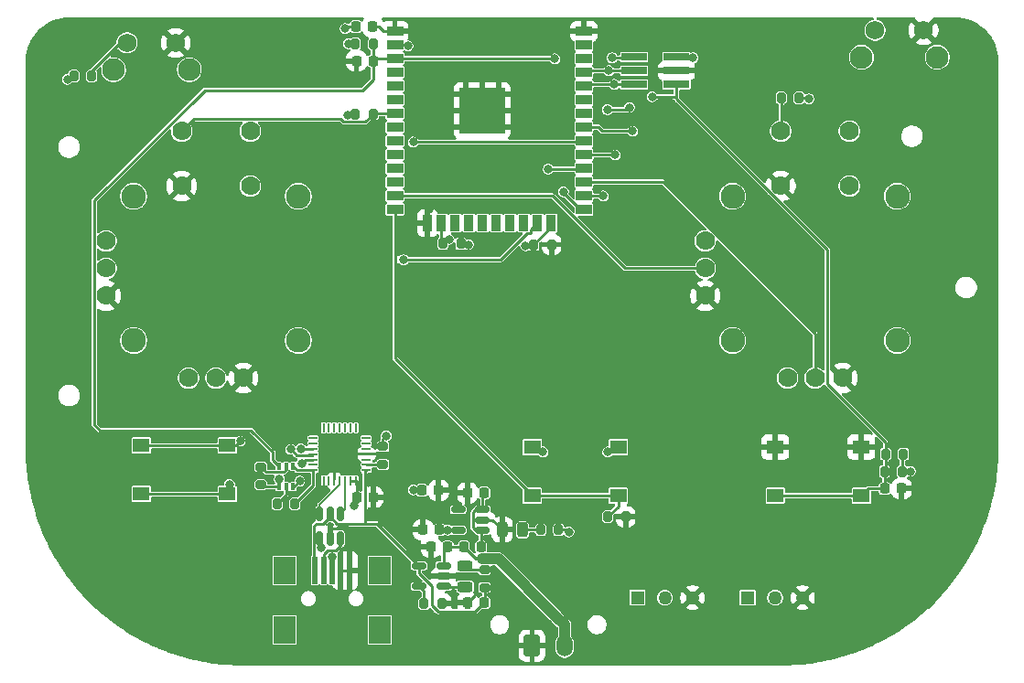
<source format=gbr>
%TF.GenerationSoftware,KiCad,Pcbnew,9.0.1*%
%TF.CreationDate,2025-04-06T10:41:45+02:00*%
%TF.ProjectId,RcSender,52635365-6e64-4657-922e-6b696361645f,rev?*%
%TF.SameCoordinates,Original*%
%TF.FileFunction,Copper,L1,Top*%
%TF.FilePolarity,Positive*%
%FSLAX46Y46*%
G04 Gerber Fmt 4.6, Leading zero omitted, Abs format (unit mm)*
G04 Created by KiCad (PCBNEW 9.0.1) date 2025-04-06 10:41:45*
%MOMM*%
%LPD*%
G01*
G04 APERTURE LIST*
G04 Aperture macros list*
%AMRoundRect*
0 Rectangle with rounded corners*
0 $1 Rounding radius*
0 $2 $3 $4 $5 $6 $7 $8 $9 X,Y pos of 4 corners*
0 Add a 4 corners polygon primitive as box body*
4,1,4,$2,$3,$4,$5,$6,$7,$8,$9,$2,$3,0*
0 Add four circle primitives for the rounded corners*
1,1,$1+$1,$2,$3*
1,1,$1+$1,$4,$5*
1,1,$1+$1,$6,$7*
1,1,$1+$1,$8,$9*
0 Add four rect primitives between the rounded corners*
20,1,$1+$1,$2,$3,$4,$5,0*
20,1,$1+$1,$4,$5,$6,$7,0*
20,1,$1+$1,$6,$7,$8,$9,0*
20,1,$1+$1,$8,$9,$2,$3,0*%
G04 Aperture macros list end*
%TA.AperFunction,SMDPad,CuDef*%
%ADD10RoundRect,0.200000X-0.275000X0.200000X-0.275000X-0.200000X0.275000X-0.200000X0.275000X0.200000X0*%
%TD*%
%TA.AperFunction,ComponentPad*%
%ADD11R,1.268000X1.268000*%
%TD*%
%TA.AperFunction,ComponentPad*%
%ADD12C,1.268000*%
%TD*%
%TA.AperFunction,SMDPad,CuDef*%
%ADD13RoundRect,0.100000X0.100000X-0.225000X0.100000X0.225000X-0.100000X0.225000X-0.100000X-0.225000X0*%
%TD*%
%TA.AperFunction,SMDPad,CuDef*%
%ADD14R,1.500000X0.900000*%
%TD*%
%TA.AperFunction,SMDPad,CuDef*%
%ADD15R,0.900000X1.500000*%
%TD*%
%TA.AperFunction,SMDPad,CuDef*%
%ADD16R,1.050000X1.050000*%
%TD*%
%TA.AperFunction,HeatsinkPad*%
%ADD17C,0.600000*%
%TD*%
%TA.AperFunction,SMDPad,CuDef*%
%ADD18R,4.200000X4.200000*%
%TD*%
%TA.AperFunction,SMDPad,CuDef*%
%ADD19RoundRect,0.150000X0.512500X0.150000X-0.512500X0.150000X-0.512500X-0.150000X0.512500X-0.150000X0*%
%TD*%
%TA.AperFunction,SMDPad,CuDef*%
%ADD20RoundRect,0.200000X0.275000X-0.200000X0.275000X0.200000X-0.275000X0.200000X-0.275000X-0.200000X0*%
%TD*%
%TA.AperFunction,SMDPad,CuDef*%
%ADD21RoundRect,0.225000X0.225000X0.250000X-0.225000X0.250000X-0.225000X-0.250000X0.225000X-0.250000X0*%
%TD*%
%TA.AperFunction,ComponentPad*%
%ADD22C,2.100000*%
%TD*%
%TA.AperFunction,ComponentPad*%
%ADD23C,1.750000*%
%TD*%
%TA.AperFunction,SMDPad,CuDef*%
%ADD24RoundRect,0.243750X-0.243750X-0.456250X0.243750X-0.456250X0.243750X0.456250X-0.243750X0.456250X0*%
%TD*%
%TA.AperFunction,SMDPad,CuDef*%
%ADD25RoundRect,0.200000X0.200000X0.275000X-0.200000X0.275000X-0.200000X-0.275000X0.200000X-0.275000X0*%
%TD*%
%TA.AperFunction,SMDPad,CuDef*%
%ADD26RoundRect,0.243750X0.456250X-0.243750X0.456250X0.243750X-0.456250X0.243750X-0.456250X-0.243750X0*%
%TD*%
%TA.AperFunction,SMDPad,CuDef*%
%ADD27RoundRect,0.225000X-0.225000X-0.250000X0.225000X-0.250000X0.225000X0.250000X-0.225000X0.250000X0*%
%TD*%
%TA.AperFunction,SMDPad,CuDef*%
%ADD28RoundRect,0.218750X0.218750X0.256250X-0.218750X0.256250X-0.218750X-0.256250X0.218750X-0.256250X0*%
%TD*%
%TA.AperFunction,SMDPad,CuDef*%
%ADD29R,1.550000X1.300000*%
%TD*%
%TA.AperFunction,SMDPad,CuDef*%
%ADD30RoundRect,0.200000X-0.200000X-0.275000X0.200000X-0.275000X0.200000X0.275000X-0.200000X0.275000X0*%
%TD*%
%TA.AperFunction,SMDPad,CuDef*%
%ADD31R,2.400000X0.740000*%
%TD*%
%TA.AperFunction,SMDPad,CuDef*%
%ADD32RoundRect,0.062500X0.062500X-0.337500X0.062500X0.337500X-0.062500X0.337500X-0.062500X-0.337500X0*%
%TD*%
%TA.AperFunction,SMDPad,CuDef*%
%ADD33RoundRect,0.062500X0.337500X-0.062500X0.337500X0.062500X-0.337500X0.062500X-0.337500X-0.062500X0*%
%TD*%
%TA.AperFunction,HeatsinkPad*%
%ADD34R,3.350000X3.350000*%
%TD*%
%TA.AperFunction,ComponentPad*%
%ADD35RoundRect,0.250001X-0.499999X-0.759999X0.499999X-0.759999X0.499999X0.759999X-0.499999X0.759999X0*%
%TD*%
%TA.AperFunction,ComponentPad*%
%ADD36O,1.500000X2.020000*%
%TD*%
%TA.AperFunction,SMDPad,CuDef*%
%ADD37RoundRect,0.150000X0.150000X-0.512500X0.150000X0.512500X-0.150000X0.512500X-0.150000X-0.512500X0*%
%TD*%
%TA.AperFunction,ComponentPad*%
%ADD38C,1.778000*%
%TD*%
%TA.AperFunction,ComponentPad*%
%ADD39C,2.286000*%
%TD*%
%TA.AperFunction,SMDPad,CuDef*%
%ADD40R,0.500000X2.500000*%
%TD*%
%TA.AperFunction,SMDPad,CuDef*%
%ADD41R,2.000000X2.500000*%
%TD*%
%TA.AperFunction,ViaPad*%
%ADD42C,0.800000*%
%TD*%
%TA.AperFunction,Conductor*%
%ADD43C,1.000000*%
%TD*%
%TA.AperFunction,Conductor*%
%ADD44C,0.250000*%
%TD*%
%TA.AperFunction,Conductor*%
%ADD45C,0.254000*%
%TD*%
%TA.AperFunction,Conductor*%
%ADD46C,0.200000*%
%TD*%
G04 APERTURE END LIST*
D10*
%TO.P,R13,1*%
%TO.N,+3.3V*%
X64200000Y-121500000D03*
%TO.P,R13,2*%
%TO.N,Net-(U7-~{RST})*%
X64200000Y-123150000D03*
%TD*%
D11*
%TO.P,POT1,1*%
%TO.N,+3.3V*%
X97950000Y-135500000D03*
D12*
%TO.P,POT1,2*%
%TO.N,IO5*%
X100490000Y-135500000D03*
%TO.P,POT1,3*%
%TO.N,GND*%
X103030000Y-135500000D03*
%TD*%
D13*
%TO.P,Q1,1,E1*%
%TO.N,Net-(Q1A-E1)*%
X54580000Y-125220000D03*
%TO.P,Q1,2,B1*%
%TO.N,Net-(Q1A-B1)*%
X55230000Y-125220000D03*
%TO.P,Q1,3,C2*%
%TO.N,BT*%
X55880000Y-125220000D03*
%TO.P,Q1,4,E2*%
%TO.N,Net-(Q1B-E2)*%
X55880000Y-123320000D03*
%TO.P,Q1,5,B2*%
%TO.N,Net-(Q1B-B2)*%
X55230000Y-123320000D03*
%TO.P,Q1,6,C1*%
%TO.N,EN*%
X54580000Y-123320000D03*
%TD*%
D14*
%TO.P,U4,1,GND*%
%TO.N,GND*%
X65305000Y-83035000D03*
%TO.P,U4,2,VDD*%
%TO.N,+3.3V*%
X65305000Y-84305000D03*
%TO.P,U4,3,EN*%
%TO.N,EN*%
X65305000Y-85575000D03*
%TO.P,U4,4,SENSOR_VP*%
%TO.N,unconnected-(U4-SENSOR_VP-Pad4)*%
X65305000Y-86845000D03*
%TO.P,U4,5,SENSOR_VN*%
%TO.N,unconnected-(U4-SENSOR_VN-Pad5)*%
X65305000Y-88115000D03*
%TO.P,U4,6,IO34*%
%TO.N,/STDEsp32/GPIO34*%
X65305000Y-89385000D03*
%TO.P,U4,7,IO35*%
%TO.N,IO35*%
X65305000Y-90655000D03*
%TO.P,U4,8,IO32*%
%TO.N,/STDEsp32/GPIO32*%
X65305000Y-91925000D03*
%TO.P,U4,9,IO33*%
%TO.N,/STDEsp32/GPIO33*%
X65305000Y-93195000D03*
%TO.P,U4,10,IO25*%
%TO.N,/STDEsp32/GPIO25*%
X65305000Y-94465000D03*
%TO.P,U4,11,IO26*%
%TO.N,/STDEsp32/GPIO26*%
X65305000Y-95735000D03*
%TO.P,U4,12,IO27*%
%TO.N,/STDEsp32/GPIO27*%
X65305000Y-97005000D03*
%TO.P,U4,13,IO14*%
%TO.N,IO14*%
X65305000Y-98275000D03*
%TO.P,U4,14,IO12*%
%TO.N,IO12*%
X65305000Y-99545000D03*
D15*
%TO.P,U4,15,GND*%
%TO.N,GND*%
X68345000Y-100795000D03*
%TO.P,U4,16,IO13*%
%TO.N,IO13*%
X69615000Y-100795000D03*
%TO.P,U4,17,SHD/SD2*%
%TO.N,unconnected-(U4-SHD{slash}SD2-Pad17)*%
X70885000Y-100795000D03*
%TO.P,U4,18,SWP/SD3*%
%TO.N,unconnected-(U4-SWP{slash}SD3-Pad18)*%
X72155000Y-100795000D03*
%TO.P,U4,19,SCS/CMD*%
%TO.N,unconnected-(U4-SCS{slash}CMD-Pad19)*%
X73425000Y-100795000D03*
%TO.P,U4,20,SCK/CLK*%
%TO.N,unconnected-(U4-SCK{slash}CLK-Pad20)*%
X74695000Y-100795000D03*
%TO.P,U4,21,SDO/SD0*%
%TO.N,unconnected-(U4-SDO{slash}SD0-Pad21)*%
X75965000Y-100795000D03*
%TO.P,U4,22,SDI/SD1*%
%TO.N,unconnected-(U4-SDI{slash}SD1-Pad22)*%
X77235000Y-100795000D03*
%TO.P,U4,23,IO15*%
%TO.N,IO15*%
X78505000Y-100795000D03*
%TO.P,U4,24,IO2*%
%TO.N,IO2*%
X79775000Y-100795000D03*
D14*
%TO.P,U4,25,IO0*%
%TO.N,BT*%
X82805000Y-99545000D03*
%TO.P,U4,26,IO4*%
%TO.N,IO4*%
X82805000Y-98275000D03*
%TO.P,U4,27,IO16*%
%TO.N,IO16*%
X82805000Y-97005000D03*
%TO.P,U4,28,IO17*%
%TO.N,IO17*%
X82805000Y-95735000D03*
%TO.P,U4,29,IO5*%
%TO.N,IO5*%
X82805000Y-94465000D03*
%TO.P,U4,30,IO18*%
%TO.N,IO18*%
X82805000Y-93195000D03*
%TO.P,U4,31,IO19*%
%TO.N,IO19*%
X82805000Y-91925000D03*
%TO.P,U4,32,NC*%
%TO.N,unconnected-(U4-NC-Pad32)*%
X82805000Y-90655000D03*
%TO.P,U4,33,IO21*%
%TO.N,/STDEsp32/GPIO21*%
X82805000Y-89385000D03*
%TO.P,U4,34,RXD0/IO3*%
%TO.N,RX*%
X82805000Y-88115000D03*
%TO.P,U4,35,TXD0/IO1*%
%TO.N,TX*%
X82805000Y-86845000D03*
%TO.P,U4,36,IO22*%
%TO.N,/STDEsp32/GPIO22*%
X82805000Y-85575000D03*
%TO.P,U4,37,IO23*%
%TO.N,/STDEsp32/GPIO23*%
X82805000Y-84305000D03*
%TO.P,U4,38,GND*%
%TO.N,GND*%
X82805000Y-83035000D03*
D16*
%TO.P,U4,39,GND*%
X71850000Y-88850000D03*
D17*
X71850000Y-89612500D03*
D16*
X71850000Y-90375000D03*
D17*
X71850000Y-91137500D03*
D16*
X71850000Y-91900000D03*
D17*
X72612500Y-88850000D03*
X72612500Y-90375000D03*
X72612500Y-91900000D03*
D16*
X73375000Y-88850000D03*
D17*
X73375000Y-89612500D03*
D16*
X73375000Y-90375000D03*
D18*
X73375000Y-90375000D03*
D17*
X73375000Y-91137500D03*
D16*
X73375000Y-91900000D03*
D17*
X74137500Y-88850000D03*
X74137500Y-90375000D03*
X74137500Y-91900000D03*
D16*
X74900000Y-88850000D03*
D17*
X74900000Y-89612500D03*
D16*
X74900000Y-90375000D03*
D17*
X74900000Y-91137500D03*
D16*
X74900000Y-91900000D03*
%TD*%
D19*
%TO.P,U2,1,VIN*%
%TO.N,Net-(U2-EN)*%
X73425000Y-129250000D03*
%TO.P,U2,2,GND*%
%TO.N,GND*%
X73425000Y-128300000D03*
%TO.P,U2,3,EN*%
%TO.N,Net-(U2-EN)*%
X73425000Y-127350000D03*
%TO.P,U2,4,NC*%
%TO.N,unconnected-(U2-NC-Pad4)*%
X71150000Y-127350000D03*
%TO.P,U2,5,VOUT*%
%TO.N,+3.3V*%
X71150000Y-129250000D03*
%TD*%
D20*
%TO.P,R2,1*%
%TO.N,+5V*%
X73600000Y-134550000D03*
%TO.P,R2,2*%
%TO.N,Net-(D1-A)*%
X73600000Y-132900000D03*
%TD*%
D21*
%TO.P,C3,1*%
%TO.N,Net-(U2-EN)*%
X73575000Y-125800000D03*
%TO.P,C3,2*%
%TO.N,GND*%
X72025000Y-125800000D03*
%TD*%
D22*
%TO.P,SW1,*%
%TO.N,*%
X39275000Y-86602500D03*
X46285000Y-86602500D03*
D23*
%TO.P,SW1,1,1*%
%TO.N,IO15*%
X40525000Y-84112500D03*
%TO.P,SW1,2,2*%
%TO.N,GND*%
X45025000Y-84112500D03*
%TD*%
D24*
%TO.P,D2,1,K*%
%TO.N,GND*%
X75225000Y-129200000D03*
%TO.P,D2,2,A*%
%TO.N,Net-(D2-A)*%
X77100000Y-129200000D03*
%TD*%
D25*
%TO.P,R3,1*%
%TO.N,+3.3V*%
X80450000Y-129200000D03*
%TO.P,R3,2*%
%TO.N,Net-(D2-A)*%
X78800000Y-129200000D03*
%TD*%
D26*
%TO.P,D1,1,K*%
%TO.N,Net-(D1-K)*%
X71800000Y-134475000D03*
%TO.P,D1,2,A*%
%TO.N,Net-(D1-A)*%
X71800000Y-132600000D03*
%TD*%
D27*
%TO.P,C9,1*%
%TO.N,+3.3V*%
X61750000Y-126200000D03*
%TO.P,C9,2*%
%TO.N,GND*%
X63300000Y-126200000D03*
%TD*%
D28*
%TO.P,FB1,1*%
%TO.N,Net-(U2-EN)*%
X73275000Y-130800000D03*
%TO.P,FB1,2*%
%TO.N,VIN*%
X71700000Y-130800000D03*
%TD*%
D29*
%TO.P,SW3,1,1*%
%TO.N,+3.3V*%
X78020000Y-121550000D03*
X85980000Y-121550000D03*
%TO.P,SW3,2,2*%
%TO.N,IO12*%
X78020000Y-126050000D03*
X85980000Y-126050000D03*
%TD*%
D30*
%TO.P,R7,1*%
%TO.N,IO12*%
X85000000Y-128000000D03*
%TO.P,R7,2*%
%TO.N,GND*%
X86650000Y-128000000D03*
%TD*%
D21*
%TO.P,C1,1*%
%TO.N,+5V*%
X73575000Y-135950000D03*
%TO.P,C1,2*%
%TO.N,GND*%
X72025000Y-135950000D03*
%TD*%
D30*
%TO.P,R5,1*%
%TO.N,+3.3V*%
X35600000Y-87200000D03*
%TO.P,R5,2*%
%TO.N,IO15*%
X37250000Y-87200000D03*
%TD*%
%TO.P,R12,1*%
%TO.N,IO19*%
X101050000Y-89200000D03*
%TO.P,R12,2*%
%TO.N,+3.3V*%
X102700000Y-89200000D03*
%TD*%
D31*
%TO.P,J3,1,Pin_1*%
%TO.N,EN*%
X87450000Y-85430000D03*
%TO.P,J3,2,Pin_2*%
%TO.N,+3.3V*%
X91350000Y-85430000D03*
%TO.P,J3,3,Pin_3*%
%TO.N,TX*%
X87450000Y-86700000D03*
%TO.P,J3,4,Pin_4*%
%TO.N,GND*%
X91350000Y-86700000D03*
%TO.P,J3,5,Pin_5*%
%TO.N,RX*%
X87450000Y-87970000D03*
%TO.P,J3,6,Pin_6*%
%TO.N,BT*%
X91350000Y-87970000D03*
%TD*%
D32*
%TO.P,U7,1,~{DCD}*%
%TO.N,unconnected-(U7-~{DCD}-Pad1)*%
X58700000Y-124650000D03*
%TO.P,U7,2,~{RI}/CLK*%
%TO.N,unconnected-(U7-~{RI}{slash}CLK-Pad2)*%
X59200000Y-124650000D03*
%TO.P,U7,3,GND*%
%TO.N,GND*%
X59700000Y-124650000D03*
%TO.P,U7,4,D+*%
%TO.N,USBP*%
X60200000Y-124650000D03*
%TO.P,U7,5,D-*%
%TO.N,USBN*%
X60700000Y-124650000D03*
%TO.P,U7,6,VDD*%
%TO.N,+3.3V*%
X61200000Y-124650000D03*
%TO.P,U7,7,VREGIN*%
X61700000Y-124650000D03*
D33*
%TO.P,U7,8,VBUS*%
%TO.N,+5V*%
X62650000Y-123700000D03*
%TO.P,U7,9,~{RST}*%
%TO.N,Net-(U7-~{RST})*%
X62650000Y-123200000D03*
%TO.P,U7,10,NC*%
%TO.N,unconnected-(U7-NC-Pad10)*%
X62650000Y-122700000D03*
%TO.P,U7,11,~{SUSPEND}*%
%TO.N,GND*%
X62650000Y-122200000D03*
%TO.P,U7,12,SUSPEND*%
%TO.N,unconnected-(U7-SUSPEND-Pad12)*%
X62650000Y-121700000D03*
%TO.P,U7,13,CHREN*%
%TO.N,unconnected-(U7-CHREN-Pad13)*%
X62650000Y-121200000D03*
%TO.P,U7,14,CHR1*%
%TO.N,unconnected-(U7-CHR1-Pad14)*%
X62650000Y-120700000D03*
D32*
%TO.P,U7,15,CHR0*%
%TO.N,unconnected-(U7-CHR0-Pad15)*%
X61700000Y-119750000D03*
%TO.P,U7,16,~{WAKEUP}/GPIO.3*%
%TO.N,unconnected-(U7-~{WAKEUP}{slash}GPIO.3-Pad16)*%
X61200000Y-119750000D03*
%TO.P,U7,17,RS485/GPIO.2*%
%TO.N,unconnected-(U7-RS485{slash}GPIO.2-Pad17)*%
X60700000Y-119750000D03*
%TO.P,U7,18,~{RXT}/GPIO.1*%
%TO.N,unconnected-(U7-~{RXT}{slash}GPIO.1-Pad18)*%
X60200000Y-119750000D03*
%TO.P,U7,19,~{TXT}/GPIO.0*%
%TO.N,unconnected-(U7-~{TXT}{slash}GPIO.0-Pad19)*%
X59700000Y-119750000D03*
%TO.P,U7,20,GPIO.6*%
%TO.N,unconnected-(U7-GPIO.6-Pad20)*%
X59200000Y-119750000D03*
%TO.P,U7,21,GPIO.5*%
%TO.N,unconnected-(U7-GPIO.5-Pad21)*%
X58700000Y-119750000D03*
D33*
%TO.P,U7,22,GPIO.4*%
%TO.N,unconnected-(U7-GPIO.4-Pad22)*%
X57750000Y-120700000D03*
%TO.P,U7,23,~{CTS}*%
%TO.N,unconnected-(U7-~{CTS}-Pad23)*%
X57750000Y-121200000D03*
%TO.P,U7,24,~{RTS}*%
%TO.N,Net-(Q1A-E1)*%
X57750000Y-121700000D03*
%TO.P,U7,25,RXD*%
%TO.N,TX*%
X57750000Y-122200000D03*
%TO.P,U7,26,TXD*%
%TO.N,RX*%
X57750000Y-122700000D03*
%TO.P,U7,27,~{DSR}*%
%TO.N,unconnected-(U7-~{DSR}-Pad27)*%
X57750000Y-123200000D03*
%TO.P,U7,28,~{DTR}*%
%TO.N,Net-(Q1B-E2)*%
X57750000Y-123700000D03*
D34*
%TO.P,U7,29,GND*%
%TO.N,GND*%
X60200000Y-122200000D03*
%TD*%
D29*
%TO.P,BT1,1,1*%
%TO.N,GND*%
X100500000Y-121550000D03*
X108460000Y-121550000D03*
%TO.P,BT1,2,2*%
%TO.N,BT*%
X100500000Y-126050000D03*
X108460000Y-126050000D03*
%TD*%
D10*
%TO.P,R15,1*%
%TO.N,Net-(Q1B-B2)*%
X52900000Y-123375000D03*
%TO.P,R15,2*%
%TO.N,Net-(Q1A-E1)*%
X52900000Y-125025000D03*
%TD*%
D30*
%TO.P,R14,1*%
%TO.N,Net-(Q1A-B1)*%
X54400000Y-126800000D03*
%TO.P,R14,2*%
%TO.N,Net-(Q1B-E2)*%
X56050000Y-126800000D03*
%TD*%
D35*
%TO.P,J2,1,Pin_1*%
%TO.N,GND*%
X78000000Y-139960000D03*
D36*
%TO.P,J2,2,Pin_2*%
%TO.N,VIN*%
X81000000Y-139960000D03*
%TD*%
D37*
%TO.P,U3,1,I/O1*%
%TO.N,Net-(J1-D+)*%
X58350000Y-130037500D03*
%TO.P,U3,2,GND*%
%TO.N,GND*%
X59300000Y-130037500D03*
%TO.P,U3,3,I/O2*%
%TO.N,Net-(J1-D-)*%
X60250000Y-130037500D03*
%TO.P,U3,4,I/O2*%
%TO.N,USBN*%
X60250000Y-127762500D03*
%TO.P,U3,5,VBUS*%
%TO.N,+5V*%
X59300000Y-127762500D03*
%TO.P,U3,6,I/O1*%
%TO.N,USBP*%
X58350000Y-127762500D03*
%TD*%
D21*
%TO.P,C4,1*%
%TO.N,+3.3V*%
X69450000Y-129200000D03*
%TO.P,C4,2*%
%TO.N,GND*%
X67900000Y-129200000D03*
%TD*%
D30*
%TO.P,R8,1*%
%TO.N,IO2*%
X78150000Y-102800000D03*
%TO.P,R8,2*%
%TO.N,GND*%
X79800000Y-102800000D03*
%TD*%
%TO.P,R9,1*%
%TO.N,+3.3V*%
X61650000Y-84200000D03*
%TO.P,R9,2*%
%TO.N,EN*%
X63300000Y-84200000D03*
%TD*%
D27*
%TO.P,C5,1*%
%TO.N,BT*%
X110625000Y-125400000D03*
%TO.P,C5,2*%
%TO.N,GND*%
X112175000Y-125400000D03*
%TD*%
D21*
%TO.P,C2,1*%
%TO.N,VIN*%
X70200000Y-130800000D03*
%TO.P,C2,2*%
%TO.N,GND*%
X68650000Y-130800000D03*
%TD*%
D29*
%TO.P,SW4,1,1*%
%TO.N,+3.3V*%
X41840000Y-121400000D03*
X49800000Y-121400000D03*
%TO.P,SW4,2,2*%
%TO.N,IO2*%
X41840000Y-125900000D03*
X49800000Y-125900000D03*
%TD*%
D21*
%TO.P,C8,1*%
%TO.N,GND*%
X69350000Y-125550000D03*
%TO.P,C8,2*%
%TO.N,+3.3V*%
X67800000Y-125550000D03*
%TD*%
D30*
%TO.P,R1,1*%
%TO.N,Net-(U1-PROG)*%
X68000000Y-136050000D03*
%TO.P,R1,2*%
%TO.N,GND*%
X69650000Y-136050000D03*
%TD*%
D38*
%TO.P,U5,B1A,SEL+*%
%TO.N,IO35*%
X45575000Y-92300000D03*
%TO.P,U5,B1B*%
%TO.N,N/C*%
X51925000Y-92300000D03*
%TO.P,U5,B2A,SEL-*%
%TO.N,GND*%
X45575000Y-97380000D03*
%TO.P,U5,B2B*%
%TO.N,N/C*%
X51925000Y-97380000D03*
%TO.P,U5,H1,H+*%
%TO.N,+3.3V*%
X46210000Y-115160000D03*
%TO.P,U5,H2,H*%
%TO.N,IO17*%
X48750000Y-115160000D03*
%TO.P,U5,H3,H-*%
%TO.N,GND*%
X51290000Y-115160000D03*
D39*
%TO.P,U5,S1,SHIELD*%
%TO.N,unconnected-(U5-SHIELD-PadS1)_2*%
X41130000Y-98332500D03*
%TO.P,U5,S2,SHIELD*%
%TO.N,unconnected-(U5-SHIELD-PadS1)*%
X41130000Y-111667500D03*
%TO.P,U5,S3,SHIELD*%
%TO.N,unconnected-(U5-SHIELD-PadS1)_1*%
X56370000Y-111667500D03*
%TO.P,U5,S4,SHIELD*%
%TO.N,unconnected-(U5-SHIELD-PadS1)_3*%
X56370000Y-98332500D03*
D38*
%TO.P,U5,V1,V+*%
%TO.N,+3.3V*%
X38590000Y-102460000D03*
%TO.P,U5,V2,V*%
%TO.N,IO18*%
X38590000Y-105000000D03*
%TO.P,U5,V3,V-*%
%TO.N,GND*%
X38590000Y-107540000D03*
%TD*%
D25*
%TO.P,R11,1*%
%TO.N,IO35*%
X63300000Y-90700000D03*
%TO.P,R11,2*%
%TO.N,+3.3V*%
X61650000Y-90700000D03*
%TD*%
D27*
%TO.P,C6,1*%
%TO.N,GND*%
X61750000Y-85800000D03*
%TO.P,C6,2*%
%TO.N,EN*%
X63300000Y-85800000D03*
%TD*%
D21*
%TO.P,C7,1*%
%TO.N,GND*%
X63250000Y-82600000D03*
%TO.P,C7,2*%
%TO.N,+3.3V*%
X61700000Y-82600000D03*
%TD*%
D25*
%TO.P,R10,1*%
%TO.N,+3.3V*%
X112350000Y-122200000D03*
%TO.P,R10,2*%
%TO.N,BT*%
X110700000Y-122200000D03*
%TD*%
D19*
%TO.P,U1,1,STAT*%
%TO.N,Net-(D1-K)*%
X69800000Y-134450000D03*
%TO.P,U1,2,V_{SS}*%
%TO.N,GND*%
X69800000Y-133500000D03*
%TO.P,U1,3,V_{BAT}*%
%TO.N,VIN*%
X69800000Y-132550000D03*
%TO.P,U1,4,V_{DD}*%
%TO.N,+5V*%
X67525000Y-132550000D03*
%TO.P,U1,5,PROG*%
%TO.N,Net-(U1-PROG)*%
X67525000Y-134450000D03*
%TD*%
D25*
%TO.P,R6,1*%
%TO.N,+3.3V*%
X71400000Y-102700000D03*
%TO.P,R6,2*%
%TO.N,IO13*%
X69750000Y-102700000D03*
%TD*%
D38*
%TO.P,U6,B1A,SEL+*%
%TO.N,IO19*%
X101005000Y-92300000D03*
%TO.P,U6,B1B*%
%TO.N,N/C*%
X107355000Y-92300000D03*
%TO.P,U6,B2A,SEL-*%
%TO.N,GND*%
X101005000Y-97380000D03*
%TO.P,U6,B2B*%
%TO.N,N/C*%
X107355000Y-97380000D03*
%TO.P,U6,H1,H+*%
%TO.N,+3.3V*%
X101640000Y-115160000D03*
%TO.P,U6,H2,H*%
%TO.N,IO16*%
X104180000Y-115160000D03*
%TO.P,U6,H3,H-*%
%TO.N,GND*%
X106720000Y-115160000D03*
D39*
%TO.P,U6,S1,SHIELD*%
%TO.N,unconnected-(U6-SHIELD-PadS1)_1*%
X96560000Y-98332500D03*
%TO.P,U6,S2,SHIELD*%
%TO.N,unconnected-(U6-SHIELD-PadS1)_3*%
X96560000Y-111667500D03*
%TO.P,U6,S3,SHIELD*%
%TO.N,unconnected-(U6-SHIELD-PadS1)*%
X111800000Y-111667500D03*
%TO.P,U6,S4,SHIELD*%
%TO.N,unconnected-(U6-SHIELD-PadS1)_2*%
X111800000Y-98332500D03*
D38*
%TO.P,U6,V1,V+*%
%TO.N,+3.3V*%
X94020000Y-102460000D03*
%TO.P,U6,V2,V*%
%TO.N,IO14*%
X94020000Y-105000000D03*
%TO.P,U6,V3,V-*%
%TO.N,GND*%
X94020000Y-107540000D03*
%TD*%
D22*
%TO.P,SW2,*%
%TO.N,*%
X108475000Y-85452500D03*
X115485000Y-85452500D03*
D23*
%TO.P,SW2,1,1*%
%TO.N,IO13*%
X109725000Y-82962500D03*
%TO.P,SW2,2,2*%
%TO.N,GND*%
X114225000Y-82962500D03*
%TD*%
D25*
%TO.P,R4,1*%
%TO.N,+3.3V*%
X112250000Y-123800000D03*
%TO.P,R4,2*%
%TO.N,BT*%
X110600000Y-123800000D03*
%TD*%
D11*
%TO.P,POT2,1*%
%TO.N,+3.3V*%
X87760000Y-135500000D03*
D12*
%TO.P,POT2,2*%
%TO.N,IO4*%
X90300000Y-135500000D03*
%TO.P,POT2,3*%
%TO.N,GND*%
X92840000Y-135500000D03*
%TD*%
D40*
%TO.P,J1,1,VBUS*%
%TO.N,+5V*%
X57900000Y-132975000D03*
%TO.P,J1,2,D-*%
%TO.N,Net-(J1-D-)*%
X58700000Y-132975000D03*
%TO.P,J1,3,D+*%
%TO.N,Net-(J1-D+)*%
X59500000Y-132975000D03*
%TO.P,J1,4,GND*%
%TO.N,GND*%
X60300000Y-132975000D03*
%TO.P,J1,5,Shield*%
X61100000Y-132975000D03*
D41*
%TO.P,J1,6*%
%TO.N,N/C*%
X55100000Y-132975000D03*
X55100000Y-138475000D03*
X63900000Y-132975000D03*
X63900000Y-138475000D03*
%TD*%
D42*
%TO.N,GND*%
X68500000Y-99500000D03*
%TO.N,BT*%
X89100000Y-89100000D03*
X80900316Y-97900316D03*
X56500000Y-124700000D03*
%TO.N,+3.3V*%
X92900000Y-85500000D03*
X72100000Y-102800000D03*
X79000000Y-122000000D03*
X64500000Y-120500000D03*
X51000000Y-121000000D03*
X70200000Y-129250000D03*
X85000000Y-122000000D03*
X60700000Y-82800000D03*
X35000000Y-87500000D03*
X113000000Y-123800000D03*
X61000000Y-84200000D03*
X81400000Y-129400000D03*
X67000000Y-125500000D03*
X66500000Y-84400000D03*
X60900000Y-90800000D03*
X103600000Y-89300000D03*
X61500000Y-127000000D03*
%TO.N,EN*%
X80100000Y-85600000D03*
X85400000Y-85500000D03*
%TO.N,RX*%
X85600000Y-87970000D03*
X56700000Y-123075000D03*
%TO.N,TX*%
X55655715Y-121760400D03*
X85100000Y-86700000D03*
%TO.N,IO13*%
X84973000Y-90300000D03*
X70300000Y-102300000D03*
X87000000Y-90100000D03*
%TO.N,IO15*%
X66100000Y-104200000D03*
%TO.N,IO5*%
X85700000Y-94500000D03*
%TO.N,Net-(J1-D+)*%
X59529585Y-131727000D03*
X58449999Y-130834289D03*
%TO.N,Net-(Q1A-E1)*%
X56600000Y-121700000D03*
X54600000Y-124500000D03*
%TO.N,IO4*%
X84600000Y-98300000D03*
%TO.N,IO17*%
X79500000Y-95800000D03*
%TO.N,IO18*%
X67000000Y-93300000D03*
%TO.N,IO2*%
X50000000Y-125000000D03*
X77400000Y-102900000D03*
%TO.N,IO19*%
X87300000Y-92300000D03*
%TD*%
D43*
%TO.N,VIN*%
X74910000Y-131900000D02*
X73400000Y-131900000D01*
D44*
X69800000Y-131200000D02*
X70200000Y-130800000D01*
D43*
X81000000Y-138000000D02*
X81000000Y-139960000D01*
X80200000Y-137190000D02*
X80200000Y-137200000D01*
D44*
X71700000Y-130800000D02*
X70200000Y-130800000D01*
X71700000Y-130800000D02*
X72800000Y-131900000D01*
D43*
X80200000Y-137190000D02*
X74910000Y-131900000D01*
D44*
X72800000Y-131900000D02*
X73400000Y-131900000D01*
D43*
X80200000Y-137200000D02*
X81000000Y-138000000D01*
D44*
X69800000Y-132550000D02*
X69800000Y-131200000D01*
%TO.N,GND*%
X59400000Y-129100000D02*
X60800000Y-129100000D01*
X73425000Y-128300000D02*
X74325000Y-128300000D01*
X68345000Y-99655000D02*
X68500000Y-99500000D01*
X79775000Y-102775000D02*
X79800000Y-102800000D01*
X74325000Y-128300000D02*
X75225000Y-129200000D01*
X72025000Y-135950000D02*
X72726000Y-135249000D01*
X63250000Y-82600000D02*
X63800000Y-82600000D01*
X72196080Y-133500000D02*
X69800000Y-133500000D01*
X72726000Y-134029920D02*
X72196080Y-133500000D01*
X60300000Y-132975000D02*
X61100000Y-132975000D01*
X72726000Y-135249000D02*
X72726000Y-134029920D01*
X65305000Y-83035000D02*
X64235000Y-83035000D01*
X64235000Y-83035000D02*
X64000000Y-82800000D01*
X59300000Y-129200000D02*
X59400000Y-129100000D01*
X63800000Y-82600000D02*
X64000000Y-82800000D01*
X68345000Y-100795000D02*
X68345000Y-99655000D01*
X59300000Y-130037500D02*
X59300000Y-129200000D01*
%TO.N,BT*%
X82805000Y-99545000D02*
X82423000Y-99545000D01*
D45*
X89100000Y-89100000D02*
X91350000Y-89100000D01*
D44*
X110700000Y-122200000D02*
X110700000Y-123700000D01*
X80900316Y-98022316D02*
X80900316Y-97900316D01*
X91350000Y-89300434D02*
X91350000Y-89100000D01*
D45*
X55880000Y-125220000D02*
X55980000Y-125220000D01*
D44*
X105300000Y-103250434D02*
X91350000Y-89300434D01*
X109110000Y-125400000D02*
X108460000Y-126050000D01*
X110700000Y-121100000D02*
X110700000Y-122200000D01*
X110625000Y-125400000D02*
X109110000Y-125400000D01*
D45*
X55980000Y-125220000D02*
X56500000Y-124700000D01*
D44*
X91350000Y-89100000D02*
X91350000Y-87970000D01*
X82423000Y-99545000D02*
X80900316Y-98022316D01*
X105300000Y-115700000D02*
X110700000Y-121100000D01*
X105300000Y-115700000D02*
X105300000Y-103250434D01*
X110625000Y-123825000D02*
X110600000Y-123800000D01*
X110700000Y-123700000D02*
X110600000Y-123800000D01*
X110625000Y-125400000D02*
X110625000Y-123825000D01*
X108460000Y-126050000D02*
X100500000Y-126050000D01*
%TO.N,+3.3V*%
X71400000Y-102700000D02*
X72000000Y-102700000D01*
X66405000Y-84305000D02*
X66500000Y-84400000D01*
X50600000Y-121400000D02*
X51000000Y-121000000D01*
X61750000Y-124700000D02*
X61700000Y-124650000D01*
X112250000Y-123800000D02*
X112250000Y-122300000D01*
X49800000Y-121400000D02*
X41840000Y-121400000D01*
X112250000Y-122300000D02*
X112350000Y-122200000D01*
X61650000Y-84200000D02*
X61000000Y-84200000D01*
X67050000Y-125550000D02*
X67000000Y-125500000D01*
X64200000Y-120800000D02*
X64500000Y-120500000D01*
X35600000Y-87200000D02*
X35300000Y-87200000D01*
X60900000Y-82600000D02*
X60700000Y-82800000D01*
X61700000Y-82600000D02*
X60900000Y-82600000D01*
X61750000Y-126200000D02*
X61750000Y-126750000D01*
X72000000Y-102700000D02*
X72100000Y-102800000D01*
X91350000Y-85430000D02*
X92830000Y-85430000D01*
X61750000Y-126750000D02*
X61500000Y-127000000D01*
X35300000Y-87200000D02*
X35000000Y-87500000D01*
X61650000Y-90700000D02*
X61000000Y-90700000D01*
X71150000Y-129250000D02*
X70200000Y-129250000D01*
X61000000Y-90700000D02*
X60900000Y-90800000D01*
X78550000Y-121550000D02*
X79000000Y-122000000D01*
X103500000Y-89200000D02*
X103600000Y-89300000D01*
X85450000Y-121550000D02*
X85000000Y-122000000D01*
X67800000Y-125550000D02*
X67050000Y-125550000D01*
X80450000Y-129200000D02*
X81200000Y-129200000D01*
X61200000Y-124650000D02*
X61700000Y-124650000D01*
X70150000Y-129200000D02*
X70200000Y-129250000D01*
X85980000Y-121550000D02*
X85450000Y-121550000D01*
X92830000Y-85430000D02*
X92900000Y-85500000D01*
X78020000Y-121550000D02*
X78550000Y-121550000D01*
X61750000Y-126200000D02*
X61750000Y-124700000D01*
X112250000Y-123800000D02*
X113000000Y-123800000D01*
X102700000Y-89200000D02*
X103500000Y-89200000D01*
X49800000Y-121400000D02*
X50600000Y-121400000D01*
X81200000Y-129200000D02*
X81400000Y-129400000D01*
X64200000Y-121500000D02*
X64200000Y-120800000D01*
X65305000Y-84305000D02*
X66405000Y-84305000D01*
X69450000Y-129200000D02*
X70150000Y-129200000D01*
D45*
%TO.N,EN*%
X52000000Y-120000000D02*
X38000000Y-120000000D01*
X38000000Y-120000000D02*
X37474000Y-119474000D01*
X62300000Y-88500000D02*
X63300000Y-87500000D01*
X37474000Y-119474000D02*
X37474000Y-98726000D01*
D44*
X65305000Y-85575000D02*
X63525000Y-85575000D01*
D45*
X54008000Y-122748000D02*
X54008000Y-122008000D01*
D44*
X85400000Y-85500000D02*
X87380000Y-85500000D01*
D45*
X47700000Y-88500000D02*
X62300000Y-88500000D01*
D44*
X65305000Y-85575000D02*
X80075000Y-85575000D01*
X80075000Y-85575000D02*
X80100000Y-85600000D01*
D45*
X54008000Y-122008000D02*
X52000000Y-120000000D01*
X37474000Y-98726000D02*
X47700000Y-88500000D01*
D44*
X87380000Y-85500000D02*
X87450000Y-85430000D01*
D45*
X54580000Y-123320000D02*
X54008000Y-122748000D01*
X63300000Y-87500000D02*
X63300000Y-85800000D01*
D44*
X63525000Y-85575000D02*
X63300000Y-85800000D01*
X63300000Y-84200000D02*
X63300000Y-85800000D01*
%TO.N,Net-(D1-A)*%
X72100000Y-132900000D02*
X71800000Y-132600000D01*
X73600000Y-132900000D02*
X72100000Y-132900000D01*
%TO.N,RX*%
X87450000Y-87970000D02*
X85600000Y-87970000D01*
D45*
X57075000Y-122700000D02*
X56700000Y-123075000D01*
D44*
X82950000Y-87970000D02*
X82805000Y-88115000D01*
D45*
X57750000Y-122700000D02*
X57075000Y-122700000D01*
D44*
X85600000Y-87970000D02*
X82950000Y-87970000D01*
%TO.N,TX*%
X87450000Y-86700000D02*
X85100000Y-86700000D01*
X82950000Y-86700000D02*
X82805000Y-86845000D01*
D45*
X56222315Y-122327000D02*
X55655715Y-121760400D01*
X57623000Y-122327000D02*
X56222315Y-122327000D01*
D44*
X85100000Y-86700000D02*
X82950000Y-86700000D01*
D45*
X57750000Y-122200000D02*
X57623000Y-122327000D01*
%TO.N,Net-(U2-EN)*%
X73275000Y-129400000D02*
X73425000Y-129250000D01*
D44*
X73425000Y-129250000D02*
X72762501Y-129250000D01*
X73425000Y-127350000D02*
X73425000Y-125950000D01*
X72537500Y-127575001D02*
X72762501Y-127350000D01*
X72762501Y-129250000D02*
X72537500Y-129024999D01*
X73425000Y-125950000D02*
X73575000Y-125800000D01*
X72537500Y-129024999D02*
X72537500Y-127575001D01*
X72762501Y-127350000D02*
X73425000Y-127350000D01*
D45*
X73275000Y-130800000D02*
X73275000Y-129400000D01*
D44*
%TO.N,IO13*%
X86800000Y-90300000D02*
X87000000Y-90100000D01*
X69750000Y-102700000D02*
X69900000Y-102700000D01*
X69900000Y-102700000D02*
X70300000Y-102300000D01*
X84973000Y-90300000D02*
X86800000Y-90300000D01*
X69615000Y-100795000D02*
X69615000Y-102565000D01*
X69615000Y-102565000D02*
X69750000Y-102700000D01*
%TO.N,IO15*%
X66100000Y-104200000D02*
X75100000Y-104200000D01*
X75100000Y-104200000D02*
X77530000Y-101770000D01*
X77910000Y-101390000D02*
X78505000Y-100795000D01*
X39862500Y-84112500D02*
X40525000Y-84112500D01*
X37250000Y-87200000D02*
X37250000Y-86725000D01*
X37250000Y-86725000D02*
X39862500Y-84112500D01*
X77530000Y-101770000D02*
X77910000Y-101770000D01*
X77910000Y-101770000D02*
X77910000Y-101390000D01*
%TO.N,IO12*%
X65305000Y-99545000D02*
X65305000Y-113335000D01*
X65305000Y-113335000D02*
X78020000Y-126050000D01*
X85980000Y-126050000D02*
X85980000Y-127020000D01*
X85980000Y-126050000D02*
X78020000Y-126050000D01*
X85980000Y-127020000D02*
X85000000Y-128000000D01*
%TO.N,IO35*%
X63345000Y-90655000D02*
X63300000Y-90700000D01*
X60525000Y-91425000D02*
X62575000Y-91425000D01*
X65305000Y-90655000D02*
X63345000Y-90655000D01*
X46689000Y-91186000D02*
X60286000Y-91186000D01*
X62575000Y-91425000D02*
X63300000Y-90700000D01*
X45575000Y-92300000D02*
X46689000Y-91186000D01*
X60286000Y-91186000D02*
X60525000Y-91425000D01*
%TO.N,+5V*%
X57825000Y-128865514D02*
X58040514Y-128650000D01*
X59300000Y-128009486D02*
X59940514Y-128650000D01*
X58659486Y-128650000D02*
X59300000Y-128009486D01*
X59940514Y-128650000D02*
X61132370Y-128650000D01*
X61132370Y-128650000D02*
X62500000Y-128650000D01*
X67525000Y-133208884D02*
X67525000Y-132550000D01*
X57900000Y-132975000D02*
X57825000Y-132900000D01*
X73575000Y-135950000D02*
X72750000Y-136775000D01*
X62500000Y-128650000D02*
X62525000Y-128625000D01*
X59300000Y-127762500D02*
X59300000Y-128009486D01*
D45*
X63625000Y-128650000D02*
X61132370Y-128650000D01*
D44*
X57825000Y-132900000D02*
X57825000Y-128865514D01*
X68700000Y-136181582D02*
X68700000Y-134383884D01*
X58040514Y-128650000D02*
X58659486Y-128650000D01*
X69293418Y-136775000D02*
X68700000Y-136181582D01*
X62525000Y-123825000D02*
X62650000Y-123700000D01*
X73600000Y-134550000D02*
X73600000Y-135925000D01*
X62525000Y-128625000D02*
X62525000Y-123825000D01*
X72750000Y-136775000D02*
X69293418Y-136775000D01*
X68700000Y-134383884D02*
X67525000Y-133208884D01*
D45*
X67525000Y-132550000D02*
X63625000Y-128650000D01*
D44*
X73600000Y-135925000D02*
X73575000Y-135950000D01*
%TO.N,Net-(D2-A)*%
X78800000Y-129200000D02*
X77100000Y-129200000D01*
%TO.N,Net-(D1-K)*%
X71800000Y-134475000D02*
X69825000Y-134475000D01*
X69825000Y-134475000D02*
X69800000Y-134450000D01*
%TO.N,IO5*%
X82840000Y-94500000D02*
X82805000Y-94465000D01*
X85700000Y-94500000D02*
X82840000Y-94500000D01*
D45*
%TO.N,Net-(J1-D+)*%
X58449999Y-130834289D02*
X58449999Y-130137499D01*
X59500000Y-132975000D02*
X59500000Y-131756585D01*
X59500000Y-131756585D02*
X59529585Y-131727000D01*
X58449999Y-130137499D02*
X58350000Y-130037500D01*
D44*
%TO.N,Net-(Q1A-E1)*%
X54580000Y-125220000D02*
X53095000Y-125220000D01*
X53095000Y-125220000D02*
X52900000Y-125025000D01*
X54580000Y-125220000D02*
X54580000Y-124520000D01*
X56600000Y-121700000D02*
X57750000Y-121700000D01*
X54580000Y-124520000D02*
X54600000Y-124500000D01*
%TO.N,Net-(Q1B-E2)*%
X57750000Y-123700000D02*
X56260000Y-123700000D01*
X56260000Y-123700000D02*
X55880000Y-123320000D01*
D45*
X57750000Y-125100000D02*
X57750000Y-123700000D01*
X56050000Y-126800000D02*
X57750000Y-125100000D01*
D44*
%TO.N,Net-(Q1A-B1)*%
X55230000Y-125970000D02*
X55230000Y-125220000D01*
X54400000Y-126800000D02*
X55230000Y-125970000D01*
%TO.N,Net-(Q1B-B2)*%
X55230000Y-123320000D02*
X55230000Y-123644999D01*
X53395000Y-123870000D02*
X52900000Y-123375000D01*
X55004999Y-123870000D02*
X53395000Y-123870000D01*
X55230000Y-123644999D02*
X55004999Y-123870000D01*
D46*
%TO.N,USBN*%
X60250000Y-127762500D02*
X60700000Y-127312500D01*
X60700000Y-127312500D02*
X60700000Y-124650000D01*
%TO.N,USBP*%
X60200000Y-125000000D02*
X60200000Y-124650000D01*
X58350000Y-126850000D02*
X60200000Y-125000000D01*
X58350000Y-127762500D02*
X58350000Y-126850000D01*
D45*
%TO.N,Net-(J1-D-)*%
X60250000Y-130699999D02*
X59849999Y-131100000D01*
X59071000Y-131100000D02*
X58700000Y-131471000D01*
X58700000Y-131471000D02*
X58700000Y-132975000D01*
X60250000Y-130037500D02*
X60250000Y-130699999D01*
X59849999Y-131100000D02*
X59071000Y-131100000D01*
D44*
%TO.N,IO4*%
X84600000Y-98300000D02*
X82830000Y-98300000D01*
X82830000Y-98300000D02*
X82805000Y-98275000D01*
%TO.N,IO17*%
X82740000Y-95800000D02*
X82805000Y-95735000D01*
X79500000Y-95800000D02*
X82740000Y-95800000D01*
%TO.N,IO18*%
X82700000Y-93300000D02*
X82805000Y-93195000D01*
X67000000Y-93300000D02*
X82700000Y-93300000D01*
%TO.N,Net-(U1-PROG)*%
X68000000Y-136050000D02*
X68000000Y-134925000D01*
X68000000Y-134925000D02*
X67525000Y-134450000D01*
%TO.N,IO2*%
X49800000Y-125900000D02*
X41840000Y-125900000D01*
X49800000Y-125200000D02*
X50000000Y-125000000D01*
X77500000Y-102800000D02*
X77400000Y-102900000D01*
X78150000Y-102800000D02*
X77500000Y-102800000D01*
X78150000Y-102800000D02*
X79775000Y-101175000D01*
X79775000Y-101175000D02*
X79775000Y-100795000D01*
X49800000Y-125900000D02*
X49800000Y-125200000D01*
D45*
%TO.N,IO19*%
X101050000Y-89200000D02*
X101050000Y-92255000D01*
X101050000Y-92255000D02*
X101005000Y-92300000D01*
X84100000Y-91900000D02*
X84075000Y-91925000D01*
X82975000Y-91925000D02*
X83000000Y-91900000D01*
X87300000Y-92300000D02*
X84500000Y-92300000D01*
X84075000Y-91925000D02*
X82805000Y-91925000D01*
X84500000Y-92300000D02*
X84100000Y-91900000D01*
D44*
%TO.N,Net-(U7-~{RST})*%
X63500000Y-123200000D02*
X62650000Y-123200000D01*
X64200000Y-123150000D02*
X63550000Y-123150000D01*
X63550000Y-123150000D02*
X63500000Y-123200000D01*
%TO.N,IO14*%
X79885000Y-98275000D02*
X65305000Y-98275000D01*
X86610000Y-105000000D02*
X79885000Y-98275000D01*
X94020000Y-105000000D02*
X86610000Y-105000000D01*
%TO.N,IO16*%
X90140434Y-97005000D02*
X82805000Y-97005000D01*
X104180000Y-111044566D02*
X90140434Y-97005000D01*
X104180000Y-115160000D02*
X104180000Y-111044566D01*
%TD*%
%TA.AperFunction,Conductor*%
%TO.N,GND*%
G36*
X73368039Y-128069685D02*
G01*
X73413794Y-128122489D01*
X73425000Y-128174000D01*
X73425000Y-128426000D01*
X73405315Y-128493039D01*
X73352511Y-128538794D01*
X73301000Y-128550000D01*
X72887000Y-128550000D01*
X72819961Y-128530315D01*
X72774206Y-128477511D01*
X72763000Y-128426000D01*
X72763000Y-128174000D01*
X72782685Y-128106961D01*
X72835489Y-128061206D01*
X72887000Y-128050000D01*
X73301000Y-128050000D01*
X73368039Y-128069685D01*
G37*
%TD.AperFunction*%
%TA.AperFunction,Conductor*%
G36*
X70950081Y-134720185D02*
G01*
X70995836Y-134772989D01*
X71005980Y-134808318D01*
X71006099Y-134809218D01*
X71006100Y-134809223D01*
X71006102Y-134809230D01*
X71057402Y-134919244D01*
X71057406Y-134919250D01*
X71143250Y-135005094D01*
X71143251Y-135005094D01*
X71143255Y-135005097D01*
X71205317Y-135034037D01*
X71257757Y-135080209D01*
X71276909Y-135147402D01*
X71256694Y-135214283D01*
X71240597Y-135234098D01*
X71227424Y-135247271D01*
X71138457Y-135391507D01*
X71138452Y-135391518D01*
X71085144Y-135552393D01*
X71075000Y-135651677D01*
X71075000Y-135700000D01*
X71901000Y-135700000D01*
X71968039Y-135719685D01*
X72013794Y-135772489D01*
X72025000Y-135824000D01*
X72025000Y-135950000D01*
X72151000Y-135950000D01*
X72218039Y-135969685D01*
X72263794Y-136022489D01*
X72275000Y-136074000D01*
X72275000Y-136425500D01*
X72255315Y-136492539D01*
X72202511Y-136538294D01*
X72151000Y-136549500D01*
X71899000Y-136549500D01*
X71831961Y-136529815D01*
X71786206Y-136477011D01*
X71775000Y-136425500D01*
X71775000Y-136200000D01*
X71075001Y-136200000D01*
X71075001Y-136248322D01*
X71085143Y-136347605D01*
X71098031Y-136386495D01*
X71100433Y-136456323D01*
X71064702Y-136516366D01*
X71002182Y-136547559D01*
X70980325Y-136549500D01*
X70670519Y-136549500D01*
X70603480Y-136529815D01*
X70557725Y-136477011D01*
X70547028Y-136414279D01*
X70550000Y-136381572D01*
X70550000Y-136300000D01*
X69900000Y-136300000D01*
X69900000Y-136425500D01*
X69880315Y-136492539D01*
X69827511Y-136538294D01*
X69776000Y-136549500D01*
X69524000Y-136549500D01*
X69456961Y-136529815D01*
X69411206Y-136477011D01*
X69400000Y-136425500D01*
X69400000Y-136174000D01*
X69419685Y-136106961D01*
X69472489Y-136061206D01*
X69524000Y-136050000D01*
X69650000Y-136050000D01*
X69650000Y-135924000D01*
X69669685Y-135856961D01*
X69722489Y-135811206D01*
X69774000Y-135800000D01*
X70549999Y-135800000D01*
X70549999Y-135718417D01*
X70543591Y-135647897D01*
X70543590Y-135647892D01*
X70493018Y-135485603D01*
X70405072Y-135340122D01*
X70284877Y-135219927D01*
X70139395Y-135131980D01*
X70139396Y-135131980D01*
X70013933Y-135092885D01*
X69955785Y-135054148D01*
X69927811Y-134990123D01*
X69938893Y-134921137D01*
X69985511Y-134869094D01*
X70050823Y-134850500D01*
X70337176Y-134850500D01*
X70337177Y-134850499D01*
X70410240Y-134835966D01*
X70493101Y-134780601D01*
X70507478Y-134759084D01*
X70509800Y-134755609D01*
X70563412Y-134710804D01*
X70612902Y-134700500D01*
X70883042Y-134700500D01*
X70950081Y-134720185D01*
G37*
%TD.AperFunction*%
%TA.AperFunction,Conductor*%
G36*
X59512786Y-128545185D02*
G01*
X59533428Y-128561819D01*
X59637206Y-128665597D01*
X59670691Y-128726920D01*
X59665707Y-128796612D01*
X59623835Y-128852545D01*
X59558371Y-128876962D01*
X59550832Y-128876933D01*
X59550000Y-128877703D01*
X59550000Y-129913500D01*
X59530315Y-129980539D01*
X59477511Y-130026294D01*
X59426000Y-130037500D01*
X59174000Y-130037500D01*
X59106961Y-130017815D01*
X59061206Y-129965011D01*
X59050000Y-129913500D01*
X59050000Y-128877703D01*
X59045856Y-128873874D01*
X59033947Y-128871377D01*
X59007139Y-128869460D01*
X59000265Y-128864314D01*
X58991865Y-128862553D01*
X58972720Y-128843694D01*
X58951206Y-128827588D01*
X58948206Y-128819544D01*
X58942090Y-128813520D01*
X58936180Y-128787301D01*
X58926789Y-128762123D01*
X58928613Y-128753734D01*
X58926726Y-128745360D01*
X58935928Y-128720110D01*
X58941641Y-128693851D01*
X58949159Y-128683807D01*
X58950651Y-128679715D01*
X58962779Y-128665610D01*
X59066573Y-128561816D01*
X59127894Y-128528334D01*
X59154252Y-128525500D01*
X59445747Y-128525500D01*
X59512786Y-128545185D01*
G37*
%TD.AperFunction*%
%TA.AperFunction,Conductor*%
G36*
X62378566Y-81785185D02*
G01*
X62424321Y-81837989D01*
X62434265Y-81907147D01*
X62417065Y-81954597D01*
X62363457Y-82041507D01*
X62363451Y-82041520D01*
X62355351Y-82065965D01*
X62315577Y-82123409D01*
X62251061Y-82150230D01*
X62182285Y-82137914D01*
X62149965Y-82114639D01*
X62114579Y-82079253D01*
X62051438Y-82049810D01*
X62010545Y-82030741D01*
X62010543Y-82030740D01*
X62010544Y-82030740D01*
X61963139Y-82024500D01*
X61436867Y-82024500D01*
X61421839Y-82026478D01*
X61389455Y-82030741D01*
X61389453Y-82030742D01*
X61389451Y-82030742D01*
X61285420Y-82079253D01*
X61204253Y-82160420D01*
X61155740Y-82264456D01*
X61155447Y-82266686D01*
X61155136Y-82267387D01*
X61155246Y-82268147D01*
X61153638Y-82271666D01*
X61153085Y-82273566D01*
X61152808Y-82273485D01*
X61141024Y-82299288D01*
X61127180Y-82330583D01*
X61126539Y-82331005D01*
X61126221Y-82331703D01*
X61097418Y-82350212D01*
X61068855Y-82369053D01*
X61067874Y-82369200D01*
X61067443Y-82369477D01*
X61032508Y-82374500D01*
X60997238Y-82374500D01*
X60935238Y-82357887D01*
X60893188Y-82333609D01*
X60893187Y-82333608D01*
X60893186Y-82333608D01*
X60765892Y-82299500D01*
X60634108Y-82299500D01*
X60506812Y-82333608D01*
X60392686Y-82399500D01*
X60392683Y-82399502D01*
X60299502Y-82492683D01*
X60299500Y-82492686D01*
X60233608Y-82606812D01*
X60199500Y-82734108D01*
X60199500Y-82865891D01*
X60233608Y-82993187D01*
X60246384Y-83015315D01*
X60299500Y-83107314D01*
X60392686Y-83200500D01*
X60473287Y-83247035D01*
X60504948Y-83265315D01*
X60506814Y-83266392D01*
X60634108Y-83300500D01*
X60634110Y-83300500D01*
X60765890Y-83300500D01*
X60765892Y-83300500D01*
X60893186Y-83266392D01*
X61007314Y-83200500D01*
X61098563Y-83109251D01*
X61159886Y-83075766D01*
X61229578Y-83080750D01*
X61273925Y-83109251D01*
X61285421Y-83120747D01*
X61389455Y-83169259D01*
X61436861Y-83175500D01*
X61963138Y-83175499D01*
X62010545Y-83169259D01*
X62114579Y-83120747D01*
X62149966Y-83085359D01*
X62211286Y-83051875D01*
X62280978Y-83056859D01*
X62336912Y-83098729D01*
X62355351Y-83134035D01*
X62363451Y-83158477D01*
X62363457Y-83158492D01*
X62452424Y-83302728D01*
X62452427Y-83302732D01*
X62572267Y-83422572D01*
X62572271Y-83422575D01*
X62716507Y-83511542D01*
X62716520Y-83511548D01*
X62805072Y-83540891D01*
X62862518Y-83580663D01*
X62889341Y-83645179D01*
X62877026Y-83713955D01*
X62853753Y-83746275D01*
X62847795Y-83752232D01*
X62847794Y-83752234D01*
X62802415Y-83855006D01*
X62802415Y-83855008D01*
X62799500Y-83880131D01*
X62799500Y-84519856D01*
X62799502Y-84519882D01*
X62802413Y-84544987D01*
X62802415Y-84544991D01*
X62847793Y-84647764D01*
X62847794Y-84647765D01*
X62927235Y-84727206D01*
X62994782Y-84757031D01*
X63000587Y-84759594D01*
X63014790Y-84771591D01*
X63031703Y-84779315D01*
X63040928Y-84793669D01*
X63053963Y-84804680D01*
X63059425Y-84822452D01*
X63069477Y-84838093D01*
X63074086Y-84870154D01*
X63074490Y-84871466D01*
X63074500Y-84873027D01*
X63074500Y-85112935D01*
X63054815Y-85179974D01*
X63002011Y-85225729D01*
X62993080Y-85229050D01*
X62885420Y-85279253D01*
X62850033Y-85314640D01*
X62788710Y-85348125D01*
X62719018Y-85343139D01*
X62663085Y-85301267D01*
X62644647Y-85265961D01*
X62636548Y-85241520D01*
X62636542Y-85241507D01*
X62547575Y-85097271D01*
X62547572Y-85097267D01*
X62427732Y-84977427D01*
X62427728Y-84977424D01*
X62283492Y-84888457D01*
X62283483Y-84888453D01*
X62157370Y-84846663D01*
X62099926Y-84806890D01*
X62073103Y-84742374D01*
X62085418Y-84673598D01*
X62096707Y-84657926D01*
X62095712Y-84657245D01*
X62102202Y-84647768D01*
X62102206Y-84647765D01*
X62147585Y-84544991D01*
X62150500Y-84519865D01*
X62150499Y-83880136D01*
X62150497Y-83880117D01*
X62147586Y-83855012D01*
X62147585Y-83855010D01*
X62147585Y-83855009D01*
X62102206Y-83752235D01*
X62022765Y-83672794D01*
X61982024Y-83654805D01*
X61919992Y-83627415D01*
X61894865Y-83624500D01*
X61405143Y-83624500D01*
X61405117Y-83624502D01*
X61380012Y-83627413D01*
X61380008Y-83627415D01*
X61277234Y-83672793D01*
X61277229Y-83672797D01*
X61262128Y-83687898D01*
X61200804Y-83721380D01*
X61142359Y-83719988D01*
X61065893Y-83699500D01*
X61065892Y-83699500D01*
X60934108Y-83699500D01*
X60806812Y-83733608D01*
X60692686Y-83799500D01*
X60692683Y-83799502D01*
X60599502Y-83892683D01*
X60599500Y-83892686D01*
X60533608Y-84006812D01*
X60499500Y-84134108D01*
X60499500Y-84265891D01*
X60533608Y-84393187D01*
X60535837Y-84397047D01*
X60599500Y-84507314D01*
X60692686Y-84600500D01*
X60806814Y-84666392D01*
X60934108Y-84700500D01*
X60934110Y-84700500D01*
X61065892Y-84700500D01*
X61070516Y-84699891D01*
X61139552Y-84710653D01*
X61191810Y-84757031D01*
X61210698Y-84824299D01*
X61190220Y-84891100D01*
X61151805Y-84928367D01*
X61072268Y-84977426D01*
X60952427Y-85097267D01*
X60952424Y-85097271D01*
X60863457Y-85241507D01*
X60863452Y-85241518D01*
X60810144Y-85402393D01*
X60800000Y-85501677D01*
X60800000Y-85550000D01*
X61626000Y-85550000D01*
X61693039Y-85569685D01*
X61738794Y-85622489D01*
X61750000Y-85674000D01*
X61750000Y-85800000D01*
X61876000Y-85800000D01*
X61943039Y-85819685D01*
X61988794Y-85872489D01*
X62000000Y-85924000D01*
X62000000Y-86774999D01*
X62023308Y-86774999D01*
X62023322Y-86774998D01*
X62122607Y-86764855D01*
X62283481Y-86711547D01*
X62283492Y-86711542D01*
X62427728Y-86622575D01*
X62427732Y-86622572D01*
X62547572Y-86502732D01*
X62547575Y-86502728D01*
X62636542Y-86358492D01*
X62636549Y-86358477D01*
X62644647Y-86334039D01*
X62684418Y-86276593D01*
X62748934Y-86249769D01*
X62817710Y-86262083D01*
X62826882Y-86267154D01*
X62839544Y-86274870D01*
X62885421Y-86320747D01*
X62989455Y-86369259D01*
X62995799Y-86370094D01*
X63013029Y-86380594D01*
X63025913Y-86394764D01*
X63042044Y-86405084D01*
X63048929Y-86420079D01*
X63060032Y-86432290D01*
X63063209Y-86451175D01*
X63071201Y-86468579D01*
X63072500Y-86486481D01*
X63072500Y-87354404D01*
X63052815Y-87421443D01*
X63036181Y-87442085D01*
X62242086Y-88236181D01*
X62180763Y-88269666D01*
X62154405Y-88272500D01*
X47745253Y-88272500D01*
X47654747Y-88272500D01*
X47654745Y-88272500D01*
X47654743Y-88272501D01*
X47571134Y-88307131D01*
X47571132Y-88307133D01*
X39887267Y-95991000D01*
X37345132Y-98533135D01*
X37281135Y-98597132D01*
X37269799Y-98624500D01*
X37246500Y-98680746D01*
X37246500Y-107160330D01*
X37240431Y-107198648D01*
X37235202Y-107214741D01*
X37201000Y-107430683D01*
X37201000Y-107649316D01*
X37235201Y-107865254D01*
X37240431Y-107881350D01*
X37246500Y-107919668D01*
X37246500Y-119519253D01*
X37281136Y-119602870D01*
X37807135Y-120128868D01*
X37871132Y-120192865D01*
X37954747Y-120227500D01*
X51854405Y-120227500D01*
X51921444Y-120247185D01*
X51942086Y-120263819D01*
X53744181Y-122065914D01*
X53777666Y-122127237D01*
X53780500Y-122153595D01*
X53780500Y-122702747D01*
X53780500Y-122793253D01*
X53812897Y-122871466D01*
X53815136Y-122876870D01*
X54243181Y-123304914D01*
X54257884Y-123331841D01*
X54274477Y-123357660D01*
X54275368Y-123363860D01*
X54276666Y-123366237D01*
X54279500Y-123392595D01*
X54279500Y-123520500D01*
X54259815Y-123587539D01*
X54207011Y-123633294D01*
X54155500Y-123644500D01*
X53599500Y-123644500D01*
X53532461Y-123624815D01*
X53486706Y-123572011D01*
X53475500Y-123520500D01*
X53475499Y-123130143D01*
X53475499Y-123130136D01*
X53475132Y-123126971D01*
X53472586Y-123105012D01*
X53472585Y-123105010D01*
X53472585Y-123105009D01*
X53427206Y-123002235D01*
X53347765Y-122922794D01*
X53319625Y-122910369D01*
X53244992Y-122877415D01*
X53219865Y-122874500D01*
X52580143Y-122874500D01*
X52580117Y-122874502D01*
X52555012Y-122877413D01*
X52555008Y-122877415D01*
X52452235Y-122922793D01*
X52372794Y-123002234D01*
X52327415Y-123105006D01*
X52327415Y-123105008D01*
X52324500Y-123130131D01*
X52324500Y-123619856D01*
X52324502Y-123619882D01*
X52327413Y-123644987D01*
X52327415Y-123644991D01*
X52372793Y-123747764D01*
X52372794Y-123747765D01*
X52452235Y-123827206D01*
X52555009Y-123872585D01*
X52580135Y-123875500D01*
X53030232Y-123875499D01*
X53059678Y-123884145D01*
X53089659Y-123890667D01*
X53094672Y-123894419D01*
X53097271Y-123895183D01*
X53117913Y-123911818D01*
X53196759Y-123990664D01*
X53196762Y-123990668D01*
X53203830Y-123997736D01*
X53267264Y-124061170D01*
X53301592Y-124075388D01*
X53301594Y-124075390D01*
X53301595Y-124075390D01*
X53350146Y-124095501D01*
X53350147Y-124095501D01*
X53454289Y-124095501D01*
X53454297Y-124095500D01*
X54040836Y-124095500D01*
X54107875Y-124115185D01*
X54153630Y-124167989D01*
X54163574Y-124237147D01*
X54148222Y-124281501D01*
X54133610Y-124306808D01*
X54133609Y-124306811D01*
X54133609Y-124306812D01*
X54133608Y-124306814D01*
X54099500Y-124434108D01*
X54099500Y-124565892D01*
X54101941Y-124575001D01*
X54133608Y-124693187D01*
X54159215Y-124737539D01*
X54199500Y-124807314D01*
X54199501Y-124807315D01*
X54200185Y-124808499D01*
X54216658Y-124876399D01*
X54193806Y-124942426D01*
X54138885Y-124985617D01*
X54092798Y-124994500D01*
X53599499Y-124994500D01*
X53532460Y-124974815D01*
X53486705Y-124922011D01*
X53475499Y-124870500D01*
X53475499Y-124780143D01*
X53475499Y-124780136D01*
X53474882Y-124774815D01*
X53472586Y-124755012D01*
X53472585Y-124755010D01*
X53472585Y-124755009D01*
X53427206Y-124652235D01*
X53347765Y-124572794D01*
X53336199Y-124567687D01*
X53244992Y-124527415D01*
X53219865Y-124524500D01*
X52580143Y-124524500D01*
X52580117Y-124524502D01*
X52555012Y-124527413D01*
X52555008Y-124527415D01*
X52452235Y-124572793D01*
X52372794Y-124652234D01*
X52327415Y-124755006D01*
X52327415Y-124755008D01*
X52324500Y-124780131D01*
X52324500Y-125269856D01*
X52324502Y-125269882D01*
X52327413Y-125294987D01*
X52327415Y-125294991D01*
X52372793Y-125397764D01*
X52372794Y-125397765D01*
X52452235Y-125477206D01*
X52555009Y-125522585D01*
X52580135Y-125525500D01*
X53219864Y-125525499D01*
X53219879Y-125525497D01*
X53219882Y-125525497D01*
X53244987Y-125522586D01*
X53244988Y-125522585D01*
X53244991Y-125522585D01*
X53347765Y-125477206D01*
X53347767Y-125477203D01*
X53357245Y-125470712D01*
X53358945Y-125473194D01*
X53404475Y-125448334D01*
X53430833Y-125445500D01*
X54176081Y-125445500D01*
X54243120Y-125465185D01*
X54288875Y-125517989D01*
X54290640Y-125522043D01*
X54291131Y-125523228D01*
X54335447Y-125589552D01*
X54401769Y-125633867D01*
X54401770Y-125633868D01*
X54460247Y-125645499D01*
X54460250Y-125645500D01*
X54460252Y-125645500D01*
X54699750Y-125645500D01*
X54699751Y-125645499D01*
X54719767Y-125641518D01*
X54758229Y-125633868D01*
X54758231Y-125633867D01*
X54803878Y-125603366D01*
X54811608Y-125598200D01*
X54821308Y-125595163D01*
X54828989Y-125588508D01*
X54854087Y-125584899D01*
X54878285Y-125577322D01*
X54888085Y-125580010D01*
X54898147Y-125578564D01*
X54921214Y-125589098D01*
X54945665Y-125595806D01*
X54952456Y-125603366D01*
X54961703Y-125607589D01*
X54975413Y-125628922D01*
X54992356Y-125647784D01*
X54994987Y-125659381D01*
X54999477Y-125666367D01*
X55004500Y-125701302D01*
X55004500Y-125825232D01*
X54984815Y-125892271D01*
X54968181Y-125912913D01*
X54692913Y-126188181D01*
X54631590Y-126221666D01*
X54605232Y-126224500D01*
X54155143Y-126224500D01*
X54155117Y-126224502D01*
X54130012Y-126227413D01*
X54130008Y-126227415D01*
X54027235Y-126272793D01*
X53947794Y-126352234D01*
X53902415Y-126455006D01*
X53902415Y-126455008D01*
X53899500Y-126480131D01*
X53899500Y-127119856D01*
X53899502Y-127119882D01*
X53902413Y-127144987D01*
X53902415Y-127144991D01*
X53947793Y-127247764D01*
X53947794Y-127247765D01*
X54027235Y-127327206D01*
X54130009Y-127372585D01*
X54155135Y-127375500D01*
X54644864Y-127375499D01*
X54644879Y-127375497D01*
X54644882Y-127375497D01*
X54669987Y-127372586D01*
X54669988Y-127372585D01*
X54669991Y-127372585D01*
X54772765Y-127327206D01*
X54852206Y-127247765D01*
X54897585Y-127144991D01*
X54900500Y-127119865D01*
X54900499Y-126669765D01*
X54920183Y-126602727D01*
X54936813Y-126582090D01*
X55340294Y-126178610D01*
X55340297Y-126178608D01*
X55357735Y-126161170D01*
X55357736Y-126161170D01*
X55421170Y-126097736D01*
X55421170Y-126097734D01*
X55421172Y-126097733D01*
X55447157Y-126034997D01*
X55455500Y-126014855D01*
X55455500Y-125701302D01*
X55475185Y-125634263D01*
X55527989Y-125588508D01*
X55597147Y-125578564D01*
X55648392Y-125598201D01*
X55701768Y-125633867D01*
X55701770Y-125633868D01*
X55760247Y-125645499D01*
X55760250Y-125645500D01*
X55760252Y-125645500D01*
X55999750Y-125645500D01*
X55999751Y-125645499D01*
X56019767Y-125641518D01*
X56058229Y-125633868D01*
X56058229Y-125633867D01*
X56058231Y-125633867D01*
X56124552Y-125589552D01*
X56168867Y-125523231D01*
X56168867Y-125523229D01*
X56168868Y-125523229D01*
X56180499Y-125464752D01*
X56180500Y-125464750D01*
X56180500Y-125392595D01*
X56189143Y-125363158D01*
X56195667Y-125333169D01*
X56199422Y-125328151D01*
X56200185Y-125325556D01*
X56216814Y-125304918D01*
X56294464Y-125227267D01*
X56355785Y-125193784D01*
X56414239Y-125195176D01*
X56434108Y-125200500D01*
X56434109Y-125200500D01*
X56565890Y-125200500D01*
X56565892Y-125200500D01*
X56693186Y-125166392D01*
X56807314Y-125100500D01*
X56900500Y-125007314D01*
X56966392Y-124893186D01*
X57000500Y-124765892D01*
X57000500Y-124634108D01*
X56966392Y-124506814D01*
X56900500Y-124392686D01*
X56807314Y-124299500D01*
X56749968Y-124266391D01*
X56693187Y-124233608D01*
X56580208Y-124203336D01*
X56565892Y-124199500D01*
X56434108Y-124199500D01*
X56306812Y-124233608D01*
X56192686Y-124299500D01*
X56192683Y-124299502D01*
X56099502Y-124392683D01*
X56099500Y-124392686D01*
X56033608Y-124506812D01*
X55999500Y-124634108D01*
X55999500Y-124670500D01*
X55979815Y-124737539D01*
X55927011Y-124783294D01*
X55875500Y-124794500D01*
X55760247Y-124794500D01*
X55701770Y-124806131D01*
X55701769Y-124806132D01*
X55625293Y-124857233D01*
X55623078Y-124853918D01*
X55581358Y-124876699D01*
X55511666Y-124871715D01*
X55486036Y-124855243D01*
X55484707Y-124857233D01*
X55408230Y-124806132D01*
X55408229Y-124806131D01*
X55349752Y-124794500D01*
X55349748Y-124794500D01*
X55200844Y-124794500D01*
X55133805Y-124774815D01*
X55088050Y-124722011D01*
X55078106Y-124652853D01*
X55081065Y-124638423D01*
X55100500Y-124565892D01*
X55100500Y-124434108D01*
X55066392Y-124306814D01*
X55060405Y-124296445D01*
X55035441Y-124253206D01*
X55031408Y-124236583D01*
X55022681Y-124221876D01*
X55023342Y-124203336D01*
X55018968Y-124185306D01*
X55024562Y-124169142D01*
X55025172Y-124152051D01*
X55035751Y-124136812D01*
X55041820Y-124119278D01*
X55055468Y-124108412D01*
X55065018Y-124094657D01*
X55095365Y-124076648D01*
X55108455Y-124071226D01*
X55108458Y-124071226D01*
X55108458Y-124071225D01*
X55108459Y-124071225D01*
X55132735Y-124061170D01*
X55196169Y-123997736D01*
X55196169Y-123997735D01*
X55213597Y-123980307D01*
X55213602Y-123980300D01*
X55421170Y-123772735D01*
X55426644Y-123759518D01*
X55433986Y-123741794D01*
X55444304Y-123728583D01*
X55449682Y-123714400D01*
X55466383Y-123698656D01*
X55465916Y-123698189D01*
X55467319Y-123696786D01*
X55469810Y-123695425D01*
X55471304Y-123694016D01*
X55474772Y-123689578D01*
X55481224Y-123684802D01*
X55482194Y-123684446D01*
X55484715Y-123682762D01*
X55485122Y-123683371D01*
X55505732Y-123675810D01*
X55528642Y-123663301D01*
X55538005Y-123663970D01*
X55546819Y-123660737D01*
X55572295Y-123666422D01*
X55598334Y-123668285D01*
X55607747Y-123674334D01*
X55615011Y-123675956D01*
X55623288Y-123684322D01*
X55623963Y-123684756D01*
X55625293Y-123682767D01*
X55701769Y-123733867D01*
X55701770Y-123733868D01*
X55760247Y-123745499D01*
X55760250Y-123745500D01*
X55760252Y-123745500D01*
X55935233Y-123745500D01*
X55964673Y-123754144D01*
X55994660Y-123760668D01*
X55999675Y-123764422D01*
X56002272Y-123765185D01*
X56022914Y-123781819D01*
X56061759Y-123820664D01*
X56061762Y-123820668D01*
X56132266Y-123891172D01*
X56180913Y-123911321D01*
X56215145Y-123925500D01*
X56304855Y-123925500D01*
X57396448Y-123925500D01*
X57398500Y-123925500D01*
X57465539Y-123945185D01*
X57511294Y-123997989D01*
X57522500Y-124049500D01*
X57522500Y-124954404D01*
X57502815Y-125021443D01*
X57486181Y-125042085D01*
X56340084Y-126188181D01*
X56278761Y-126221666D01*
X56252403Y-126224500D01*
X55805143Y-126224500D01*
X55805117Y-126224502D01*
X55780012Y-126227413D01*
X55780008Y-126227415D01*
X55677235Y-126272793D01*
X55597794Y-126352234D01*
X55552415Y-126455006D01*
X55552415Y-126455008D01*
X55549500Y-126480131D01*
X55549500Y-127119856D01*
X55549502Y-127119882D01*
X55552413Y-127144987D01*
X55552415Y-127144991D01*
X55597793Y-127247764D01*
X55597794Y-127247765D01*
X55677235Y-127327206D01*
X55780009Y-127372585D01*
X55805135Y-127375500D01*
X56294864Y-127375499D01*
X56294879Y-127375497D01*
X56294882Y-127375497D01*
X56319987Y-127372586D01*
X56319988Y-127372585D01*
X56319991Y-127372585D01*
X56422765Y-127327206D01*
X56502206Y-127247765D01*
X56547585Y-127144991D01*
X56550500Y-127119865D01*
X56550499Y-126672593D01*
X56570183Y-126605555D01*
X56586813Y-126584918D01*
X57942865Y-125228868D01*
X57977500Y-125145253D01*
X57977500Y-125054747D01*
X57977500Y-124049500D01*
X57997185Y-123982461D01*
X58049989Y-123936706D01*
X58097518Y-123926366D01*
X58097492Y-123926097D01*
X58099800Y-123925869D01*
X58101500Y-123925500D01*
X58103554Y-123925500D01*
X58151095Y-123916043D01*
X58151095Y-123916042D01*
X58151099Y-123916042D01*
X58205016Y-123880016D01*
X58241042Y-123826099D01*
X58242025Y-123821156D01*
X58250500Y-123778554D01*
X58250500Y-123621445D01*
X58241043Y-123573904D01*
X58241042Y-123573902D01*
X58241042Y-123573901D01*
X58205016Y-123519984D01*
X58205014Y-123519983D01*
X58204285Y-123518891D01*
X58183407Y-123452213D01*
X58201891Y-123384833D01*
X58204285Y-123381109D01*
X58205014Y-123380016D01*
X58205016Y-123380016D01*
X58241042Y-123326099D01*
X58245256Y-123304914D01*
X58250500Y-123278554D01*
X58250500Y-123121445D01*
X58241043Y-123073904D01*
X58241042Y-123073902D01*
X58241042Y-123073901D01*
X58205016Y-123019984D01*
X58205014Y-123019983D01*
X58204285Y-123018891D01*
X58183407Y-122952213D01*
X58201891Y-122884833D01*
X58204285Y-122881109D01*
X58205014Y-122880016D01*
X58205016Y-122880016D01*
X58241042Y-122826099D01*
X58241272Y-122824944D01*
X58250500Y-122778554D01*
X58250500Y-122621445D01*
X58241043Y-122573904D01*
X58241042Y-122573903D01*
X58241042Y-122573901D01*
X58205016Y-122519984D01*
X58205014Y-122519983D01*
X58204285Y-122518891D01*
X58183407Y-122452213D01*
X58201891Y-122384833D01*
X58204285Y-122381109D01*
X58205014Y-122380016D01*
X58205016Y-122380016D01*
X58241042Y-122326099D01*
X58244767Y-122307372D01*
X58250500Y-122278554D01*
X58250500Y-122139011D01*
X58250500Y-122121448D01*
X58241261Y-122075000D01*
X61753373Y-122075000D01*
X63546626Y-122075000D01*
X63544516Y-122058974D01*
X63555281Y-121989939D01*
X63601661Y-121937683D01*
X63668930Y-121918797D01*
X63735730Y-121939277D01*
X63748144Y-121949403D01*
X63752234Y-121952205D01*
X63752235Y-121952206D01*
X63855009Y-121997585D01*
X63880135Y-122000500D01*
X64519864Y-122000499D01*
X64519879Y-122000497D01*
X64519882Y-122000497D01*
X64544987Y-121997586D01*
X64544988Y-121997585D01*
X64544991Y-121997585D01*
X64647765Y-121952206D01*
X64727206Y-121872765D01*
X64772585Y-121769991D01*
X64775500Y-121744865D01*
X64775499Y-121255136D01*
X64775497Y-121255117D01*
X64772586Y-121230012D01*
X64772585Y-121230010D01*
X64772585Y-121230009D01*
X64727206Y-121127235D01*
X64727051Y-121127080D01*
X64726859Y-121126729D01*
X64720712Y-121117755D01*
X64721619Y-121117133D01*
X64693566Y-121065757D01*
X64698550Y-120996065D01*
X64740422Y-120940132D01*
X64752715Y-120932022D01*
X64807314Y-120900500D01*
X64900500Y-120807314D01*
X64966392Y-120693186D01*
X65000500Y-120565892D01*
X65000500Y-120434108D01*
X64966392Y-120306814D01*
X64900500Y-120192686D01*
X64807314Y-120099500D01*
X64750250Y-120066554D01*
X64693187Y-120033608D01*
X64629539Y-120016554D01*
X64565892Y-119999500D01*
X64434108Y-119999500D01*
X64306812Y-120033608D01*
X64192686Y-120099500D01*
X64192683Y-120099502D01*
X64099502Y-120192683D01*
X64099500Y-120192686D01*
X64033608Y-120306812D01*
X63999500Y-120434108D01*
X63999500Y-120565893D01*
X64009577Y-120603502D01*
X64009032Y-120626352D01*
X64013092Y-120648847D01*
X64008024Y-120668701D01*
X64007914Y-120673352D01*
X64004364Y-120683045D01*
X64000372Y-120692683D01*
X64000371Y-120692686D01*
X63974499Y-120755144D01*
X63974499Y-120859288D01*
X63974500Y-120859297D01*
X63974500Y-120878106D01*
X63954815Y-120945145D01*
X63902011Y-120990900D01*
X63864789Y-121001280D01*
X63855010Y-121002414D01*
X63855008Y-121002415D01*
X63752235Y-121047793D01*
X63672794Y-121127234D01*
X63627415Y-121230006D01*
X63627415Y-121230008D01*
X63624500Y-121255131D01*
X63624500Y-121678355D01*
X63604815Y-121745394D01*
X63552011Y-121791149D01*
X63482853Y-121801093D01*
X63419297Y-121772068D01*
X63402124Y-121753841D01*
X63388681Y-121736321D01*
X63271175Y-121646156D01*
X63192749Y-121613671D01*
X63178022Y-121601803D01*
X63160685Y-121594257D01*
X63139783Y-121570988D01*
X63138346Y-121569830D01*
X63137100Y-121568001D01*
X63104285Y-121518890D01*
X63083407Y-121452212D01*
X63101892Y-121384832D01*
X63104285Y-121381107D01*
X63105012Y-121380018D01*
X63105016Y-121380016D01*
X63141042Y-121326099D01*
X63141043Y-121326095D01*
X63150500Y-121278554D01*
X63150500Y-121121445D01*
X63141043Y-121073904D01*
X63141042Y-121073902D01*
X63141042Y-121073901D01*
X63105016Y-121019984D01*
X63105014Y-121019983D01*
X63104285Y-121018891D01*
X63083407Y-120952213D01*
X63101891Y-120884833D01*
X63104285Y-120881109D01*
X63105014Y-120880016D01*
X63105016Y-120880016D01*
X63141042Y-120826099D01*
X63141043Y-120826095D01*
X63150500Y-120778554D01*
X63150500Y-120621445D01*
X63141043Y-120573904D01*
X63141042Y-120573902D01*
X63141042Y-120573901D01*
X63105016Y-120519984D01*
X63105015Y-120519983D01*
X63051101Y-120483959D01*
X63051095Y-120483956D01*
X63003554Y-120474500D01*
X63003552Y-120474500D01*
X62296448Y-120474500D01*
X62296446Y-120474500D01*
X62248904Y-120483956D01*
X62248898Y-120483959D01*
X62194984Y-120519983D01*
X62194983Y-120519984D01*
X62158959Y-120573898D01*
X62158956Y-120573904D01*
X62149500Y-120621445D01*
X62149500Y-120621448D01*
X62149500Y-120778552D01*
X62149500Y-120778554D01*
X62149499Y-120778554D01*
X62158956Y-120826095D01*
X62158957Y-120826097D01*
X62158957Y-120826098D01*
X62158958Y-120826099D01*
X62181134Y-120859288D01*
X62195715Y-120881110D01*
X62216592Y-120947788D01*
X62198107Y-121015168D01*
X62195715Y-121018890D01*
X62158957Y-121073902D01*
X62158956Y-121073904D01*
X62149500Y-121121445D01*
X62149500Y-121121448D01*
X62149500Y-121278552D01*
X62149500Y-121278554D01*
X62149499Y-121278554D01*
X62158956Y-121326095D01*
X62158959Y-121326101D01*
X62195714Y-121381109D01*
X62201686Y-121400183D01*
X62212194Y-121417193D01*
X62211914Y-121432847D01*
X62216592Y-121447786D01*
X62211303Y-121467062D01*
X62210947Y-121487051D01*
X62198929Y-121512169D01*
X62198107Y-121515166D01*
X62195714Y-121518889D01*
X62162900Y-121567999D01*
X62109288Y-121612805D01*
X62107252Y-121613670D01*
X62028823Y-121646157D01*
X62028822Y-121646157D01*
X61911321Y-121736318D01*
X61821156Y-121853824D01*
X61764478Y-121990657D01*
X61764478Y-121990659D01*
X61753373Y-122075000D01*
X58241261Y-122075000D01*
X58241042Y-122073901D01*
X58205016Y-122019984D01*
X58200877Y-122017218D01*
X58192553Y-121996787D01*
X58190240Y-121974036D01*
X58183407Y-121952213D01*
X58186774Y-121939938D01*
X58185487Y-121927276D01*
X58195840Y-121906888D01*
X58201891Y-121884833D01*
X58204285Y-121881109D01*
X58205014Y-121880016D01*
X58205016Y-121880016D01*
X58241042Y-121826099D01*
X58246234Y-121800000D01*
X58250500Y-121778554D01*
X58250500Y-121621445D01*
X58241043Y-121573904D01*
X58241042Y-121573903D01*
X58241042Y-121573901D01*
X58205016Y-121519984D01*
X58205014Y-121519983D01*
X58204285Y-121518891D01*
X58183407Y-121452213D01*
X58201891Y-121384833D01*
X58204285Y-121381109D01*
X58205014Y-121380016D01*
X58205016Y-121380016D01*
X58241042Y-121326099D01*
X58241043Y-121326095D01*
X58250500Y-121278554D01*
X58250500Y-121121445D01*
X58241043Y-121073904D01*
X58241042Y-121073902D01*
X58241042Y-121073901D01*
X58205016Y-121019984D01*
X58205014Y-121019983D01*
X58204285Y-121018891D01*
X58183407Y-120952213D01*
X58201891Y-120884833D01*
X58204285Y-120881109D01*
X58205014Y-120880016D01*
X58205016Y-120880016D01*
X58241042Y-120826099D01*
X58241043Y-120826095D01*
X58250500Y-120778554D01*
X58250500Y-120621445D01*
X58241043Y-120573904D01*
X58241042Y-120573902D01*
X58241042Y-120573901D01*
X58205016Y-120519984D01*
X58205015Y-120519983D01*
X58151101Y-120483959D01*
X58151095Y-120483956D01*
X58103554Y-120474500D01*
X58103552Y-120474500D01*
X57396448Y-120474500D01*
X57396446Y-120474500D01*
X57348904Y-120483956D01*
X57348898Y-120483959D01*
X57294984Y-120519983D01*
X57294983Y-120519984D01*
X57258959Y-120573898D01*
X57258956Y-120573904D01*
X57249500Y-120621445D01*
X57249500Y-120621448D01*
X57249500Y-120778552D01*
X57249500Y-120778554D01*
X57249499Y-120778554D01*
X57258956Y-120826095D01*
X57258957Y-120826097D01*
X57258957Y-120826098D01*
X57258958Y-120826099D01*
X57281134Y-120859288D01*
X57295715Y-120881110D01*
X57316592Y-120947788D01*
X57298107Y-121015168D01*
X57295715Y-121018890D01*
X57258957Y-121073902D01*
X57258956Y-121073904D01*
X57249500Y-121121445D01*
X57249500Y-121121448D01*
X57249500Y-121278552D01*
X57249500Y-121278554D01*
X57249499Y-121278554D01*
X57258999Y-121326308D01*
X57257121Y-121347292D01*
X57260120Y-121368147D01*
X57254069Y-121381394D01*
X57252772Y-121395900D01*
X57239847Y-121412537D01*
X57231095Y-121431703D01*
X57218842Y-121439577D01*
X57209909Y-121451077D01*
X57190042Y-121458085D01*
X57172317Y-121469477D01*
X57147734Y-121473011D01*
X57144020Y-121474322D01*
X57137382Y-121474500D01*
X57119327Y-121474500D01*
X57052288Y-121454815D01*
X57011940Y-121412500D01*
X57000502Y-121392689D01*
X57000498Y-121392684D01*
X56907316Y-121299502D01*
X56907314Y-121299500D01*
X56830486Y-121255143D01*
X56793187Y-121233608D01*
X56729539Y-121216554D01*
X56665892Y-121199500D01*
X56534108Y-121199500D01*
X56406812Y-121233608D01*
X56292686Y-121299500D01*
X56292683Y-121299502D01*
X56199499Y-121392686D01*
X56197138Y-121395764D01*
X56194484Y-121397701D01*
X56193753Y-121398433D01*
X56193638Y-121398318D01*
X56140709Y-121436965D01*
X56070963Y-121441117D01*
X56011084Y-121407955D01*
X55963031Y-121359902D01*
X55963029Y-121359900D01*
X55904477Y-121326095D01*
X55848902Y-121294008D01*
X55785254Y-121276954D01*
X55721607Y-121259900D01*
X55589823Y-121259900D01*
X55462527Y-121294008D01*
X55348401Y-121359900D01*
X55348398Y-121359902D01*
X55255217Y-121453083D01*
X55255215Y-121453086D01*
X55189323Y-121567212D01*
X55169711Y-121640406D01*
X55155215Y-121694508D01*
X55155215Y-121826292D01*
X55169373Y-121879132D01*
X55189323Y-121953587D01*
X55206858Y-121983958D01*
X55255215Y-122067714D01*
X55348401Y-122160900D01*
X55462529Y-122226792D01*
X55589823Y-122260900D01*
X55589825Y-122260900D01*
X55721606Y-122260900D01*
X55721607Y-122260900D01*
X55741475Y-122255576D01*
X55753475Y-122255861D01*
X55764724Y-122251666D01*
X55787757Y-122256676D01*
X55811323Y-122257237D01*
X55822971Y-122264337D01*
X55832997Y-122266518D01*
X55861251Y-122287669D01*
X56029450Y-122455868D01*
X56093447Y-122519865D01*
X56177062Y-122554500D01*
X56213324Y-122554500D01*
X56280363Y-122574185D01*
X56326118Y-122626989D01*
X56336062Y-122696147D01*
X56318703Y-122743855D01*
X56311145Y-122756040D01*
X56299500Y-122767686D01*
X56239890Y-122870932D01*
X56238842Y-122872623D01*
X56214203Y-122894675D01*
X56190282Y-122917484D01*
X56188290Y-122917867D01*
X56186780Y-122919220D01*
X56154140Y-122924449D01*
X56121675Y-122930706D01*
X56119630Y-122929978D01*
X56117790Y-122930273D01*
X56106092Y-122925156D01*
X56064571Y-122910369D01*
X56058231Y-122906132D01*
X56058229Y-122906131D01*
X55999752Y-122894500D01*
X55999748Y-122894500D01*
X55760252Y-122894500D01*
X55760247Y-122894500D01*
X55701770Y-122906131D01*
X55701769Y-122906132D01*
X55625293Y-122957233D01*
X55623078Y-122953918D01*
X55581358Y-122976699D01*
X55511666Y-122971715D01*
X55486036Y-122955243D01*
X55484707Y-122957233D01*
X55408230Y-122906132D01*
X55408229Y-122906131D01*
X55349752Y-122894500D01*
X55349748Y-122894500D01*
X55110252Y-122894500D01*
X55110247Y-122894500D01*
X55051770Y-122906131D01*
X55051769Y-122906132D01*
X54975293Y-122957233D01*
X54973078Y-122953918D01*
X54931358Y-122976699D01*
X54861666Y-122971715D01*
X54836036Y-122955243D01*
X54834707Y-122957233D01*
X54758230Y-122906132D01*
X54758229Y-122906131D01*
X54699752Y-122894500D01*
X54699748Y-122894500D01*
X54527595Y-122894500D01*
X54498154Y-122885855D01*
X54468168Y-122879332D01*
X54463152Y-122875577D01*
X54460556Y-122874815D01*
X54439914Y-122858181D01*
X54271819Y-122690086D01*
X54238334Y-122628763D01*
X54235500Y-122602405D01*
X54235500Y-121962748D01*
X54235500Y-121962747D01*
X54216154Y-121916042D01*
X54200866Y-121879132D01*
X52425287Y-120103554D01*
X58474499Y-120103554D01*
X58483956Y-120151095D01*
X58483959Y-120151101D01*
X58519983Y-120205015D01*
X58519984Y-120205016D01*
X58573901Y-120241042D01*
X58573902Y-120241042D01*
X58573904Y-120241043D01*
X58621445Y-120250500D01*
X58621448Y-120250500D01*
X58778554Y-120250500D01*
X58826095Y-120241043D01*
X58826095Y-120241042D01*
X58826099Y-120241042D01*
X58880016Y-120205016D01*
X58880016Y-120205014D01*
X58881109Y-120204285D01*
X58947787Y-120183407D01*
X59015167Y-120201891D01*
X59018891Y-120204285D01*
X59019983Y-120205014D01*
X59019984Y-120205016D01*
X59073901Y-120241042D01*
X59073903Y-120241042D01*
X59073904Y-120241043D01*
X59121445Y-120250500D01*
X59121448Y-120250500D01*
X59278554Y-120250500D01*
X59326095Y-120241043D01*
X59326095Y-120241042D01*
X59326099Y-120241042D01*
X59380016Y-120205016D01*
X59380016Y-120205014D01*
X59381109Y-120204285D01*
X59447787Y-120183407D01*
X59515167Y-120201891D01*
X59518891Y-120204285D01*
X59519983Y-120205014D01*
X59519984Y-120205016D01*
X59573901Y-120241042D01*
X59573903Y-120241042D01*
X59573904Y-120241043D01*
X59621445Y-120250500D01*
X59621448Y-120250500D01*
X59778554Y-120250500D01*
X59826095Y-120241043D01*
X59826095Y-120241042D01*
X59826099Y-120241042D01*
X59880016Y-120205016D01*
X59880016Y-120205014D01*
X59881109Y-120204285D01*
X59947787Y-120183407D01*
X60015167Y-120201891D01*
X60018891Y-120204285D01*
X60019983Y-120205014D01*
X60019984Y-120205016D01*
X60073901Y-120241042D01*
X60073903Y-120241042D01*
X60073904Y-120241043D01*
X60121445Y-120250500D01*
X60121448Y-120250500D01*
X60278554Y-120250500D01*
X60326095Y-120241043D01*
X60326095Y-120241042D01*
X60326099Y-120241042D01*
X60380016Y-120205016D01*
X60380016Y-120205014D01*
X60381109Y-120204285D01*
X60447787Y-120183407D01*
X60515167Y-120201891D01*
X60518891Y-120204285D01*
X60519983Y-120205014D01*
X60519984Y-120205016D01*
X60573901Y-120241042D01*
X60573903Y-120241042D01*
X60573904Y-120241043D01*
X60621445Y-120250500D01*
X60621448Y-120250500D01*
X60778554Y-120250500D01*
X60826095Y-120241043D01*
X60826095Y-120241042D01*
X60826099Y-120241042D01*
X60880016Y-120205016D01*
X60880016Y-120205014D01*
X60881109Y-120204285D01*
X60947787Y-120183407D01*
X61015167Y-120201891D01*
X61018891Y-120204285D01*
X61019983Y-120205014D01*
X61019984Y-120205016D01*
X61073901Y-120241042D01*
X61073903Y-120241042D01*
X61073904Y-120241043D01*
X61121445Y-120250500D01*
X61121448Y-120250500D01*
X61278554Y-120250500D01*
X61326095Y-120241043D01*
X61326095Y-120241042D01*
X61326099Y-120241042D01*
X61380016Y-120205016D01*
X61380016Y-120205014D01*
X61381109Y-120204285D01*
X61447787Y-120183407D01*
X61515167Y-120201891D01*
X61518891Y-120204285D01*
X61519983Y-120205014D01*
X61519984Y-120205016D01*
X61573901Y-120241042D01*
X61573903Y-120241042D01*
X61573904Y-120241043D01*
X61621445Y-120250500D01*
X61621448Y-120250500D01*
X61778554Y-120250500D01*
X61826095Y-120241043D01*
X61826095Y-120241042D01*
X61826099Y-120241042D01*
X61880016Y-120205016D01*
X61916042Y-120151099D01*
X61925500Y-120103552D01*
X61925500Y-119396448D01*
X61925500Y-119396445D01*
X61916043Y-119348904D01*
X61916042Y-119348902D01*
X61916042Y-119348901D01*
X61880016Y-119294984D01*
X61880015Y-119294983D01*
X61826101Y-119258959D01*
X61826095Y-119258956D01*
X61778554Y-119249500D01*
X61778552Y-119249500D01*
X61621448Y-119249500D01*
X61621446Y-119249500D01*
X61573904Y-119258956D01*
X61573902Y-119258957D01*
X61521477Y-119293986D01*
X61519986Y-119294983D01*
X61518890Y-119295715D01*
X61452212Y-119316592D01*
X61384832Y-119298107D01*
X61381110Y-119295715D01*
X61380016Y-119294984D01*
X61326099Y-119258958D01*
X61326098Y-119258957D01*
X61326097Y-119258957D01*
X61326095Y-119258956D01*
X61278554Y-119249500D01*
X61278552Y-119249500D01*
X61121448Y-119249500D01*
X61121446Y-119249500D01*
X61073904Y-119258956D01*
X61073902Y-119258957D01*
X61021477Y-119293986D01*
X61019986Y-119294983D01*
X61018890Y-119295715D01*
X60952212Y-119316592D01*
X60884832Y-119298107D01*
X60881110Y-119295715D01*
X60880016Y-119294984D01*
X60826099Y-119258958D01*
X60826098Y-119258957D01*
X60826097Y-119258957D01*
X60826095Y-119258956D01*
X60778554Y-119249500D01*
X60778552Y-119249500D01*
X60621448Y-119249500D01*
X60621446Y-119249500D01*
X60573904Y-119258956D01*
X60573902Y-119258957D01*
X60521477Y-119293986D01*
X60519986Y-119294983D01*
X60518890Y-119295715D01*
X60452212Y-119316592D01*
X60384832Y-119298107D01*
X60381110Y-119295715D01*
X60380016Y-119294984D01*
X60326099Y-119258958D01*
X60326098Y-119258957D01*
X60326097Y-119258957D01*
X60326095Y-119258956D01*
X60278554Y-119249500D01*
X60278552Y-119249500D01*
X60121448Y-119249500D01*
X60121446Y-119249500D01*
X60073904Y-119258956D01*
X60073902Y-119258957D01*
X60021477Y-119293986D01*
X60019986Y-119294983D01*
X60018890Y-119295715D01*
X59952212Y-119316592D01*
X59884832Y-119298107D01*
X59881110Y-119295715D01*
X59880016Y-119294984D01*
X59826099Y-119258958D01*
X59826098Y-119258957D01*
X59826097Y-119258957D01*
X59826095Y-119258956D01*
X59778554Y-119249500D01*
X59778552Y-119249500D01*
X59621448Y-119249500D01*
X59621446Y-119249500D01*
X59573904Y-119258956D01*
X59573902Y-119258957D01*
X59521477Y-119293986D01*
X59519986Y-119294983D01*
X59518890Y-119295715D01*
X59452212Y-119316592D01*
X59384832Y-119298107D01*
X59381110Y-119295715D01*
X59380016Y-119294984D01*
X59326099Y-119258958D01*
X59326098Y-119258957D01*
X59326097Y-119258957D01*
X59326095Y-119258956D01*
X59278554Y-119249500D01*
X59278552Y-119249500D01*
X59121448Y-119249500D01*
X59121446Y-119249500D01*
X59073904Y-119258956D01*
X59073902Y-119258957D01*
X59021477Y-119293986D01*
X59019986Y-119294983D01*
X59018890Y-119295715D01*
X58952212Y-119316592D01*
X58884832Y-119298107D01*
X58881110Y-119295715D01*
X58880016Y-119294984D01*
X58826099Y-119258958D01*
X58826098Y-119258957D01*
X58826097Y-119258957D01*
X58826095Y-119258956D01*
X58778554Y-119249500D01*
X58778552Y-119249500D01*
X58621448Y-119249500D01*
X58621446Y-119249500D01*
X58573904Y-119258956D01*
X58573898Y-119258959D01*
X58519984Y-119294983D01*
X58519983Y-119294984D01*
X58483959Y-119348898D01*
X58483956Y-119348904D01*
X58474500Y-119396445D01*
X58474500Y-119396448D01*
X58474500Y-120103552D01*
X58474500Y-120103554D01*
X58474499Y-120103554D01*
X52425287Y-120103554D01*
X52128868Y-119807135D01*
X52045253Y-119772500D01*
X38145595Y-119772500D01*
X38078556Y-119752815D01*
X38057914Y-119736181D01*
X37737819Y-119416086D01*
X37704334Y-119354763D01*
X37701500Y-119328405D01*
X37701500Y-115062538D01*
X45220500Y-115062538D01*
X45220500Y-115257461D01*
X45258524Y-115448619D01*
X45258527Y-115448631D01*
X45333112Y-115628697D01*
X45333119Y-115628710D01*
X45441404Y-115790769D01*
X45441407Y-115790773D01*
X45579226Y-115928592D01*
X45579230Y-115928595D01*
X45741289Y-116036880D01*
X45741302Y-116036887D01*
X45921368Y-116111472D01*
X45921373Y-116111474D01*
X46112538Y-116149499D01*
X46112542Y-116149500D01*
X46112543Y-116149500D01*
X46307458Y-116149500D01*
X46307459Y-116149499D01*
X46498627Y-116111474D01*
X46678704Y-116036884D01*
X46840770Y-115928595D01*
X46978595Y-115790770D01*
X47086884Y-115628704D01*
X47161474Y-115448627D01*
X47199500Y-115257457D01*
X47199500Y-115062543D01*
X47199499Y-115062538D01*
X47760500Y-115062538D01*
X47760500Y-115257461D01*
X47798524Y-115448619D01*
X47798527Y-115448631D01*
X47873112Y-115628697D01*
X47873119Y-115628710D01*
X47981404Y-115790769D01*
X47981407Y-115790773D01*
X48119226Y-115928592D01*
X48119230Y-115928595D01*
X48281289Y-116036880D01*
X48281302Y-116036887D01*
X48461368Y-116111472D01*
X48461373Y-116111474D01*
X48652538Y-116149499D01*
X48652542Y-116149500D01*
X48652543Y-116149500D01*
X48847458Y-116149500D01*
X48847459Y-116149499D01*
X48868376Y-116145338D01*
X48923795Y-116134316D01*
X48978680Y-116123398D01*
X49038627Y-116111474D01*
X49218704Y-116036884D01*
X49380770Y-115928595D01*
X49518595Y-115790770D01*
X49626884Y-115628704D01*
X49626885Y-115628701D01*
X49626887Y-115628698D01*
X49674581Y-115513553D01*
X49698100Y-115456770D01*
X49741939Y-115402369D01*
X49808233Y-115380304D01*
X49875933Y-115397583D01*
X49923543Y-115448720D01*
X49933776Y-115480596D01*
X49934066Y-115480527D01*
X49934988Y-115484369D01*
X49935131Y-115484814D01*
X49935201Y-115485255D01*
X49935201Y-115485256D01*
X50002761Y-115693188D01*
X50002762Y-115693191D01*
X50102020Y-115887993D01*
X50102021Y-115887995D01*
X50146806Y-115949638D01*
X50146807Y-115949638D01*
X50852352Y-115244093D01*
X50875792Y-115331571D01*
X50934311Y-115432930D01*
X51017070Y-115515689D01*
X51118429Y-115574208D01*
X51205905Y-115597647D01*
X50500360Y-116303191D01*
X50562008Y-116347980D01*
X50756808Y-116447237D01*
X50756811Y-116447238D01*
X50964740Y-116514797D01*
X51180684Y-116549000D01*
X51399316Y-116549000D01*
X51615259Y-116514797D01*
X51823188Y-116447238D01*
X51823191Y-116447237D01*
X52017995Y-116347978D01*
X52079638Y-116303191D01*
X52079639Y-116303191D01*
X51374094Y-115597647D01*
X51461571Y-115574208D01*
X51562930Y-115515689D01*
X51645689Y-115432930D01*
X51704208Y-115331571D01*
X51727647Y-115244094D01*
X52433191Y-115949639D01*
X52433191Y-115949638D01*
X52477978Y-115887995D01*
X52577237Y-115693191D01*
X52577238Y-115693188D01*
X52644797Y-115485259D01*
X52679000Y-115269316D01*
X52679000Y-115050683D01*
X52644797Y-114834740D01*
X52577238Y-114626811D01*
X52577237Y-114626808D01*
X52477980Y-114432008D01*
X52433191Y-114370360D01*
X51727647Y-115075904D01*
X51704208Y-114988429D01*
X51645689Y-114887070D01*
X51562930Y-114804311D01*
X51461571Y-114745792D01*
X51374092Y-114722352D01*
X52079638Y-114016807D01*
X52079638Y-114016806D01*
X52017995Y-113972021D01*
X52017993Y-113972020D01*
X51823191Y-113872762D01*
X51823188Y-113872761D01*
X51615259Y-113805202D01*
X51399316Y-113771000D01*
X51180684Y-113771000D01*
X50964740Y-113805202D01*
X50756811Y-113872761D01*
X50756808Y-113872762D01*
X50562001Y-113972023D01*
X50500360Y-114016806D01*
X50500360Y-114016807D01*
X51205905Y-114722352D01*
X51118429Y-114745792D01*
X51017070Y-114804311D01*
X50934311Y-114887070D01*
X50875792Y-114988429D01*
X50852352Y-115075905D01*
X50146807Y-114370360D01*
X50146806Y-114370360D01*
X50102023Y-114432001D01*
X50002762Y-114626808D01*
X50002761Y-114626811D01*
X49935202Y-114834740D01*
X49935131Y-114835189D01*
X49935056Y-114835345D01*
X49934066Y-114839473D01*
X49933198Y-114839264D01*
X49905192Y-114898320D01*
X49845876Y-114935242D01*
X49776013Y-114934235D01*
X49717786Y-114895617D01*
X49698099Y-114863226D01*
X49688260Y-114839473D01*
X49636910Y-114715500D01*
X49626887Y-114691302D01*
X49626880Y-114691289D01*
X49518595Y-114529230D01*
X49518592Y-114529226D01*
X49380773Y-114391407D01*
X49380769Y-114391404D01*
X49218710Y-114283119D01*
X49218697Y-114283112D01*
X49038631Y-114208527D01*
X49038619Y-114208524D01*
X48923790Y-114185683D01*
X48847461Y-114170500D01*
X48847457Y-114170500D01*
X48652543Y-114170500D01*
X48652538Y-114170500D01*
X48461380Y-114208524D01*
X48461368Y-114208527D01*
X48281302Y-114283112D01*
X48281289Y-114283119D01*
X48119230Y-114391404D01*
X48119226Y-114391407D01*
X47981407Y-114529226D01*
X47981404Y-114529230D01*
X47873119Y-114691289D01*
X47873112Y-114691302D01*
X47798527Y-114871368D01*
X47798524Y-114871380D01*
X47760500Y-115062538D01*
X47199499Y-115062538D01*
X47161474Y-114871373D01*
X47161472Y-114871368D01*
X47086887Y-114691302D01*
X47086880Y-114691289D01*
X46978595Y-114529230D01*
X46978592Y-114529226D01*
X46840773Y-114391407D01*
X46840769Y-114391404D01*
X46678710Y-114283119D01*
X46678697Y-114283112D01*
X46498631Y-114208527D01*
X46498619Y-114208524D01*
X46307461Y-114170500D01*
X46307457Y-114170500D01*
X46112543Y-114170500D01*
X46112538Y-114170500D01*
X45921380Y-114208524D01*
X45921368Y-114208527D01*
X45741302Y-114283112D01*
X45741289Y-114283119D01*
X45579230Y-114391404D01*
X45579226Y-114391407D01*
X45441407Y-114529226D01*
X45441404Y-114529230D01*
X45333119Y-114691289D01*
X45333112Y-114691302D01*
X45258527Y-114871368D01*
X45258524Y-114871380D01*
X45220500Y-115062538D01*
X37701500Y-115062538D01*
X37701500Y-111569628D01*
X39886500Y-111569628D01*
X39886500Y-111765371D01*
X39917118Y-111958687D01*
X39977604Y-112144842D01*
X40066466Y-112319239D01*
X40181505Y-112477580D01*
X40319919Y-112615994D01*
X40468089Y-112723643D01*
X40478264Y-112731036D01*
X40589386Y-112787656D01*
X40652657Y-112819895D01*
X40652659Y-112819895D01*
X40652662Y-112819897D01*
X40752444Y-112852318D01*
X40838812Y-112880381D01*
X41032129Y-112911000D01*
X41032134Y-112911000D01*
X41227871Y-112911000D01*
X41421187Y-112880381D01*
X41607338Y-112819897D01*
X41781736Y-112731036D01*
X41870641Y-112666443D01*
X41940080Y-112615994D01*
X41940082Y-112615991D01*
X41940086Y-112615989D01*
X42078489Y-112477586D01*
X42078491Y-112477582D01*
X42078494Y-112477580D01*
X42128943Y-112408141D01*
X42193536Y-112319236D01*
X42282397Y-112144838D01*
X42342881Y-111958687D01*
X42373500Y-111765371D01*
X42373500Y-111569628D01*
X55126500Y-111569628D01*
X55126500Y-111765371D01*
X55157118Y-111958687D01*
X55217604Y-112144842D01*
X55306466Y-112319239D01*
X55421505Y-112477580D01*
X55559919Y-112615994D01*
X55708089Y-112723643D01*
X55718264Y-112731036D01*
X55829386Y-112787656D01*
X55892657Y-112819895D01*
X55892659Y-112819895D01*
X55892662Y-112819897D01*
X55992444Y-112852318D01*
X56078812Y-112880381D01*
X56272129Y-112911000D01*
X56272134Y-112911000D01*
X56467871Y-112911000D01*
X56661187Y-112880381D01*
X56847338Y-112819897D01*
X57021736Y-112731036D01*
X57110641Y-112666443D01*
X57180080Y-112615994D01*
X57180082Y-112615991D01*
X57180086Y-112615989D01*
X57318489Y-112477586D01*
X57318491Y-112477582D01*
X57318494Y-112477580D01*
X57368943Y-112408141D01*
X57433536Y-112319236D01*
X57522397Y-112144838D01*
X57582881Y-111958687D01*
X57613500Y-111765371D01*
X57613500Y-111569628D01*
X57582881Y-111376312D01*
X57522395Y-111190157D01*
X57484272Y-111115338D01*
X57433536Y-111015764D01*
X57361658Y-110916831D01*
X57318494Y-110857419D01*
X57180080Y-110719005D01*
X57021739Y-110603966D01*
X57021738Y-110603965D01*
X57021736Y-110603964D01*
X56967276Y-110576215D01*
X56847342Y-110515104D01*
X56661187Y-110454618D01*
X56467871Y-110424000D01*
X56467866Y-110424000D01*
X56272134Y-110424000D01*
X56272129Y-110424000D01*
X56078812Y-110454618D01*
X55892657Y-110515104D01*
X55718260Y-110603966D01*
X55559919Y-110719005D01*
X55421505Y-110857419D01*
X55306466Y-111015760D01*
X55217604Y-111190157D01*
X55157118Y-111376312D01*
X55126500Y-111569628D01*
X42373500Y-111569628D01*
X42342881Y-111376312D01*
X42282395Y-111190157D01*
X42244272Y-111115338D01*
X42193536Y-111015764D01*
X42121658Y-110916831D01*
X42078494Y-110857419D01*
X41940080Y-110719005D01*
X41781739Y-110603966D01*
X41781738Y-110603965D01*
X41781736Y-110603964D01*
X41727276Y-110576215D01*
X41607342Y-110515104D01*
X41421187Y-110454618D01*
X41227871Y-110424000D01*
X41227866Y-110424000D01*
X41032134Y-110424000D01*
X41032129Y-110424000D01*
X40838812Y-110454618D01*
X40652657Y-110515104D01*
X40478260Y-110603966D01*
X40319919Y-110719005D01*
X40181505Y-110857419D01*
X40066466Y-111015760D01*
X39977604Y-111190157D01*
X39917118Y-111376312D01*
X39886500Y-111569628D01*
X37701500Y-111569628D01*
X37701500Y-108848547D01*
X37721185Y-108781508D01*
X37773989Y-108735753D01*
X37843147Y-108725809D01*
X37881795Y-108738062D01*
X38056808Y-108827237D01*
X38056811Y-108827238D01*
X38264740Y-108894797D01*
X38480684Y-108929000D01*
X38699316Y-108929000D01*
X38915259Y-108894797D01*
X39123188Y-108827238D01*
X39123191Y-108827237D01*
X39317995Y-108727978D01*
X39379638Y-108683191D01*
X39379639Y-108683191D01*
X38674094Y-107977647D01*
X38761571Y-107954208D01*
X38862930Y-107895689D01*
X38945689Y-107812930D01*
X39004208Y-107711571D01*
X39027647Y-107624095D01*
X39733191Y-108329639D01*
X39733191Y-108329638D01*
X39777978Y-108267995D01*
X39877237Y-108073191D01*
X39877238Y-108073188D01*
X39944797Y-107865259D01*
X39979000Y-107649316D01*
X39979000Y-107430683D01*
X39944797Y-107214740D01*
X39877238Y-107006811D01*
X39877237Y-107006808D01*
X39777980Y-106812008D01*
X39733191Y-106750360D01*
X39027647Y-107455904D01*
X39004208Y-107368429D01*
X38945689Y-107267070D01*
X38862930Y-107184311D01*
X38761571Y-107125792D01*
X38674093Y-107102352D01*
X39379638Y-106396807D01*
X39379638Y-106396806D01*
X39317995Y-106352021D01*
X39317993Y-106352020D01*
X39123191Y-106252762D01*
X39123188Y-106252761D01*
X38915256Y-106185201D01*
X38914814Y-106185131D01*
X38914660Y-106185058D01*
X38910527Y-106184066D01*
X38910735Y-106183197D01*
X38851682Y-106155195D01*
X38814758Y-106095879D01*
X38815763Y-106026017D01*
X38854379Y-105967788D01*
X38886768Y-105948101D01*
X38992962Y-105904114D01*
X39058698Y-105876887D01*
X39058701Y-105876885D01*
X39058704Y-105876884D01*
X39220770Y-105768595D01*
X39358595Y-105630770D01*
X39466884Y-105468704D01*
X39541474Y-105288627D01*
X39579500Y-105097457D01*
X39579500Y-104902543D01*
X39541474Y-104711373D01*
X39535915Y-104697952D01*
X39466887Y-104531302D01*
X39466880Y-104531289D01*
X39358595Y-104369230D01*
X39358592Y-104369226D01*
X39220773Y-104231407D01*
X39220769Y-104231404D01*
X39058710Y-104123119D01*
X39058697Y-104123112D01*
X38878631Y-104048527D01*
X38878619Y-104048524D01*
X38687461Y-104010500D01*
X38687457Y-104010500D01*
X38492543Y-104010500D01*
X38492538Y-104010500D01*
X38301380Y-104048524D01*
X38301368Y-104048527D01*
X38121302Y-104123112D01*
X38121289Y-104123119D01*
X37959230Y-104231404D01*
X37959226Y-104231407D01*
X37913181Y-104277453D01*
X37851858Y-104310938D01*
X37782166Y-104305954D01*
X37726233Y-104264082D01*
X37701816Y-104198618D01*
X37701500Y-104189772D01*
X37701500Y-103270228D01*
X37721185Y-103203189D01*
X37773989Y-103157434D01*
X37843147Y-103147490D01*
X37906703Y-103176515D01*
X37913181Y-103182547D01*
X37959226Y-103228592D01*
X37959230Y-103228595D01*
X38121289Y-103336880D01*
X38121302Y-103336887D01*
X38262086Y-103395201D01*
X38301373Y-103411474D01*
X38492538Y-103449499D01*
X38492542Y-103449500D01*
X38492543Y-103449500D01*
X38687458Y-103449500D01*
X38687459Y-103449499D01*
X38878627Y-103411474D01*
X39058704Y-103336884D01*
X39220770Y-103228595D01*
X39358595Y-103090770D01*
X39466884Y-102928704D01*
X39541474Y-102748627D01*
X39579500Y-102557457D01*
X39579500Y-102362543D01*
X39541474Y-102171373D01*
X39535568Y-102157114D01*
X39466887Y-101991302D01*
X39466880Y-101991289D01*
X39358595Y-101829230D01*
X39358592Y-101829226D01*
X39220773Y-101691407D01*
X39220769Y-101691404D01*
X39058710Y-101583119D01*
X39058697Y-101583112D01*
X38878631Y-101508527D01*
X38878619Y-101508524D01*
X38687461Y-101470500D01*
X38687457Y-101470500D01*
X38492543Y-101470500D01*
X38492538Y-101470500D01*
X38301380Y-101508524D01*
X38301368Y-101508527D01*
X38121302Y-101583112D01*
X38121289Y-101583119D01*
X37959230Y-101691404D01*
X37959226Y-101691407D01*
X37913181Y-101737453D01*
X37851858Y-101770938D01*
X37782166Y-101765954D01*
X37726233Y-101724082D01*
X37701816Y-101658618D01*
X37701500Y-101649772D01*
X37701500Y-98871595D01*
X37721185Y-98804556D01*
X37737819Y-98783914D01*
X38287105Y-98234628D01*
X39886500Y-98234628D01*
X39886500Y-98430371D01*
X39917118Y-98623687D01*
X39977604Y-98809842D01*
X40066466Y-98984239D01*
X40181505Y-99142580D01*
X40319919Y-99280994D01*
X40468089Y-99388643D01*
X40478264Y-99396036D01*
X40577830Y-99446768D01*
X40652657Y-99484895D01*
X40652659Y-99484895D01*
X40652662Y-99484897D01*
X40752444Y-99517318D01*
X40838812Y-99545381D01*
X41032129Y-99576000D01*
X41032134Y-99576000D01*
X41227871Y-99576000D01*
X41421187Y-99545381D01*
X41422360Y-99545000D01*
X41607338Y-99484897D01*
X41781736Y-99396036D01*
X41870641Y-99331443D01*
X41940080Y-99280994D01*
X41940082Y-99280991D01*
X41940086Y-99280989D01*
X42078489Y-99142586D01*
X42078491Y-99142582D01*
X42078494Y-99142580D01*
X42141549Y-99055791D01*
X42193536Y-98984236D01*
X42282397Y-98809838D01*
X42342881Y-98623687D01*
X42347087Y-98597131D01*
X42369356Y-98456535D01*
X42373500Y-98430371D01*
X42373500Y-98234628D01*
X42342881Y-98041312D01*
X42296803Y-97899500D01*
X42282397Y-97855162D01*
X42282395Y-97855159D01*
X42282395Y-97855157D01*
X42247047Y-97785785D01*
X42193536Y-97680764D01*
X42178326Y-97659829D01*
X42078494Y-97522419D01*
X41940084Y-97384009D01*
X41940079Y-97384005D01*
X41915498Y-97366145D01*
X41915475Y-97366130D01*
X41784102Y-97270683D01*
X44186000Y-97270683D01*
X44186000Y-97489316D01*
X44220202Y-97705259D01*
X44287761Y-97913188D01*
X44287762Y-97913191D01*
X44387020Y-98107993D01*
X44387021Y-98107995D01*
X44431806Y-98169638D01*
X44431807Y-98169638D01*
X45132861Y-97468584D01*
X45155667Y-97553694D01*
X45214910Y-97656306D01*
X45298694Y-97740090D01*
X45401306Y-97799333D01*
X45486414Y-97822137D01*
X44785360Y-98523191D01*
X44847008Y-98567980D01*
X45041808Y-98667237D01*
X45041811Y-98667238D01*
X45249740Y-98734797D01*
X45465684Y-98769000D01*
X45684316Y-98769000D01*
X45900259Y-98734797D01*
X46108188Y-98667238D01*
X46108191Y-98667237D01*
X46302995Y-98567978D01*
X46364638Y-98523191D01*
X46364639Y-98523191D01*
X45663585Y-97822138D01*
X45748694Y-97799333D01*
X45851306Y-97740090D01*
X45935090Y-97656306D01*
X45994333Y-97553694D01*
X46017137Y-97468585D01*
X46718191Y-98169639D01*
X46718191Y-98169638D01*
X46762978Y-98107995D01*
X46862237Y-97913191D01*
X46862238Y-97913188D01*
X46929797Y-97705259D01*
X46964000Y-97489316D01*
X46964000Y-97282538D01*
X50935500Y-97282538D01*
X50935500Y-97477461D01*
X50973524Y-97668619D01*
X50973527Y-97668631D01*
X51048112Y-97848697D01*
X51048119Y-97848710D01*
X51156404Y-98010769D01*
X51156407Y-98010773D01*
X51294226Y-98148592D01*
X51294230Y-98148595D01*
X51456289Y-98256880D01*
X51456302Y-98256887D01*
X51636368Y-98331472D01*
X51636373Y-98331474D01*
X51813502Y-98366707D01*
X51827538Y-98369499D01*
X51827542Y-98369500D01*
X51827543Y-98369500D01*
X52022458Y-98369500D01*
X52022459Y-98369499D01*
X52213627Y-98331474D01*
X52393704Y-98256884D01*
X52427012Y-98234628D01*
X55126500Y-98234628D01*
X55126500Y-98430371D01*
X55157118Y-98623687D01*
X55217604Y-98809842D01*
X55306466Y-98984239D01*
X55421505Y-99142580D01*
X55559919Y-99280994D01*
X55708089Y-99388643D01*
X55718264Y-99396036D01*
X55817830Y-99446768D01*
X55892657Y-99484895D01*
X55892659Y-99484895D01*
X55892662Y-99484897D01*
X55992444Y-99517318D01*
X56078812Y-99545381D01*
X56272129Y-99576000D01*
X56272134Y-99576000D01*
X56467871Y-99576000D01*
X56661187Y-99545381D01*
X56662360Y-99545000D01*
X56847338Y-99484897D01*
X57021736Y-99396036D01*
X57110641Y-99331443D01*
X57180080Y-99280994D01*
X57180082Y-99280991D01*
X57180086Y-99280989D01*
X57318489Y-99142586D01*
X57318491Y-99142582D01*
X57318494Y-99142580D01*
X57381549Y-99055791D01*
X57433536Y-98984236D01*
X57522397Y-98809838D01*
X57582881Y-98623687D01*
X57587087Y-98597131D01*
X57613500Y-98430371D01*
X57613500Y-98234628D01*
X57582881Y-98041312D01*
X57536803Y-97899500D01*
X57522397Y-97855162D01*
X57522395Y-97855159D01*
X57522395Y-97855157D01*
X57487047Y-97785785D01*
X57433536Y-97680764D01*
X57418326Y-97659829D01*
X57318494Y-97522419D01*
X57180080Y-97384005D01*
X57021739Y-97268966D01*
X57021738Y-97268965D01*
X57021736Y-97268964D01*
X56946247Y-97230500D01*
X56847342Y-97180104D01*
X56661187Y-97119618D01*
X56467871Y-97089000D01*
X56467866Y-97089000D01*
X56272134Y-97089000D01*
X56272129Y-97089000D01*
X56078812Y-97119618D01*
X55892657Y-97180104D01*
X55718260Y-97268966D01*
X55559919Y-97384005D01*
X55421505Y-97522419D01*
X55306466Y-97680760D01*
X55217604Y-97855157D01*
X55157118Y-98041312D01*
X55126500Y-98234628D01*
X52427012Y-98234628D01*
X52555770Y-98148595D01*
X52557101Y-98147264D01*
X52562285Y-98142081D01*
X52693592Y-98010773D01*
X52693595Y-98010770D01*
X52801884Y-97848704D01*
X52876474Y-97668627D01*
X52914500Y-97477457D01*
X52914500Y-97282543D01*
X52876474Y-97091373D01*
X52852552Y-97033619D01*
X52801887Y-96911302D01*
X52801880Y-96911289D01*
X52693595Y-96749230D01*
X52693592Y-96749226D01*
X52555773Y-96611407D01*
X52555769Y-96611404D01*
X52393710Y-96503119D01*
X52393697Y-96503112D01*
X52213631Y-96428527D01*
X52213619Y-96428524D01*
X52022461Y-96390500D01*
X52022457Y-96390500D01*
X51827543Y-96390500D01*
X51827538Y-96390500D01*
X51636380Y-96428524D01*
X51636368Y-96428527D01*
X51456302Y-96503112D01*
X51456289Y-96503119D01*
X51294230Y-96611404D01*
X51294226Y-96611407D01*
X51156407Y-96749226D01*
X51156404Y-96749230D01*
X51048119Y-96911289D01*
X51048112Y-96911302D01*
X50973527Y-97091368D01*
X50973524Y-97091380D01*
X50935500Y-97282538D01*
X46964000Y-97282538D01*
X46964000Y-97270683D01*
X46929797Y-97054740D01*
X46862238Y-96846811D01*
X46862237Y-96846808D01*
X46762980Y-96652008D01*
X46718191Y-96590360D01*
X46017137Y-97291414D01*
X45994333Y-97206306D01*
X45935090Y-97103694D01*
X45851306Y-97019910D01*
X45748694Y-96960667D01*
X45663583Y-96937861D01*
X46364638Y-96236807D01*
X46364638Y-96236806D01*
X46302995Y-96192021D01*
X46302993Y-96192020D01*
X46108191Y-96092762D01*
X46108188Y-96092761D01*
X45900259Y-96025202D01*
X45684316Y-95991000D01*
X45465684Y-95991000D01*
X45249740Y-96025202D01*
X45041811Y-96092761D01*
X45041808Y-96092762D01*
X44847001Y-96192023D01*
X44785360Y-96236806D01*
X44785360Y-96236807D01*
X45486414Y-96937861D01*
X45401306Y-96960667D01*
X45298694Y-97019910D01*
X45214910Y-97103694D01*
X45155667Y-97206306D01*
X45132861Y-97291414D01*
X44431807Y-96590360D01*
X44431806Y-96590360D01*
X44387023Y-96652001D01*
X44287762Y-96846808D01*
X44287761Y-96846811D01*
X44220202Y-97054740D01*
X44186000Y-97270683D01*
X41784102Y-97270683D01*
X41781735Y-97268963D01*
X41607342Y-97180104D01*
X41421187Y-97119618D01*
X41227871Y-97089000D01*
X41227866Y-97089000D01*
X41032134Y-97089000D01*
X41032129Y-97089000D01*
X40838812Y-97119618D01*
X40652657Y-97180104D01*
X40478260Y-97268966D01*
X40319919Y-97384005D01*
X40181505Y-97522419D01*
X40066466Y-97680760D01*
X39977604Y-97855157D01*
X39917118Y-98041312D01*
X39886500Y-98234628D01*
X38287105Y-98234628D01*
X44373819Y-92147914D01*
X44435142Y-92114429D01*
X44504834Y-92119413D01*
X44560767Y-92161285D01*
X44585184Y-92226749D01*
X44585500Y-92235595D01*
X44585500Y-92397461D01*
X44623524Y-92588619D01*
X44623527Y-92588631D01*
X44698112Y-92768697D01*
X44698119Y-92768710D01*
X44806404Y-92930769D01*
X44806407Y-92930773D01*
X44944226Y-93068592D01*
X44944230Y-93068595D01*
X45106289Y-93176880D01*
X45106302Y-93176887D01*
X45286368Y-93251472D01*
X45286373Y-93251474D01*
X45477538Y-93289499D01*
X45477542Y-93289500D01*
X45477543Y-93289500D01*
X45672458Y-93289500D01*
X45672459Y-93289499D01*
X45863627Y-93251474D01*
X46043704Y-93176884D01*
X46205770Y-93068595D01*
X46343595Y-92930770D01*
X46451884Y-92768704D01*
X46526474Y-92588627D01*
X46564500Y-92397457D01*
X46564500Y-92202543D01*
X46526474Y-92011373D01*
X46457441Y-91844713D01*
X46449973Y-91775245D01*
X46481248Y-91712766D01*
X46484262Y-91709642D01*
X46746087Y-91447816D01*
X46807409Y-91414334D01*
X46833767Y-91411500D01*
X51114772Y-91411500D01*
X51181811Y-91431185D01*
X51227566Y-91483989D01*
X51237510Y-91553147D01*
X51208485Y-91616703D01*
X51202453Y-91623181D01*
X51156407Y-91669226D01*
X51156404Y-91669230D01*
X51048119Y-91831289D01*
X51048112Y-91831302D01*
X50973527Y-92011368D01*
X50973524Y-92011380D01*
X50935500Y-92202538D01*
X50935500Y-92397461D01*
X50973524Y-92588619D01*
X50973527Y-92588631D01*
X51048112Y-92768697D01*
X51048119Y-92768710D01*
X51156404Y-92930769D01*
X51156407Y-92930773D01*
X51294226Y-93068592D01*
X51294230Y-93068595D01*
X51456289Y-93176880D01*
X51456302Y-93176887D01*
X51636368Y-93251472D01*
X51636373Y-93251474D01*
X51827538Y-93289499D01*
X51827542Y-93289500D01*
X51827543Y-93289500D01*
X52022458Y-93289500D01*
X52022459Y-93289499D01*
X52213627Y-93251474D01*
X52393704Y-93176884D01*
X52555770Y-93068595D01*
X52693595Y-92930770D01*
X52801884Y-92768704D01*
X52876474Y-92588627D01*
X52914500Y-92397457D01*
X52914500Y-92202543D01*
X52876474Y-92011373D01*
X52868734Y-91992686D01*
X52801887Y-91831302D01*
X52801880Y-91831289D01*
X52693595Y-91669230D01*
X52693592Y-91669226D01*
X52647547Y-91623181D01*
X52614062Y-91561858D01*
X52619046Y-91492166D01*
X52660918Y-91436233D01*
X52726382Y-91411816D01*
X52735228Y-91411500D01*
X60141233Y-91411500D01*
X60170673Y-91420144D01*
X60200660Y-91426668D01*
X60205675Y-91430422D01*
X60208272Y-91431185D01*
X60228913Y-91447818D01*
X60326759Y-91545664D01*
X60326762Y-91545668D01*
X60333830Y-91552736D01*
X60397264Y-91616170D01*
X60421537Y-91626224D01*
X60421538Y-91626225D01*
X60421539Y-91626225D01*
X60480145Y-91650501D01*
X60480146Y-91650501D01*
X60584289Y-91650501D01*
X60584297Y-91650500D01*
X62530143Y-91650500D01*
X62530145Y-91650501D01*
X62619855Y-91650501D01*
X62678460Y-91626225D01*
X62702736Y-91616170D01*
X62766170Y-91552736D01*
X62766170Y-91552735D01*
X62783608Y-91535297D01*
X62783610Y-91535294D01*
X63007087Y-91311816D01*
X63068408Y-91278333D01*
X63094757Y-91275499D01*
X63544864Y-91275499D01*
X63544879Y-91275497D01*
X63544882Y-91275497D01*
X63569987Y-91272586D01*
X63569988Y-91272585D01*
X63569991Y-91272585D01*
X63672765Y-91227206D01*
X63752206Y-91147765D01*
X63797585Y-91044991D01*
X63800500Y-91019865D01*
X63800500Y-91004500D01*
X63820185Y-90937461D01*
X63872989Y-90891706D01*
X63924500Y-90880500D01*
X64330501Y-90880500D01*
X64397540Y-90900185D01*
X64443295Y-90952989D01*
X64454501Y-91004500D01*
X64454501Y-91114902D01*
X64460330Y-91144212D01*
X64460332Y-91144214D01*
X64482543Y-91177457D01*
X64496669Y-91186895D01*
X64541475Y-91240505D01*
X64550185Y-91309829D01*
X64520033Y-91372858D01*
X64496674Y-91393100D01*
X64482543Y-91402542D01*
X64460332Y-91435785D01*
X64460329Y-91435791D01*
X64454500Y-91465098D01*
X64454500Y-92384894D01*
X64454501Y-92384902D01*
X64460330Y-92414212D01*
X64470123Y-92428868D01*
X64482543Y-92447457D01*
X64496669Y-92456895D01*
X64541475Y-92510505D01*
X64550185Y-92579829D01*
X64520033Y-92642858D01*
X64496674Y-92663100D01*
X64482543Y-92672542D01*
X64460332Y-92705785D01*
X64460329Y-92705791D01*
X64454500Y-92735098D01*
X64454500Y-93654894D01*
X64454501Y-93654902D01*
X64460330Y-93684212D01*
X64475968Y-93707616D01*
X64482543Y-93717457D01*
X64496669Y-93726895D01*
X64541475Y-93780505D01*
X64550185Y-93849829D01*
X64520033Y-93912858D01*
X64496674Y-93933100D01*
X64482543Y-93942542D01*
X64460332Y-93975785D01*
X64460329Y-93975791D01*
X64454500Y-94005098D01*
X64454500Y-94924894D01*
X64454501Y-94924902D01*
X64460330Y-94954212D01*
X64468468Y-94966391D01*
X64482543Y-94987457D01*
X64496669Y-94996895D01*
X64541475Y-95050505D01*
X64550185Y-95119829D01*
X64520033Y-95182858D01*
X64496674Y-95203100D01*
X64482543Y-95212542D01*
X64460332Y-95245785D01*
X64460329Y-95245791D01*
X64454500Y-95275098D01*
X64454500Y-96194894D01*
X64454501Y-96194902D01*
X64460330Y-96224212D01*
X64468746Y-96236807D01*
X64482543Y-96257457D01*
X64496669Y-96266895D01*
X64541475Y-96320505D01*
X64550185Y-96389829D01*
X64520033Y-96452858D01*
X64496674Y-96473100D01*
X64482543Y-96482542D01*
X64460332Y-96515785D01*
X64460329Y-96515791D01*
X64454500Y-96545098D01*
X64454500Y-97464894D01*
X64454501Y-97464902D01*
X64460330Y-97494212D01*
X64479174Y-97522414D01*
X64482543Y-97527457D01*
X64496669Y-97536895D01*
X64541475Y-97590505D01*
X64550185Y-97659829D01*
X64520033Y-97722858D01*
X64496674Y-97743100D01*
X64482543Y-97752542D01*
X64460332Y-97785785D01*
X64460329Y-97785791D01*
X64454500Y-97815098D01*
X64454500Y-98734894D01*
X64454501Y-98734902D01*
X64460330Y-98764212D01*
X64460332Y-98764214D01*
X64482543Y-98797457D01*
X64496669Y-98806895D01*
X64541475Y-98860505D01*
X64550185Y-98929829D01*
X64520033Y-98992858D01*
X64496674Y-99013100D01*
X64482543Y-99022542D01*
X64460332Y-99055785D01*
X64460329Y-99055791D01*
X64454500Y-99085098D01*
X64454500Y-100004894D01*
X64454501Y-100004902D01*
X64460330Y-100034212D01*
X64482542Y-100067457D01*
X64499219Y-100078599D01*
X64515787Y-100089669D01*
X64515790Y-100089669D01*
X64515791Y-100089670D01*
X64525647Y-100091630D01*
X64545101Y-100095500D01*
X64955500Y-100095499D01*
X65022539Y-100115183D01*
X65068294Y-100167987D01*
X65079500Y-100219499D01*
X65079500Y-113280142D01*
X65079499Y-113280156D01*
X65079499Y-113379853D01*
X65079500Y-113379858D01*
X65103772Y-113438457D01*
X65113829Y-113462735D01*
X65113830Y-113462736D01*
X65177264Y-113526170D01*
X65177265Y-113526170D01*
X65194705Y-113543610D01*
X65194706Y-113543611D01*
X77108181Y-125457087D01*
X77141666Y-125518410D01*
X77144500Y-125544768D01*
X77144500Y-126709894D01*
X77144501Y-126709902D01*
X77150330Y-126739212D01*
X77172542Y-126772457D01*
X77189219Y-126783599D01*
X77205787Y-126794669D01*
X77205790Y-126794669D01*
X77205791Y-126794670D01*
X77215647Y-126796630D01*
X77235101Y-126800500D01*
X78804898Y-126800499D01*
X78834213Y-126794669D01*
X78867457Y-126772457D01*
X78889669Y-126739213D01*
X78890224Y-126736424D01*
X78895500Y-126709901D01*
X78895500Y-126399500D01*
X78915185Y-126332461D01*
X78967989Y-126286706D01*
X79019500Y-126275500D01*
X84980501Y-126275500D01*
X85047540Y-126295185D01*
X85093295Y-126347989D01*
X85104501Y-126399500D01*
X85104501Y-126709902D01*
X85110330Y-126739212D01*
X85132542Y-126772457D01*
X85149219Y-126783599D01*
X85165787Y-126794669D01*
X85165790Y-126794669D01*
X85165791Y-126794670D01*
X85175647Y-126796630D01*
X85195101Y-126800500D01*
X85581233Y-126800499D01*
X85648271Y-126820183D01*
X85694026Y-126872987D01*
X85703970Y-126942146D01*
X85674945Y-127005701D01*
X85668913Y-127012180D01*
X85292912Y-127388181D01*
X85231589Y-127421666D01*
X85205231Y-127424500D01*
X84755143Y-127424500D01*
X84755117Y-127424502D01*
X84730012Y-127427413D01*
X84730008Y-127427415D01*
X84627235Y-127472793D01*
X84547794Y-127552234D01*
X84502415Y-127655006D01*
X84502415Y-127655008D01*
X84499500Y-127680131D01*
X84499500Y-128319856D01*
X84499502Y-128319882D01*
X84502413Y-128344987D01*
X84502415Y-128344991D01*
X84547793Y-128447764D01*
X84547794Y-128447765D01*
X84627235Y-128527206D01*
X84730009Y-128572585D01*
X84755135Y-128575500D01*
X85244864Y-128575499D01*
X85244879Y-128575497D01*
X85244882Y-128575497D01*
X85269987Y-128572586D01*
X85269988Y-128572585D01*
X85269991Y-128572585D01*
X85372765Y-128527206D01*
X85452206Y-128447765D01*
X85497585Y-128344991D01*
X85499141Y-128331582D01*
X85750001Y-128331582D01*
X85756408Y-128402102D01*
X85756409Y-128402107D01*
X85806981Y-128564396D01*
X85894927Y-128709877D01*
X86015122Y-128830072D01*
X86160604Y-128918019D01*
X86160603Y-128918019D01*
X86322894Y-128968590D01*
X86322893Y-128968590D01*
X86393408Y-128974998D01*
X86393426Y-128974999D01*
X86900000Y-128974999D01*
X86906581Y-128974999D01*
X86977102Y-128968591D01*
X86977107Y-128968590D01*
X87139396Y-128918018D01*
X87284877Y-128830072D01*
X87405072Y-128709877D01*
X87493019Y-128564395D01*
X87543590Y-128402106D01*
X87550000Y-128331572D01*
X87550000Y-128250000D01*
X86900000Y-128250000D01*
X86900000Y-128974999D01*
X86393426Y-128974999D01*
X86399999Y-128974998D01*
X86400000Y-128974998D01*
X86400000Y-128250000D01*
X85750001Y-128250000D01*
X85750001Y-128331582D01*
X85499141Y-128331582D01*
X85500500Y-128319865D01*
X85500499Y-128065096D01*
X85500499Y-127869767D01*
X85520183Y-127802728D01*
X85536813Y-127782091D01*
X85571773Y-127747131D01*
X85633094Y-127713648D01*
X85702786Y-127718632D01*
X85747133Y-127747133D01*
X85750000Y-127750000D01*
X87549999Y-127750000D01*
X87549999Y-127668417D01*
X87543591Y-127597897D01*
X87543590Y-127597892D01*
X87493018Y-127435603D01*
X87405072Y-127290122D01*
X87284877Y-127169927D01*
X87139395Y-127081980D01*
X87139396Y-127081980D01*
X86977105Y-127031409D01*
X86977106Y-127031409D01*
X86906572Y-127025000D01*
X86858271Y-127025000D01*
X86791232Y-127005315D01*
X86745477Y-126952511D01*
X86735533Y-126883353D01*
X86764558Y-126819797D01*
X86789383Y-126797896D01*
X86827457Y-126772457D01*
X86836257Y-126759286D01*
X86849669Y-126739213D01*
X86855500Y-126709899D01*
X86855499Y-125390102D01*
X86849669Y-125360787D01*
X86841209Y-125348125D01*
X86827457Y-125327542D01*
X86802496Y-125310865D01*
X86794213Y-125305331D01*
X86794211Y-125305330D01*
X86794208Y-125305329D01*
X86764901Y-125299500D01*
X85195105Y-125299500D01*
X85195097Y-125299501D01*
X85165787Y-125305330D01*
X85132542Y-125327542D01*
X85110332Y-125360785D01*
X85110329Y-125360791D01*
X85104500Y-125390098D01*
X85104500Y-125700500D01*
X85084815Y-125767539D01*
X85032011Y-125813294D01*
X84980500Y-125824500D01*
X79019499Y-125824500D01*
X78952460Y-125804815D01*
X78906705Y-125752011D01*
X78895499Y-125700500D01*
X78895499Y-125390105D01*
X78895498Y-125390097D01*
X78889669Y-125360787D01*
X78867457Y-125327542D01*
X78842496Y-125310865D01*
X78834213Y-125305331D01*
X78834211Y-125305330D01*
X78834208Y-125305329D01*
X78804901Y-125299500D01*
X78804899Y-125299500D01*
X77639768Y-125299500D01*
X77572729Y-125279815D01*
X77552087Y-125263181D01*
X73179004Y-120890098D01*
X77144500Y-120890098D01*
X77144500Y-122209894D01*
X77144501Y-122209902D01*
X77150330Y-122239212D01*
X77172542Y-122272457D01*
X77181665Y-122278552D01*
X77205787Y-122294669D01*
X77205790Y-122294669D01*
X77205791Y-122294670D01*
X77215647Y-122296630D01*
X77235101Y-122300500D01*
X78541323Y-122300499D01*
X78608362Y-122320184D01*
X78629003Y-122336817D01*
X78692686Y-122400500D01*
X78806814Y-122466392D01*
X78934108Y-122500500D01*
X78934110Y-122500500D01*
X79065890Y-122500500D01*
X79065892Y-122500500D01*
X79193186Y-122466392D01*
X79307314Y-122400500D01*
X79400500Y-122307314D01*
X79466392Y-122193186D01*
X79500500Y-122065892D01*
X79500500Y-121934108D01*
X84499500Y-121934108D01*
X84499500Y-122065892D01*
X84514386Y-122121448D01*
X84533608Y-122193187D01*
X84543257Y-122209899D01*
X84599500Y-122307314D01*
X84692686Y-122400500D01*
X84806814Y-122466392D01*
X84934108Y-122500500D01*
X84934110Y-122500500D01*
X85065890Y-122500500D01*
X85065892Y-122500500D01*
X85193186Y-122466392D01*
X85307314Y-122400500D01*
X85370997Y-122336817D01*
X85432321Y-122303333D01*
X85458678Y-122300499D01*
X86764895Y-122300499D01*
X86764898Y-122300499D01*
X86794213Y-122294669D01*
X86827457Y-122272457D01*
X86843902Y-122247844D01*
X99225000Y-122247844D01*
X99231401Y-122307372D01*
X99231403Y-122307379D01*
X99281645Y-122442086D01*
X99281649Y-122442093D01*
X99367809Y-122557187D01*
X99367812Y-122557190D01*
X99482906Y-122643350D01*
X99482913Y-122643354D01*
X99617620Y-122693596D01*
X99617627Y-122693598D01*
X99677155Y-122699999D01*
X99677172Y-122700000D01*
X100250000Y-122700000D01*
X100750000Y-122700000D01*
X101322828Y-122700000D01*
X101322844Y-122699999D01*
X101382372Y-122693598D01*
X101382379Y-122693596D01*
X101517086Y-122643354D01*
X101517093Y-122643350D01*
X101632187Y-122557190D01*
X101632190Y-122557187D01*
X101718350Y-122442093D01*
X101718354Y-122442086D01*
X101768596Y-122307379D01*
X101768598Y-122307372D01*
X101774999Y-122247844D01*
X107185000Y-122247844D01*
X107191401Y-122307372D01*
X107191403Y-122307379D01*
X107241645Y-122442086D01*
X107241649Y-122442093D01*
X107327809Y-122557187D01*
X107327812Y-122557190D01*
X107442906Y-122643350D01*
X107442913Y-122643354D01*
X107577620Y-122693596D01*
X107577627Y-122693598D01*
X107637155Y-122699999D01*
X107637172Y-122700000D01*
X108210000Y-122700000D01*
X108710000Y-122700000D01*
X109282828Y-122700000D01*
X109282844Y-122699999D01*
X109342372Y-122693598D01*
X109342379Y-122693596D01*
X109477086Y-122643354D01*
X109477093Y-122643350D01*
X109592187Y-122557190D01*
X109592190Y-122557187D01*
X109678350Y-122442093D01*
X109678354Y-122442086D01*
X109728596Y-122307379D01*
X109728598Y-122307372D01*
X109734999Y-122247844D01*
X109735000Y-122247827D01*
X109735000Y-121800000D01*
X108710000Y-121800000D01*
X108710000Y-122700000D01*
X108210000Y-122700000D01*
X108210000Y-121800000D01*
X107185000Y-121800000D01*
X107185000Y-122247844D01*
X101774999Y-122247844D01*
X101775000Y-122247827D01*
X101775000Y-121800000D01*
X100750000Y-121800000D01*
X100750000Y-122700000D01*
X100250000Y-122700000D01*
X100250000Y-121800000D01*
X99225000Y-121800000D01*
X99225000Y-122247844D01*
X86843902Y-122247844D01*
X86849669Y-122239213D01*
X86852140Y-122226791D01*
X86855500Y-122209901D01*
X86855500Y-121748638D01*
X86855499Y-120890105D01*
X86855499Y-120890102D01*
X86852105Y-120873034D01*
X86852105Y-120873033D01*
X86849669Y-120860787D01*
X86843902Y-120852155D01*
X99225000Y-120852155D01*
X99225000Y-121300000D01*
X100250000Y-121300000D01*
X100750000Y-121300000D01*
X101775000Y-121300000D01*
X101775000Y-120852172D01*
X101774999Y-120852155D01*
X107185000Y-120852155D01*
X107185000Y-121300000D01*
X108210000Y-121300000D01*
X108210000Y-120400000D01*
X107637155Y-120400000D01*
X107577627Y-120406401D01*
X107577620Y-120406403D01*
X107442913Y-120456645D01*
X107442906Y-120456649D01*
X107327812Y-120542809D01*
X107327809Y-120542812D01*
X107241649Y-120657906D01*
X107241645Y-120657913D01*
X107191403Y-120792620D01*
X107191401Y-120792627D01*
X107185000Y-120852155D01*
X101774999Y-120852155D01*
X101768598Y-120792627D01*
X101768596Y-120792620D01*
X101718354Y-120657913D01*
X101718350Y-120657906D01*
X101632190Y-120542812D01*
X101632187Y-120542809D01*
X101517093Y-120456649D01*
X101517086Y-120456645D01*
X101382379Y-120406403D01*
X101382372Y-120406401D01*
X101322844Y-120400000D01*
X100750000Y-120400000D01*
X100750000Y-121300000D01*
X100250000Y-121300000D01*
X100250000Y-120400000D01*
X99677155Y-120400000D01*
X99617627Y-120406401D01*
X99617620Y-120406403D01*
X99482913Y-120456645D01*
X99482906Y-120456649D01*
X99367812Y-120542809D01*
X99367809Y-120542812D01*
X99281649Y-120657906D01*
X99281645Y-120657913D01*
X99231403Y-120792620D01*
X99231401Y-120792627D01*
X99225000Y-120852155D01*
X86843902Y-120852155D01*
X86827457Y-120827542D01*
X86797179Y-120807313D01*
X86794213Y-120805331D01*
X86794211Y-120805330D01*
X86794208Y-120805329D01*
X86764901Y-120799500D01*
X85195105Y-120799500D01*
X85195097Y-120799501D01*
X85165787Y-120805330D01*
X85132542Y-120827542D01*
X85110332Y-120860785D01*
X85110329Y-120860791D01*
X85104500Y-120890098D01*
X85104500Y-121375500D01*
X85084815Y-121442539D01*
X85032011Y-121488294D01*
X84980500Y-121499500D01*
X84934108Y-121499500D01*
X84806812Y-121533608D01*
X84692686Y-121599500D01*
X84692683Y-121599502D01*
X84599502Y-121692683D01*
X84599500Y-121692686D01*
X84533608Y-121806812D01*
X84501806Y-121925500D01*
X84499500Y-121934108D01*
X79500500Y-121934108D01*
X79466392Y-121806814D01*
X79400500Y-121692686D01*
X79307314Y-121599500D01*
X79241796Y-121561673D01*
X79193187Y-121533608D01*
X79104500Y-121509845D01*
X79065892Y-121499500D01*
X79019499Y-121499500D01*
X78952460Y-121479815D01*
X78906705Y-121427011D01*
X78895499Y-121375500D01*
X78895499Y-120890105D01*
X78895498Y-120890100D01*
X78889669Y-120860787D01*
X78883902Y-120852155D01*
X78867457Y-120827542D01*
X78837179Y-120807313D01*
X78834213Y-120805331D01*
X78834211Y-120805330D01*
X78834208Y-120805329D01*
X78804901Y-120799500D01*
X77235105Y-120799500D01*
X77235097Y-120799501D01*
X77205787Y-120805330D01*
X77172542Y-120827542D01*
X77150332Y-120860785D01*
X77150329Y-120860791D01*
X77144500Y-120890098D01*
X73179004Y-120890098D01*
X67351444Y-115062538D01*
X100650500Y-115062538D01*
X100650500Y-115257461D01*
X100688524Y-115448619D01*
X100688527Y-115448631D01*
X100763112Y-115628697D01*
X100763119Y-115628710D01*
X100871404Y-115790769D01*
X100871407Y-115790773D01*
X101009226Y-115928592D01*
X101009230Y-115928595D01*
X101171289Y-116036880D01*
X101171302Y-116036887D01*
X101351368Y-116111472D01*
X101351373Y-116111474D01*
X101542538Y-116149499D01*
X101542542Y-116149500D01*
X101542543Y-116149500D01*
X101737458Y-116149500D01*
X101737459Y-116149499D01*
X101928627Y-116111474D01*
X102108704Y-116036884D01*
X102270770Y-115928595D01*
X102408595Y-115790770D01*
X102516884Y-115628704D01*
X102591474Y-115448627D01*
X102629500Y-115257457D01*
X102629500Y-115062543D01*
X102591474Y-114871373D01*
X102591472Y-114871368D01*
X102516887Y-114691302D01*
X102516880Y-114691289D01*
X102408595Y-114529230D01*
X102408592Y-114529226D01*
X102270773Y-114391407D01*
X102270769Y-114391404D01*
X102108710Y-114283119D01*
X102108697Y-114283112D01*
X101928631Y-114208527D01*
X101928619Y-114208524D01*
X101737461Y-114170500D01*
X101737457Y-114170500D01*
X101542543Y-114170500D01*
X101542538Y-114170500D01*
X101351380Y-114208524D01*
X101351368Y-114208527D01*
X101171302Y-114283112D01*
X101171289Y-114283119D01*
X101009230Y-114391404D01*
X101009226Y-114391407D01*
X100871407Y-114529226D01*
X100871404Y-114529230D01*
X100763119Y-114691289D01*
X100763112Y-114691302D01*
X100688527Y-114871368D01*
X100688524Y-114871380D01*
X100650500Y-115062538D01*
X67351444Y-115062538D01*
X65566819Y-113277913D01*
X65533334Y-113216590D01*
X65530500Y-113190232D01*
X65530500Y-111569628D01*
X95316500Y-111569628D01*
X95316500Y-111765371D01*
X95347118Y-111958687D01*
X95407604Y-112144842D01*
X95496466Y-112319239D01*
X95611505Y-112477580D01*
X95749919Y-112615994D01*
X95898089Y-112723643D01*
X95908264Y-112731036D01*
X96019386Y-112787656D01*
X96082657Y-112819895D01*
X96082659Y-112819895D01*
X96082662Y-112819897D01*
X96182444Y-112852318D01*
X96268812Y-112880381D01*
X96462129Y-112911000D01*
X96462134Y-112911000D01*
X96657871Y-112911000D01*
X96851187Y-112880381D01*
X97037338Y-112819897D01*
X97211736Y-112731036D01*
X97300641Y-112666443D01*
X97370080Y-112615994D01*
X97370082Y-112615991D01*
X97370086Y-112615989D01*
X97508489Y-112477586D01*
X97508491Y-112477582D01*
X97508494Y-112477580D01*
X97558943Y-112408141D01*
X97623536Y-112319236D01*
X97712397Y-112144838D01*
X97772881Y-111958687D01*
X97803500Y-111765371D01*
X97803500Y-111569628D01*
X97772881Y-111376312D01*
X97712395Y-111190157D01*
X97674272Y-111115338D01*
X97623536Y-111015764D01*
X97551658Y-110916831D01*
X97508494Y-110857419D01*
X97370080Y-110719005D01*
X97211739Y-110603966D01*
X97211738Y-110603965D01*
X97211736Y-110603964D01*
X97157276Y-110576215D01*
X97037342Y-110515104D01*
X96851187Y-110454618D01*
X96657871Y-110424000D01*
X96657866Y-110424000D01*
X96462134Y-110424000D01*
X96462129Y-110424000D01*
X96268812Y-110454618D01*
X96082657Y-110515104D01*
X95908260Y-110603966D01*
X95749919Y-110719005D01*
X95611505Y-110857419D01*
X95496466Y-111015760D01*
X95407604Y-111190157D01*
X95347118Y-111376312D01*
X95316500Y-111569628D01*
X65530500Y-111569628D01*
X65530500Y-104637676D01*
X65550185Y-104570637D01*
X65602989Y-104524882D01*
X65672147Y-104514938D01*
X65735703Y-104543963D01*
X65742181Y-104549995D01*
X65792686Y-104600500D01*
X65906814Y-104666392D01*
X66034108Y-104700500D01*
X66034110Y-104700500D01*
X66165890Y-104700500D01*
X66165892Y-104700500D01*
X66293186Y-104666392D01*
X66407314Y-104600500D01*
X66500500Y-104507314D01*
X66511940Y-104487500D01*
X66562507Y-104439284D01*
X66619327Y-104425500D01*
X75055143Y-104425500D01*
X75055145Y-104425501D01*
X75144855Y-104425501D01*
X75203460Y-104401225D01*
X75227736Y-104391170D01*
X75291170Y-104327736D01*
X75291170Y-104327735D01*
X75308608Y-104310297D01*
X75308610Y-104310294D01*
X76695544Y-102923359D01*
X76756865Y-102889876D01*
X76826557Y-102894860D01*
X76882490Y-102936732D01*
X76902998Y-102978948D01*
X76908274Y-102998638D01*
X76933608Y-103093186D01*
X76999500Y-103207314D01*
X77092686Y-103300500D01*
X77206814Y-103366392D01*
X77334108Y-103400500D01*
X77334110Y-103400500D01*
X77465890Y-103400500D01*
X77465892Y-103400500D01*
X77593186Y-103366392D01*
X77656896Y-103329608D01*
X77724795Y-103313136D01*
X77768983Y-103323562D01*
X77777234Y-103327205D01*
X77777235Y-103327206D01*
X77880009Y-103372585D01*
X77905135Y-103375500D01*
X78394864Y-103375499D01*
X78394879Y-103375497D01*
X78394882Y-103375497D01*
X78419987Y-103372586D01*
X78419988Y-103372585D01*
X78419991Y-103372585D01*
X78522765Y-103327206D01*
X78602206Y-103247765D01*
X78647585Y-103144991D01*
X78649141Y-103131582D01*
X78900001Y-103131582D01*
X78906408Y-103202102D01*
X78906409Y-103202107D01*
X78956981Y-103364396D01*
X79044927Y-103509877D01*
X79165122Y-103630072D01*
X79310604Y-103718019D01*
X79310603Y-103718019D01*
X79472894Y-103768590D01*
X79472893Y-103768590D01*
X79543408Y-103774998D01*
X79543426Y-103774999D01*
X80050000Y-103774999D01*
X80056581Y-103774999D01*
X80127102Y-103768591D01*
X80127107Y-103768590D01*
X80289396Y-103718018D01*
X80434877Y-103630072D01*
X80555072Y-103509877D01*
X80643019Y-103364395D01*
X80693590Y-103202106D01*
X80700000Y-103131572D01*
X80700000Y-103050000D01*
X80050000Y-103050000D01*
X80050000Y-103774999D01*
X79543426Y-103774999D01*
X79549999Y-103774998D01*
X79550000Y-103774998D01*
X79550000Y-103050000D01*
X78900001Y-103050000D01*
X78900001Y-103131582D01*
X78649141Y-103131582D01*
X78650500Y-103119865D01*
X78650499Y-102865892D01*
X78650499Y-102669766D01*
X78670183Y-102602727D01*
X78686812Y-102582091D01*
X78721773Y-102547130D01*
X78783091Y-102513647D01*
X78852783Y-102518631D01*
X78897132Y-102547132D01*
X78900000Y-102550000D01*
X80699999Y-102550000D01*
X80699999Y-102468417D01*
X80693591Y-102397897D01*
X80693590Y-102397892D01*
X80643018Y-102235603D01*
X80555072Y-102090122D01*
X80434877Y-101969927D01*
X80289395Y-101881980D01*
X80289394Y-101881979D01*
X80268146Y-101875358D01*
X80209999Y-101836619D01*
X80182027Y-101772593D01*
X80193110Y-101703608D01*
X80239730Y-101651567D01*
X80257593Y-101642410D01*
X80264207Y-101639670D01*
X80264213Y-101639669D01*
X80297457Y-101617457D01*
X80319669Y-101584213D01*
X80325500Y-101554899D01*
X80325499Y-100035102D01*
X80319669Y-100005787D01*
X80306897Y-99986671D01*
X80297457Y-99972542D01*
X80264214Y-99950332D01*
X80264215Y-99950332D01*
X80264213Y-99950331D01*
X80264211Y-99950330D01*
X80264208Y-99950329D01*
X80234901Y-99944500D01*
X79315105Y-99944500D01*
X79315097Y-99944501D01*
X79285787Y-99950330D01*
X79252543Y-99972542D01*
X79243103Y-99986671D01*
X79189491Y-100031476D01*
X79120166Y-100040185D01*
X79057139Y-100010031D01*
X79036897Y-99986671D01*
X79027457Y-99972542D01*
X78994214Y-99950332D01*
X78994215Y-99950332D01*
X78994213Y-99950331D01*
X78994211Y-99950330D01*
X78994208Y-99950329D01*
X78964901Y-99944500D01*
X78045105Y-99944500D01*
X78045097Y-99944501D01*
X78015787Y-99950330D01*
X77982543Y-99972542D01*
X77973103Y-99986671D01*
X77919491Y-100031476D01*
X77850166Y-100040185D01*
X77787139Y-100010031D01*
X77766897Y-99986671D01*
X77757457Y-99972542D01*
X77724214Y-99950332D01*
X77724215Y-99950332D01*
X77724213Y-99950331D01*
X77724211Y-99950330D01*
X77724208Y-99950329D01*
X77694901Y-99944500D01*
X76775105Y-99944500D01*
X76775097Y-99944501D01*
X76745787Y-99950330D01*
X76712543Y-99972542D01*
X76703103Y-99986671D01*
X76649491Y-100031476D01*
X76580166Y-100040185D01*
X76517139Y-100010031D01*
X76496897Y-99986671D01*
X76487457Y-99972542D01*
X76454214Y-99950332D01*
X76454215Y-99950332D01*
X76454213Y-99950331D01*
X76454211Y-99950330D01*
X76454208Y-99950329D01*
X76424901Y-99944500D01*
X75505105Y-99944500D01*
X75505097Y-99944501D01*
X75475787Y-99950330D01*
X75442543Y-99972542D01*
X75433103Y-99986671D01*
X75379491Y-100031476D01*
X75310166Y-100040185D01*
X75247139Y-100010031D01*
X75226897Y-99986671D01*
X75217457Y-99972542D01*
X75184214Y-99950332D01*
X75184215Y-99950332D01*
X75184213Y-99950331D01*
X75184211Y-99950330D01*
X75184208Y-99950329D01*
X75154901Y-99944500D01*
X74235105Y-99944500D01*
X74235097Y-99944501D01*
X74205787Y-99950330D01*
X74172543Y-99972542D01*
X74163103Y-99986671D01*
X74109491Y-100031476D01*
X74040166Y-100040185D01*
X73977139Y-100010031D01*
X73956897Y-99986671D01*
X73947457Y-99972542D01*
X73914214Y-99950332D01*
X73914215Y-99950332D01*
X73914213Y-99950331D01*
X73914211Y-99950330D01*
X73914208Y-99950329D01*
X73884901Y-99944500D01*
X72965105Y-99944500D01*
X72965097Y-99944501D01*
X72935787Y-99950330D01*
X72902543Y-99972542D01*
X72893103Y-99986671D01*
X72839491Y-100031476D01*
X72770166Y-100040185D01*
X72707139Y-100010031D01*
X72686897Y-99986671D01*
X72677457Y-99972542D01*
X72644214Y-99950332D01*
X72644215Y-99950332D01*
X72644213Y-99950331D01*
X72644211Y-99950330D01*
X72644208Y-99950329D01*
X72614901Y-99944500D01*
X71695105Y-99944500D01*
X71695097Y-99944501D01*
X71665787Y-99950330D01*
X71632543Y-99972542D01*
X71623103Y-99986671D01*
X71569491Y-100031476D01*
X71500166Y-100040185D01*
X71437139Y-100010031D01*
X71416897Y-99986671D01*
X71407457Y-99972542D01*
X71374214Y-99950332D01*
X71374215Y-99950332D01*
X71374213Y-99950331D01*
X71374211Y-99950330D01*
X71374208Y-99950329D01*
X71344901Y-99944500D01*
X70425105Y-99944500D01*
X70425097Y-99944501D01*
X70395787Y-99950330D01*
X70362543Y-99972542D01*
X70353103Y-99986671D01*
X70299491Y-100031476D01*
X70230166Y-100040185D01*
X70167139Y-100010031D01*
X70146897Y-99986671D01*
X70137457Y-99972542D01*
X70104214Y-99950332D01*
X70104215Y-99950332D01*
X70104213Y-99950331D01*
X70104211Y-99950330D01*
X70104208Y-99950329D01*
X70074901Y-99944500D01*
X69377258Y-99944500D01*
X69310219Y-99924815D01*
X69264464Y-99872011D01*
X69261076Y-99863833D01*
X69238354Y-99802913D01*
X69238350Y-99802906D01*
X69152190Y-99687812D01*
X69152187Y-99687809D01*
X69037093Y-99601649D01*
X69037086Y-99601645D01*
X68902379Y-99551403D01*
X68902372Y-99551401D01*
X68842844Y-99545000D01*
X68595000Y-99545000D01*
X68595000Y-102045000D01*
X68842828Y-102045000D01*
X68842844Y-102044999D01*
X68902372Y-102038598D01*
X68902379Y-102038596D01*
X69037086Y-101988354D01*
X69037093Y-101988350D01*
X69152185Y-101902191D01*
X69166232Y-101883428D01*
X69190804Y-101865033D01*
X69213989Y-101844944D01*
X69218509Y-101844293D01*
X69222166Y-101841557D01*
X69252768Y-101839367D01*
X69283147Y-101835000D01*
X69287302Y-101836897D01*
X69291857Y-101836572D01*
X69318786Y-101851275D01*
X69346703Y-101864025D01*
X69349172Y-101867867D01*
X69353181Y-101870056D01*
X69367888Y-101896989D01*
X69384477Y-101922803D01*
X69385368Y-101929002D01*
X69386666Y-101931379D01*
X69389500Y-101957738D01*
X69389500Y-102109167D01*
X69369815Y-102176206D01*
X69353181Y-102196848D01*
X69297794Y-102252234D01*
X69252415Y-102355006D01*
X69252415Y-102355008D01*
X69249500Y-102380131D01*
X69249500Y-103019856D01*
X69249502Y-103019882D01*
X69252413Y-103044987D01*
X69252415Y-103044991D01*
X69297793Y-103147764D01*
X69297794Y-103147765D01*
X69377235Y-103227206D01*
X69480009Y-103272585D01*
X69505135Y-103275500D01*
X69994864Y-103275499D01*
X69994879Y-103275497D01*
X69994882Y-103275497D01*
X70019987Y-103272586D01*
X70019988Y-103272585D01*
X70019991Y-103272585D01*
X70122765Y-103227206D01*
X70202206Y-103147765D01*
X70247585Y-103044991D01*
X70250500Y-103019865D01*
X70250500Y-102924436D01*
X70270185Y-102857397D01*
X70322989Y-102811642D01*
X70358318Y-102801496D01*
X70365881Y-102800500D01*
X70365892Y-102800500D01*
X70493186Y-102766392D01*
X70607314Y-102700500D01*
X70687822Y-102619991D01*
X70749141Y-102586509D01*
X70818833Y-102591493D01*
X70874767Y-102633364D01*
X70899184Y-102698828D01*
X70899500Y-102707675D01*
X70899500Y-103019856D01*
X70899502Y-103019882D01*
X70902413Y-103044987D01*
X70902415Y-103044991D01*
X70947793Y-103147764D01*
X70947794Y-103147765D01*
X71027235Y-103227206D01*
X71130009Y-103272585D01*
X71155135Y-103275500D01*
X71644864Y-103275499D01*
X71644879Y-103275497D01*
X71644882Y-103275497D01*
X71669987Y-103272586D01*
X71669987Y-103272585D01*
X71669991Y-103272585D01*
X71752685Y-103236071D01*
X71821963Y-103227000D01*
X71864771Y-103242119D01*
X71906810Y-103266390D01*
X71906811Y-103266390D01*
X71906814Y-103266392D01*
X72034108Y-103300500D01*
X72034110Y-103300500D01*
X72165890Y-103300500D01*
X72165892Y-103300500D01*
X72293186Y-103266392D01*
X72407314Y-103200500D01*
X72500500Y-103107314D01*
X72566392Y-102993186D01*
X72600500Y-102865892D01*
X72600500Y-102734108D01*
X72566392Y-102606814D01*
X72500500Y-102492686D01*
X72407314Y-102399500D01*
X72330252Y-102355008D01*
X72293187Y-102333608D01*
X72207441Y-102310633D01*
X72165892Y-102299500D01*
X72034108Y-102299500D01*
X72034106Y-102299500D01*
X71992557Y-102310633D01*
X71922707Y-102308970D01*
X71864845Y-102269806D01*
X71858166Y-102260935D01*
X71852207Y-102252236D01*
X71772765Y-102172794D01*
X71669992Y-102127415D01*
X71644865Y-102124500D01*
X71155143Y-102124500D01*
X71155117Y-102124502D01*
X71130012Y-102127413D01*
X71130008Y-102127415D01*
X71027235Y-102172793D01*
X71027233Y-102172794D01*
X70987324Y-102212704D01*
X70926001Y-102246188D01*
X70856309Y-102241203D01*
X70800376Y-102199331D01*
X70779870Y-102157117D01*
X70766392Y-102106814D01*
X70700500Y-101992686D01*
X70607314Y-101899500D01*
X70576969Y-101881980D01*
X70568145Y-101876885D01*
X70519931Y-101826317D01*
X70506709Y-101757710D01*
X70532678Y-101692846D01*
X70589592Y-101652318D01*
X70630142Y-101645499D01*
X71344898Y-101645499D01*
X71374213Y-101639669D01*
X71407457Y-101617457D01*
X71416895Y-101603331D01*
X71470502Y-101558525D01*
X71539827Y-101549814D01*
X71602856Y-101579965D01*
X71623101Y-101603327D01*
X71632542Y-101617456D01*
X71632543Y-101617457D01*
X71665787Y-101639669D01*
X71665790Y-101639669D01*
X71665791Y-101639670D01*
X71675647Y-101641630D01*
X71695101Y-101645500D01*
X72614898Y-101645499D01*
X72644213Y-101639669D01*
X72677457Y-101617457D01*
X72686895Y-101603331D01*
X72740502Y-101558525D01*
X72809827Y-101549814D01*
X72872856Y-101579965D01*
X72893101Y-101603327D01*
X72902542Y-101617456D01*
X72902543Y-101617457D01*
X72935787Y-101639669D01*
X72935790Y-101639669D01*
X72935791Y-101639670D01*
X72945647Y-101641630D01*
X72965101Y-101645500D01*
X73884898Y-101645499D01*
X73914213Y-101639669D01*
X73947457Y-101617457D01*
X73956895Y-101603331D01*
X74010502Y-101558525D01*
X74079827Y-101549814D01*
X74142856Y-101579965D01*
X74163101Y-101603327D01*
X74172542Y-101617456D01*
X74172543Y-101617457D01*
X74205787Y-101639669D01*
X74205790Y-101639669D01*
X74205791Y-101639670D01*
X74215647Y-101641630D01*
X74235101Y-101645500D01*
X75154898Y-101645499D01*
X75184213Y-101639669D01*
X75217457Y-101617457D01*
X75226895Y-101603331D01*
X75280502Y-101558525D01*
X75349827Y-101549814D01*
X75412856Y-101579965D01*
X75433101Y-101603327D01*
X75442542Y-101617456D01*
X75442543Y-101617457D01*
X75475787Y-101639669D01*
X75475790Y-101639669D01*
X75475791Y-101639670D01*
X75485647Y-101641630D01*
X75505101Y-101645500D01*
X76424898Y-101645499D01*
X76454213Y-101639669D01*
X76487457Y-101617457D01*
X76496895Y-101603331D01*
X76550502Y-101558525D01*
X76619827Y-101549814D01*
X76682856Y-101579965D01*
X76703101Y-101603327D01*
X76712542Y-101617456D01*
X76712543Y-101617457D01*
X76745787Y-101639669D01*
X76745790Y-101639669D01*
X76745791Y-101639670D01*
X76755647Y-101641630D01*
X76775101Y-101645500D01*
X77036233Y-101645499D01*
X77103271Y-101665183D01*
X77149026Y-101717987D01*
X77158970Y-101787146D01*
X77129945Y-101850701D01*
X77123913Y-101857180D01*
X75042914Y-103938181D01*
X74981591Y-103971666D01*
X74955233Y-103974500D01*
X66619327Y-103974500D01*
X66552288Y-103954815D01*
X66511940Y-103912500D01*
X66500502Y-103892689D01*
X66500498Y-103892684D01*
X66407316Y-103799502D01*
X66407314Y-103799500D01*
X66350250Y-103766554D01*
X66293187Y-103733608D01*
X66229539Y-103716554D01*
X66165892Y-103699500D01*
X66034108Y-103699500D01*
X65906812Y-103733608D01*
X65792686Y-103799500D01*
X65792683Y-103799502D01*
X65742181Y-103850005D01*
X65680858Y-103883490D01*
X65611166Y-103878506D01*
X65555233Y-103836634D01*
X65530816Y-103771170D01*
X65530500Y-103762324D01*
X65530500Y-101592844D01*
X67395000Y-101592844D01*
X67401401Y-101652372D01*
X67401403Y-101652379D01*
X67451645Y-101787086D01*
X67451649Y-101787093D01*
X67537809Y-101902187D01*
X67537812Y-101902190D01*
X67652906Y-101988350D01*
X67652913Y-101988354D01*
X67787620Y-102038596D01*
X67787627Y-102038598D01*
X67847155Y-102044999D01*
X67847172Y-102045000D01*
X68095000Y-102045000D01*
X68095000Y-101045000D01*
X67395000Y-101045000D01*
X67395000Y-101592844D01*
X65530500Y-101592844D01*
X65530500Y-100219499D01*
X65550185Y-100152460D01*
X65602989Y-100106705D01*
X65654500Y-100095499D01*
X66064895Y-100095499D01*
X66064898Y-100095499D01*
X66094213Y-100089669D01*
X66127457Y-100067457D01*
X66149669Y-100034213D01*
X66154479Y-100010031D01*
X66155500Y-100004901D01*
X66155500Y-99997155D01*
X67395000Y-99997155D01*
X67395000Y-100545000D01*
X68095000Y-100545000D01*
X68095000Y-99545000D01*
X67847155Y-99545000D01*
X67787627Y-99551401D01*
X67787620Y-99551403D01*
X67652913Y-99601645D01*
X67652906Y-99601649D01*
X67537812Y-99687809D01*
X67537809Y-99687812D01*
X67451649Y-99802906D01*
X67451645Y-99802913D01*
X67401403Y-99937620D01*
X67401401Y-99937627D01*
X67395000Y-99997155D01*
X66155500Y-99997155D01*
X66155500Y-99993851D01*
X66155499Y-99085105D01*
X66155498Y-99085097D01*
X66149669Y-99055787D01*
X66127457Y-99022542D01*
X66113330Y-99013104D01*
X66068524Y-98959493D01*
X66059814Y-98890169D01*
X66089967Y-98827140D01*
X66113330Y-98806896D01*
X66127457Y-98797457D01*
X66127458Y-98797456D01*
X66149669Y-98764213D01*
X66153173Y-98746599D01*
X66155500Y-98734901D01*
X66155500Y-98624500D01*
X66175185Y-98557461D01*
X66227989Y-98511706D01*
X66279500Y-98500500D01*
X79740233Y-98500500D01*
X79807272Y-98520185D01*
X79827914Y-98536819D01*
X86411759Y-105120664D01*
X86411762Y-105120668D01*
X86482266Y-105191172D01*
X86546365Y-105217721D01*
X86565145Y-105225500D01*
X92959524Y-105225500D01*
X93026563Y-105245185D01*
X93072318Y-105297989D01*
X93074085Y-105302048D01*
X93143112Y-105468697D01*
X93143119Y-105468710D01*
X93251404Y-105630769D01*
X93251407Y-105630773D01*
X93389226Y-105768592D01*
X93389230Y-105768595D01*
X93551289Y-105876880D01*
X93551302Y-105876887D01*
X93617605Y-105904350D01*
X93723227Y-105948099D01*
X93777630Y-105991939D01*
X93799695Y-106058233D01*
X93782416Y-106125933D01*
X93731279Y-106173544D01*
X93699403Y-106183777D01*
X93699473Y-106184066D01*
X93695642Y-106184985D01*
X93695189Y-106185131D01*
X93694740Y-106185202D01*
X93486811Y-106252761D01*
X93486808Y-106252762D01*
X93292001Y-106352023D01*
X93230360Y-106396806D01*
X93230360Y-106396807D01*
X93935905Y-107102352D01*
X93848429Y-107125792D01*
X93747070Y-107184311D01*
X93664311Y-107267070D01*
X93605792Y-107368429D01*
X93582352Y-107455905D01*
X92876807Y-106750360D01*
X92876806Y-106750360D01*
X92832023Y-106812001D01*
X92732762Y-107006808D01*
X92732761Y-107006811D01*
X92665202Y-107214740D01*
X92631000Y-107430683D01*
X92631000Y-107649316D01*
X92665202Y-107865259D01*
X92732761Y-108073188D01*
X92732762Y-108073191D01*
X92832020Y-108267993D01*
X92832021Y-108267995D01*
X92876806Y-108329638D01*
X92876807Y-108329638D01*
X93582352Y-107624093D01*
X93605792Y-107711571D01*
X93664311Y-107812930D01*
X93747070Y-107895689D01*
X93848429Y-107954208D01*
X93935905Y-107977647D01*
X93230360Y-108683191D01*
X93292008Y-108727980D01*
X93486808Y-108827237D01*
X93486811Y-108827238D01*
X93694740Y-108894797D01*
X93910684Y-108929000D01*
X94129316Y-108929000D01*
X94345259Y-108894797D01*
X94553188Y-108827238D01*
X94553191Y-108827237D01*
X94747995Y-108727978D01*
X94809638Y-108683191D01*
X94809639Y-108683191D01*
X94104094Y-107977647D01*
X94191571Y-107954208D01*
X94292930Y-107895689D01*
X94375689Y-107812930D01*
X94434208Y-107711571D01*
X94457647Y-107624095D01*
X95163191Y-108329639D01*
X95163191Y-108329638D01*
X95207978Y-108267995D01*
X95307237Y-108073191D01*
X95307238Y-108073188D01*
X95374797Y-107865259D01*
X95409000Y-107649316D01*
X95409000Y-107430683D01*
X95374797Y-107214740D01*
X95307238Y-107006811D01*
X95307237Y-107006808D01*
X95207980Y-106812008D01*
X95163191Y-106750360D01*
X94457647Y-107455904D01*
X94434208Y-107368429D01*
X94375689Y-107267070D01*
X94292930Y-107184311D01*
X94191571Y-107125792D01*
X94104092Y-107102352D01*
X94809638Y-106396807D01*
X94809638Y-106396806D01*
X94747995Y-106352021D01*
X94747993Y-106352020D01*
X94553191Y-106252762D01*
X94553188Y-106252761D01*
X94345256Y-106185201D01*
X94344814Y-106185131D01*
X94344660Y-106185058D01*
X94340527Y-106184066D01*
X94340735Y-106183197D01*
X94281682Y-106155195D01*
X94244758Y-106095879D01*
X94245763Y-106026017D01*
X94284379Y-105967788D01*
X94316768Y-105948101D01*
X94422962Y-105904114D01*
X94488698Y-105876887D01*
X94488701Y-105876885D01*
X94488704Y-105876884D01*
X94650770Y-105768595D01*
X94788595Y-105630770D01*
X94896884Y-105468704D01*
X94971474Y-105288627D01*
X95009500Y-105097457D01*
X95009500Y-104902543D01*
X94971474Y-104711373D01*
X94965915Y-104697952D01*
X94896887Y-104531302D01*
X94896880Y-104531289D01*
X94788595Y-104369230D01*
X94788592Y-104369226D01*
X94650773Y-104231407D01*
X94650769Y-104231404D01*
X94488710Y-104123119D01*
X94488697Y-104123112D01*
X94308631Y-104048527D01*
X94308619Y-104048524D01*
X94117461Y-104010500D01*
X94117457Y-104010500D01*
X93922543Y-104010500D01*
X93922538Y-104010500D01*
X93731380Y-104048524D01*
X93731368Y-104048527D01*
X93551302Y-104123112D01*
X93551289Y-104123119D01*
X93389230Y-104231404D01*
X93389226Y-104231407D01*
X93251407Y-104369226D01*
X93251404Y-104369230D01*
X93143119Y-104531289D01*
X93143112Y-104531302D01*
X93074085Y-104697952D01*
X93030244Y-104752356D01*
X92963950Y-104774421D01*
X92959524Y-104774500D01*
X86754767Y-104774500D01*
X86687728Y-104754815D01*
X86667086Y-104738181D01*
X82236085Y-100307180D01*
X82202600Y-100245857D01*
X82207584Y-100176165D01*
X82249456Y-100120232D01*
X82314920Y-100095815D01*
X82323743Y-100095499D01*
X83564898Y-100095499D01*
X83594213Y-100089669D01*
X83627457Y-100067457D01*
X83649669Y-100034213D01*
X83655500Y-100004899D01*
X83655499Y-99085102D01*
X83649669Y-99055787D01*
X83649668Y-99055785D01*
X83627457Y-99022542D01*
X83613330Y-99013104D01*
X83568524Y-98959493D01*
X83559814Y-98890169D01*
X83589967Y-98827140D01*
X83613330Y-98806896D01*
X83627457Y-98797457D01*
X83627458Y-98797456D01*
X83649669Y-98764213D01*
X83653173Y-98746599D01*
X83655500Y-98734901D01*
X83655500Y-98649500D01*
X83675185Y-98582461D01*
X83727989Y-98536706D01*
X83779500Y-98525500D01*
X84080673Y-98525500D01*
X84147712Y-98545185D01*
X84188060Y-98587500D01*
X84199497Y-98607310D01*
X84199499Y-98607313D01*
X84199500Y-98607314D01*
X84292686Y-98700500D01*
X84372532Y-98746599D01*
X84403041Y-98764214D01*
X84406814Y-98766392D01*
X84534108Y-98800500D01*
X84534110Y-98800500D01*
X84665890Y-98800500D01*
X84665892Y-98800500D01*
X84793186Y-98766392D01*
X84907314Y-98700500D01*
X85000500Y-98607314D01*
X85066392Y-98493186D01*
X85100500Y-98365892D01*
X85100500Y-98234108D01*
X85066392Y-98106814D01*
X85000500Y-97992686D01*
X84907314Y-97899500D01*
X84830510Y-97855157D01*
X84793187Y-97833608D01*
X84724101Y-97815097D01*
X84665892Y-97799500D01*
X84534108Y-97799500D01*
X84406812Y-97833608D01*
X84292686Y-97899500D01*
X84292683Y-97899502D01*
X84199501Y-97992684D01*
X84199497Y-97992689D01*
X84188060Y-98012500D01*
X84137493Y-98060716D01*
X84080673Y-98074500D01*
X83779499Y-98074500D01*
X83712460Y-98054815D01*
X83666705Y-98002011D01*
X83655499Y-97950500D01*
X83655499Y-97815105D01*
X83655498Y-97815097D01*
X83649669Y-97785787D01*
X83627457Y-97752542D01*
X83613330Y-97743104D01*
X83568524Y-97689493D01*
X83559814Y-97620169D01*
X83589967Y-97557140D01*
X83613330Y-97536896D01*
X83627457Y-97527457D01*
X83630826Y-97522414D01*
X83649669Y-97494213D01*
X83653002Y-97477457D01*
X83655500Y-97464901D01*
X83655500Y-97354500D01*
X83675185Y-97287461D01*
X83727989Y-97241706D01*
X83779500Y-97230500D01*
X89995667Y-97230500D01*
X90062706Y-97250185D01*
X90083348Y-97266819D01*
X94075348Y-101258819D01*
X94108833Y-101320142D01*
X94103849Y-101389834D01*
X94061977Y-101445767D01*
X93996513Y-101470184D01*
X93987667Y-101470500D01*
X93922538Y-101470500D01*
X93731380Y-101508524D01*
X93731368Y-101508527D01*
X93551302Y-101583112D01*
X93551289Y-101583119D01*
X93389230Y-101691404D01*
X93389226Y-101691407D01*
X93251407Y-101829226D01*
X93251404Y-101829230D01*
X93143119Y-101991289D01*
X93143112Y-101991302D01*
X93068527Y-102171368D01*
X93068524Y-102171380D01*
X93030500Y-102362538D01*
X93030500Y-102557461D01*
X93068524Y-102748619D01*
X93068527Y-102748631D01*
X93143112Y-102928697D01*
X93143119Y-102928710D01*
X93251404Y-103090769D01*
X93251407Y-103090773D01*
X93389226Y-103228592D01*
X93389230Y-103228595D01*
X93551289Y-103336880D01*
X93551302Y-103336887D01*
X93692086Y-103395201D01*
X93731373Y-103411474D01*
X93922538Y-103449499D01*
X93922542Y-103449500D01*
X93922543Y-103449500D01*
X94117458Y-103449500D01*
X94117459Y-103449499D01*
X94308627Y-103411474D01*
X94488704Y-103336884D01*
X94650770Y-103228595D01*
X94788595Y-103090770D01*
X94896884Y-102928704D01*
X94971474Y-102748627D01*
X95009500Y-102557457D01*
X95009500Y-102492333D01*
X95029185Y-102425294D01*
X95081989Y-102379539D01*
X95151147Y-102369595D01*
X95214703Y-102398620D01*
X95221181Y-102404652D01*
X103918181Y-111101652D01*
X103951666Y-111162975D01*
X103954500Y-111189333D01*
X103954500Y-114099523D01*
X103934815Y-114166562D01*
X103882011Y-114212317D01*
X103877953Y-114214084D01*
X103711299Y-114283114D01*
X103711289Y-114283119D01*
X103549230Y-114391404D01*
X103549226Y-114391407D01*
X103411407Y-114529226D01*
X103411404Y-114529230D01*
X103303119Y-114691289D01*
X103303112Y-114691302D01*
X103228527Y-114871368D01*
X103228524Y-114871380D01*
X103190500Y-115062538D01*
X103190500Y-115257461D01*
X103228524Y-115448619D01*
X103228527Y-115448631D01*
X103303112Y-115628697D01*
X103303119Y-115628710D01*
X103411404Y-115790769D01*
X103411407Y-115790773D01*
X103549226Y-115928592D01*
X103549230Y-115928595D01*
X103711289Y-116036880D01*
X103711302Y-116036887D01*
X103891368Y-116111472D01*
X103891373Y-116111474D01*
X104082538Y-116149499D01*
X104082542Y-116149500D01*
X104082543Y-116149500D01*
X104277458Y-116149500D01*
X104277459Y-116149499D01*
X104468627Y-116111474D01*
X104648704Y-116036884D01*
X104810770Y-115928595D01*
X104923004Y-115816360D01*
X104984325Y-115782877D01*
X105054017Y-115787861D01*
X105098798Y-115816796D01*
X105108254Y-115826346D01*
X105108830Y-115827736D01*
X105172264Y-115891170D01*
X105172265Y-115891170D01*
X105190034Y-115908939D01*
X105190038Y-115908943D01*
X109489727Y-120208632D01*
X109523212Y-120269955D01*
X109518228Y-120339647D01*
X109476356Y-120395580D01*
X109410892Y-120419997D01*
X109358713Y-120412495D01*
X109342380Y-120406403D01*
X109342372Y-120406401D01*
X109282844Y-120400000D01*
X108710000Y-120400000D01*
X108710000Y-121300000D01*
X109735000Y-121300000D01*
X109735000Y-120852172D01*
X109734999Y-120852155D01*
X109728598Y-120792627D01*
X109728596Y-120792619D01*
X109722505Y-120776288D01*
X109717519Y-120706597D01*
X109751003Y-120645273D01*
X109812326Y-120611787D01*
X109882018Y-120616771D01*
X109926367Y-120645272D01*
X110438181Y-121157086D01*
X110471666Y-121218409D01*
X110474500Y-121244767D01*
X110474500Y-121526972D01*
X110454815Y-121594011D01*
X110402011Y-121639766D01*
X110400587Y-121640406D01*
X110327234Y-121672794D01*
X110247794Y-121752234D01*
X110202415Y-121855006D01*
X110202415Y-121855008D01*
X110199500Y-121880131D01*
X110199500Y-122519856D01*
X110199502Y-122519882D01*
X110202413Y-122544987D01*
X110202415Y-122544991D01*
X110247793Y-122647764D01*
X110247794Y-122647765D01*
X110327235Y-122727206D01*
X110364942Y-122743855D01*
X110400587Y-122759594D01*
X110414790Y-122771591D01*
X110431703Y-122779315D01*
X110440928Y-122793669D01*
X110453963Y-122804680D01*
X110459425Y-122822452D01*
X110469477Y-122838093D01*
X110474086Y-122870154D01*
X110474490Y-122871466D01*
X110474500Y-122873027D01*
X110474500Y-123100561D01*
X110454815Y-123167600D01*
X110402011Y-123213355D01*
X110357672Y-123224353D01*
X110355144Y-123224499D01*
X110330011Y-123227414D01*
X110330008Y-123227415D01*
X110227235Y-123272793D01*
X110147794Y-123352234D01*
X110102415Y-123455006D01*
X110102415Y-123455008D01*
X110099500Y-123480131D01*
X110099500Y-124119856D01*
X110099502Y-124119882D01*
X110102413Y-124144987D01*
X110102415Y-124144991D01*
X110147793Y-124247764D01*
X110147794Y-124247765D01*
X110227235Y-124327206D01*
X110325588Y-124370633D01*
X110339790Y-124382629D01*
X110356703Y-124390353D01*
X110365927Y-124404707D01*
X110378962Y-124415717D01*
X110384424Y-124433488D01*
X110394477Y-124449131D01*
X110399086Y-124481190D01*
X110399490Y-124482503D01*
X110399500Y-124484066D01*
X110399500Y-124712935D01*
X110379815Y-124779974D01*
X110327011Y-124825729D01*
X110318080Y-124829050D01*
X110210420Y-124879253D01*
X110129253Y-124960420D01*
X110080740Y-125064456D01*
X110080447Y-125066686D01*
X110079401Y-125069048D01*
X110078085Y-125073566D01*
X110077481Y-125073390D01*
X110052180Y-125130583D01*
X109993855Y-125169053D01*
X109957508Y-125174500D01*
X109154857Y-125174500D01*
X109154855Y-125174499D01*
X109065146Y-125174499D01*
X109020032Y-125193186D01*
X109005597Y-125199164D01*
X109005597Y-125199165D01*
X108982264Y-125208830D01*
X108927912Y-125263182D01*
X108866588Y-125296666D01*
X108840231Y-125299500D01*
X107675105Y-125299500D01*
X107675097Y-125299501D01*
X107645787Y-125305330D01*
X107612542Y-125327542D01*
X107590332Y-125360785D01*
X107590329Y-125360791D01*
X107584500Y-125390098D01*
X107584500Y-125700500D01*
X107564815Y-125767539D01*
X107512011Y-125813294D01*
X107460500Y-125824500D01*
X101499499Y-125824500D01*
X101432460Y-125804815D01*
X101386705Y-125752011D01*
X101375499Y-125700500D01*
X101375499Y-125390105D01*
X101375498Y-125390097D01*
X101369669Y-125360787D01*
X101347457Y-125327542D01*
X101322496Y-125310865D01*
X101314213Y-125305331D01*
X101314211Y-125305330D01*
X101314208Y-125305329D01*
X101284901Y-125299500D01*
X99715105Y-125299500D01*
X99715097Y-125299501D01*
X99685787Y-125305330D01*
X99652542Y-125327542D01*
X99630332Y-125360785D01*
X99630329Y-125360791D01*
X99624500Y-125390098D01*
X99624500Y-126709894D01*
X99624501Y-126709902D01*
X99630330Y-126739212D01*
X99652542Y-126772457D01*
X99669219Y-126783599D01*
X99685787Y-126794669D01*
X99685790Y-126794669D01*
X99685791Y-126794670D01*
X99695647Y-126796630D01*
X99715101Y-126800500D01*
X101284898Y-126800499D01*
X101314213Y-126794669D01*
X101347457Y-126772457D01*
X101369669Y-126739213D01*
X101370224Y-126736424D01*
X101375500Y-126709901D01*
X101375500Y-126399500D01*
X101395185Y-126332461D01*
X101447989Y-126286706D01*
X101499500Y-126275500D01*
X107460501Y-126275500D01*
X107527540Y-126295185D01*
X107573295Y-126347989D01*
X107584501Y-126399500D01*
X107584501Y-126709902D01*
X107590330Y-126739212D01*
X107612542Y-126772457D01*
X107629219Y-126783599D01*
X107645787Y-126794669D01*
X107645790Y-126794669D01*
X107645791Y-126794670D01*
X107655647Y-126796630D01*
X107675101Y-126800500D01*
X109244898Y-126800499D01*
X109274213Y-126794669D01*
X109307457Y-126772457D01*
X109329669Y-126739213D01*
X109335500Y-126709899D01*
X109335499Y-125749499D01*
X109355183Y-125682461D01*
X109407987Y-125636706D01*
X109459499Y-125625500D01*
X109957509Y-125625500D01*
X110024548Y-125645185D01*
X110070303Y-125697989D01*
X110080447Y-125733316D01*
X110080696Y-125735208D01*
X110080741Y-125735546D01*
X110080742Y-125735548D01*
X110122563Y-125825232D01*
X110129253Y-125839579D01*
X110210421Y-125920747D01*
X110314455Y-125969259D01*
X110361861Y-125975500D01*
X110888138Y-125975499D01*
X110935545Y-125969259D01*
X111039579Y-125920747D01*
X111074966Y-125885359D01*
X111136286Y-125851875D01*
X111205978Y-125856859D01*
X111261912Y-125898729D01*
X111280351Y-125934035D01*
X111288451Y-125958477D01*
X111288457Y-125958492D01*
X111377424Y-126102728D01*
X111377427Y-126102732D01*
X111497267Y-126222572D01*
X111497271Y-126222575D01*
X111641507Y-126311542D01*
X111641518Y-126311547D01*
X111802393Y-126364855D01*
X111901683Y-126374999D01*
X112425000Y-126374999D01*
X112448308Y-126374999D01*
X112448322Y-126374998D01*
X112547607Y-126364855D01*
X112708481Y-126311547D01*
X112708492Y-126311542D01*
X112852728Y-126222575D01*
X112852732Y-126222572D01*
X112972572Y-126102732D01*
X112972575Y-126102728D01*
X113061542Y-125958492D01*
X113061547Y-125958481D01*
X113114855Y-125797606D01*
X113124999Y-125698322D01*
X113125000Y-125698309D01*
X113125000Y-125650000D01*
X112425000Y-125650000D01*
X112425000Y-126374999D01*
X111901683Y-126374999D01*
X111925000Y-126374998D01*
X111925000Y-125524000D01*
X111944685Y-125456961D01*
X111997489Y-125411206D01*
X112049000Y-125400000D01*
X112175000Y-125400000D01*
X112175000Y-125274000D01*
X112194685Y-125206961D01*
X112247489Y-125161206D01*
X112299000Y-125150000D01*
X113124999Y-125150000D01*
X113124999Y-125101692D01*
X113124998Y-125101677D01*
X113114855Y-125002392D01*
X113061547Y-124841518D01*
X113061542Y-124841507D01*
X112972575Y-124697271D01*
X112972572Y-124697267D01*
X112852732Y-124577427D01*
X112852728Y-124577424D01*
X112716930Y-124493662D01*
X112670205Y-124441714D01*
X112658984Y-124372752D01*
X112686827Y-124308670D01*
X112744896Y-124269814D01*
X112814117Y-124268349D01*
X112934108Y-124300500D01*
X112934110Y-124300500D01*
X113065890Y-124300500D01*
X113065892Y-124300500D01*
X113193186Y-124266392D01*
X113307314Y-124200500D01*
X113400500Y-124107314D01*
X113466392Y-123993186D01*
X113500500Y-123865892D01*
X113500500Y-123734108D01*
X113466392Y-123606814D01*
X113400500Y-123492686D01*
X113307314Y-123399500D01*
X113225449Y-123352235D01*
X113193187Y-123333608D01*
X113129539Y-123316554D01*
X113065892Y-123299500D01*
X112934108Y-123299500D01*
X112806814Y-123333608D01*
X112799304Y-123336719D01*
X112798283Y-123334255D01*
X112743135Y-123347610D01*
X112681727Y-123327863D01*
X112670698Y-123320727D01*
X112622765Y-123272794D01*
X112540409Y-123236430D01*
X112532141Y-123231081D01*
X112515505Y-123211763D01*
X112496037Y-123195318D01*
X112493091Y-123185736D01*
X112486548Y-123178137D01*
X112482997Y-123152893D01*
X112475510Y-123128532D01*
X112475500Y-123126971D01*
X112475500Y-122899437D01*
X112495185Y-122832398D01*
X112547989Y-122786643D01*
X112592367Y-122775642D01*
X112594837Y-122775499D01*
X112594864Y-122775499D01*
X112598858Y-122775035D01*
X112619987Y-122772586D01*
X112619988Y-122772585D01*
X112619991Y-122772585D01*
X112722765Y-122727206D01*
X112802206Y-122647765D01*
X112847585Y-122544991D01*
X112850500Y-122519865D01*
X112850499Y-121880136D01*
X112850382Y-121879129D01*
X112847586Y-121855012D01*
X112847585Y-121855010D01*
X112847585Y-121855009D01*
X112802206Y-121752235D01*
X112722765Y-121672794D01*
X112662438Y-121646157D01*
X112619992Y-121627415D01*
X112594865Y-121624500D01*
X112105143Y-121624500D01*
X112105117Y-121624502D01*
X112080012Y-121627413D01*
X112080008Y-121627415D01*
X111977235Y-121672793D01*
X111897794Y-121752234D01*
X111852415Y-121855006D01*
X111852415Y-121855008D01*
X111849500Y-121880131D01*
X111849500Y-122519856D01*
X111849502Y-122519882D01*
X111852413Y-122544987D01*
X111852415Y-122544991D01*
X111897793Y-122647764D01*
X111985360Y-122735331D01*
X111982921Y-122737769D01*
X112014755Y-122776759D01*
X112024500Y-122824944D01*
X112024500Y-123126972D01*
X112004815Y-123194011D01*
X111952011Y-123239766D01*
X111950587Y-123240406D01*
X111877234Y-123272794D01*
X111797794Y-123352234D01*
X111752415Y-123455006D01*
X111752415Y-123455008D01*
X111749500Y-123480131D01*
X111749500Y-124119856D01*
X111749502Y-124119882D01*
X111752413Y-124144987D01*
X111752415Y-124144991D01*
X111797793Y-124247764D01*
X111804288Y-124257245D01*
X111803241Y-124257962D01*
X111831013Y-124308822D01*
X111826029Y-124378514D01*
X111784157Y-124434447D01*
X111748851Y-124452886D01*
X111641518Y-124488452D01*
X111641507Y-124488457D01*
X111497271Y-124577424D01*
X111497267Y-124577427D01*
X111377427Y-124697267D01*
X111377424Y-124697271D01*
X111288457Y-124841507D01*
X111288451Y-124841520D01*
X111280351Y-124865965D01*
X111240577Y-124923409D01*
X111176061Y-124950230D01*
X111107285Y-124937914D01*
X111098379Y-124933004D01*
X111085563Y-124925237D01*
X111039579Y-124879253D01*
X110935545Y-124830741D01*
X110927998Y-124829747D01*
X110910233Y-124818981D01*
X110897204Y-124804722D01*
X110880936Y-124794310D01*
X110874122Y-124779461D01*
X110863102Y-124767401D01*
X110859850Y-124748360D01*
X110851795Y-124730807D01*
X110850500Y-124712935D01*
X110850500Y-124461989D01*
X110870185Y-124394950D01*
X110922989Y-124349195D01*
X110924295Y-124348607D01*
X110972765Y-124327206D01*
X111052206Y-124247765D01*
X111097585Y-124144991D01*
X111100500Y-124119865D01*
X111100499Y-123480136D01*
X111100497Y-123480117D01*
X111097586Y-123455012D01*
X111097585Y-123455010D01*
X111097585Y-123455009D01*
X111052206Y-123352235D01*
X110972765Y-123272794D01*
X110972764Y-123272793D01*
X110964640Y-123264669D01*
X110967075Y-123262233D01*
X110935230Y-123223203D01*
X110925500Y-123175054D01*
X110925500Y-122873027D01*
X110945185Y-122805988D01*
X110997989Y-122760233D01*
X110999279Y-122759652D01*
X111072765Y-122727206D01*
X111152206Y-122647765D01*
X111197585Y-122544991D01*
X111200500Y-122519865D01*
X111200499Y-121880136D01*
X111200382Y-121879129D01*
X111197586Y-121855012D01*
X111197585Y-121855010D01*
X111197585Y-121855009D01*
X111152206Y-121752235D01*
X111072765Y-121672794D01*
X111037295Y-121657132D01*
X110999412Y-121640405D01*
X110946037Y-121595318D01*
X110925510Y-121528532D01*
X110925500Y-121526971D01*
X110925500Y-121055146D01*
X110925498Y-121055141D01*
X110891172Y-120972266D01*
X110820671Y-120901765D01*
X110820664Y-120901759D01*
X106679586Y-116760681D01*
X106646101Y-116699358D01*
X106651085Y-116629666D01*
X106692957Y-116573733D01*
X106758421Y-116549316D01*
X106767267Y-116549000D01*
X106829316Y-116549000D01*
X107045259Y-116514797D01*
X107253188Y-116447238D01*
X107253191Y-116447237D01*
X107447995Y-116347978D01*
X107509638Y-116303191D01*
X107509639Y-116303191D01*
X106804093Y-115597647D01*
X106891571Y-115574208D01*
X106992930Y-115515689D01*
X107075689Y-115432930D01*
X107134208Y-115331571D01*
X107157647Y-115244095D01*
X107863191Y-115949639D01*
X107863191Y-115949638D01*
X107907978Y-115887995D01*
X108007237Y-115693191D01*
X108007238Y-115693188D01*
X108074797Y-115485259D01*
X108109000Y-115269316D01*
X108109000Y-115050683D01*
X108074797Y-114834740D01*
X108007238Y-114626811D01*
X108007237Y-114626808D01*
X107907980Y-114432008D01*
X107863191Y-114370360D01*
X107157647Y-115075904D01*
X107134208Y-114988429D01*
X107075689Y-114887070D01*
X106992930Y-114804311D01*
X106891571Y-114745792D01*
X106804092Y-114722352D01*
X107509638Y-114016807D01*
X107509638Y-114016806D01*
X107447995Y-113972021D01*
X107447993Y-113972020D01*
X107253191Y-113872762D01*
X107253188Y-113872761D01*
X107045259Y-113805202D01*
X106829316Y-113771000D01*
X106610684Y-113771000D01*
X106394740Y-113805202D01*
X106186811Y-113872761D01*
X106186808Y-113872762D01*
X105992001Y-113972023D01*
X105930360Y-114016806D01*
X105930360Y-114016807D01*
X106635905Y-114722352D01*
X106548429Y-114745792D01*
X106447070Y-114804311D01*
X106364311Y-114887070D01*
X106305792Y-114988429D01*
X106282352Y-115075906D01*
X105561819Y-114355372D01*
X105547115Y-114328444D01*
X105530523Y-114302626D01*
X105529631Y-114296425D01*
X105528334Y-114294049D01*
X105525500Y-114267691D01*
X105525500Y-111569628D01*
X110556500Y-111569628D01*
X110556500Y-111765371D01*
X110587118Y-111958687D01*
X110647604Y-112144842D01*
X110736466Y-112319239D01*
X110851505Y-112477580D01*
X110989919Y-112615994D01*
X111138089Y-112723643D01*
X111148264Y-112731036D01*
X111259386Y-112787656D01*
X111322657Y-112819895D01*
X111322659Y-112819895D01*
X111322662Y-112819897D01*
X111422444Y-112852318D01*
X111508812Y-112880381D01*
X111702129Y-112911000D01*
X111702134Y-112911000D01*
X111897871Y-112911000D01*
X112091187Y-112880381D01*
X112277338Y-112819897D01*
X112451736Y-112731036D01*
X112540641Y-112666443D01*
X112610080Y-112615994D01*
X112610082Y-112615991D01*
X112610086Y-112615989D01*
X112748489Y-112477586D01*
X112748491Y-112477582D01*
X112748494Y-112477580D01*
X112798943Y-112408141D01*
X112863536Y-112319236D01*
X112952397Y-112144838D01*
X113012881Y-111958687D01*
X113043500Y-111765371D01*
X113043500Y-111569628D01*
X113012881Y-111376312D01*
X112952395Y-111190157D01*
X112914272Y-111115338D01*
X112863536Y-111015764D01*
X112791658Y-110916831D01*
X112748494Y-110857419D01*
X112610080Y-110719005D01*
X112451739Y-110603966D01*
X112451738Y-110603965D01*
X112451736Y-110603964D01*
X112397276Y-110576215D01*
X112277342Y-110515104D01*
X112091187Y-110454618D01*
X111897871Y-110424000D01*
X111897866Y-110424000D01*
X111702134Y-110424000D01*
X111702129Y-110424000D01*
X111508812Y-110454618D01*
X111322657Y-110515104D01*
X111148260Y-110603966D01*
X110989919Y-110719005D01*
X110851505Y-110857419D01*
X110736466Y-111015760D01*
X110647604Y-111190157D01*
X110587118Y-111376312D01*
X110556500Y-111569628D01*
X105525500Y-111569628D01*
X105525500Y-106764999D01*
X117147422Y-106764999D01*
X117148864Y-106779181D01*
X117149500Y-106791725D01*
X117149500Y-106863545D01*
X117164596Y-106939438D01*
X117165749Y-106945237D01*
X117167944Y-106966818D01*
X117173675Y-106985086D01*
X117174980Y-106991643D01*
X117174982Y-106991651D01*
X117187947Y-107056830D01*
X117187949Y-107056836D01*
X117219813Y-107133763D01*
X117219815Y-107133766D01*
X117221918Y-107138843D01*
X117228673Y-107160373D01*
X117237191Y-107175719D01*
X117239902Y-107182265D01*
X117239902Y-107182266D01*
X117263365Y-107238908D01*
X117263371Y-107238920D01*
X117313081Y-107313315D01*
X117313084Y-107313319D01*
X117315924Y-107317570D01*
X117327120Y-107337741D01*
X117337406Y-107349723D01*
X117341558Y-107355937D01*
X117372860Y-107402781D01*
X117372865Y-107402787D01*
X117440847Y-107470769D01*
X117444195Y-107474116D01*
X117459257Y-107491662D01*
X117470250Y-107500171D01*
X117475812Y-107505733D01*
X117475814Y-107505735D01*
X117512214Y-107542136D01*
X117512218Y-107542139D01*
X117601784Y-107601985D01*
X117619672Y-107615832D01*
X117630331Y-107621059D01*
X117676086Y-107651632D01*
X117782593Y-107695748D01*
X117801799Y-107705170D01*
X117811236Y-107707612D01*
X117858165Y-107727051D01*
X117979612Y-107751208D01*
X117998182Y-107756017D01*
X118005697Y-107756397D01*
X118045459Y-107764306D01*
X118051458Y-107765500D01*
X118185164Y-107765500D01*
X118200780Y-107766292D01*
X118205950Y-107765500D01*
X118248542Y-107765500D01*
X118294299Y-107756398D01*
X118391273Y-107737108D01*
X118401299Y-107735573D01*
X118403970Y-107734582D01*
X118441835Y-107727051D01*
X118589850Y-107665741D01*
X118591530Y-107665120D01*
X118591879Y-107664900D01*
X118623914Y-107651632D01*
X118787782Y-107542139D01*
X118927139Y-107402782D01*
X119036632Y-107238914D01*
X119112051Y-107056835D01*
X119129957Y-106966818D01*
X119150500Y-106863543D01*
X119150500Y-106666456D01*
X119112052Y-106473170D01*
X119112051Y-106473169D01*
X119112051Y-106473165D01*
X119080423Y-106396807D01*
X119036635Y-106291092D01*
X119036628Y-106291079D01*
X118927139Y-106127218D01*
X118927136Y-106127214D01*
X118787782Y-105987860D01*
X118623919Y-105878371D01*
X118623916Y-105878369D01*
X118623914Y-105878368D01*
X118623911Y-105878366D01*
X118623906Y-105878364D01*
X118596153Y-105866869D01*
X118591884Y-105865101D01*
X118591530Y-105864880D01*
X118589843Y-105864255D01*
X118521044Y-105835758D01*
X118441839Y-105802950D01*
X118441827Y-105802947D01*
X118412407Y-105797095D01*
X118412405Y-105797095D01*
X118403975Y-105795418D01*
X118401299Y-105794427D01*
X118391267Y-105792890D01*
X118388557Y-105792351D01*
X118388555Y-105792350D01*
X118248544Y-105764500D01*
X118248541Y-105764500D01*
X118205950Y-105764500D01*
X118200780Y-105763708D01*
X118185164Y-105764500D01*
X118051459Y-105764500D01*
X118014563Y-105771838D01*
X118014562Y-105771837D01*
X118005688Y-105773602D01*
X117998182Y-105773983D01*
X117979625Y-105778787D01*
X117976130Y-105779483D01*
X117858171Y-105802947D01*
X117858164Y-105802949D01*
X117819233Y-105819072D01*
X117819234Y-105819073D01*
X117811231Y-105822387D01*
X117801799Y-105824830D01*
X117782603Y-105834245D01*
X117778965Y-105835753D01*
X117778954Y-105835758D01*
X117676085Y-105878368D01*
X117637199Y-105904349D01*
X117637200Y-105904350D01*
X117630331Y-105908939D01*
X117619672Y-105914168D01*
X117601793Y-105928007D01*
X117598191Y-105930414D01*
X117598185Y-105930419D01*
X117512217Y-105987861D01*
X117475812Y-106024266D01*
X117475811Y-106024268D01*
X117470249Y-106029829D01*
X117459257Y-106038338D01*
X117444200Y-106055876D01*
X117440860Y-106059217D01*
X117440857Y-106059218D01*
X117372865Y-106127212D01*
X117372859Y-106127219D01*
X117341557Y-106174064D01*
X117337403Y-106180279D01*
X117327120Y-106192259D01*
X117315934Y-106212410D01*
X117313091Y-106216667D01*
X117263368Y-106291085D01*
X117263367Y-106291085D01*
X117239904Y-106347728D01*
X117239905Y-106347729D01*
X117237191Y-106354278D01*
X117228673Y-106369627D01*
X117221923Y-106391139D01*
X117219816Y-106396227D01*
X117219815Y-106396231D01*
X117187947Y-106473169D01*
X117174982Y-106538348D01*
X117173676Y-106544912D01*
X117167944Y-106563182D01*
X117165750Y-106584753D01*
X117164599Y-106590542D01*
X117164597Y-106590559D01*
X117149500Y-106666460D01*
X117149500Y-106738275D01*
X117148864Y-106750818D01*
X117147422Y-106764999D01*
X105525500Y-106764999D01*
X105525500Y-103205580D01*
X105525498Y-103205575D01*
X105524424Y-103202983D01*
X105515960Y-103182547D01*
X105491172Y-103122700D01*
X105420671Y-103052199D01*
X105420664Y-103052193D01*
X101302018Y-98933547D01*
X101268533Y-98872224D01*
X101273517Y-98802532D01*
X101315389Y-98746599D01*
X101351381Y-98727935D01*
X101538188Y-98667238D01*
X101538191Y-98667237D01*
X101732995Y-98567978D01*
X101794638Y-98523191D01*
X101794639Y-98523191D01*
X101093585Y-97822138D01*
X101178694Y-97799333D01*
X101281306Y-97740090D01*
X101365090Y-97656306D01*
X101424333Y-97553694D01*
X101447137Y-97468585D01*
X102148191Y-98169639D01*
X102148191Y-98169638D01*
X102192978Y-98107995D01*
X102292237Y-97913191D01*
X102292238Y-97913188D01*
X102359797Y-97705259D01*
X102394000Y-97489316D01*
X102394000Y-97282538D01*
X106365500Y-97282538D01*
X106365500Y-97477461D01*
X106403524Y-97668619D01*
X106403527Y-97668631D01*
X106478112Y-97848697D01*
X106478119Y-97848710D01*
X106586404Y-98010769D01*
X106586407Y-98010773D01*
X106724226Y-98148592D01*
X106724230Y-98148595D01*
X106886289Y-98256880D01*
X106886302Y-98256887D01*
X107066368Y-98331472D01*
X107066373Y-98331474D01*
X107243502Y-98366707D01*
X107257538Y-98369499D01*
X107257542Y-98369500D01*
X107257543Y-98369500D01*
X107452458Y-98369500D01*
X107452459Y-98369499D01*
X107643627Y-98331474D01*
X107823704Y-98256884D01*
X107857012Y-98234628D01*
X110556500Y-98234628D01*
X110556500Y-98430371D01*
X110587118Y-98623687D01*
X110647604Y-98809842D01*
X110736466Y-98984239D01*
X110851505Y-99142580D01*
X110989919Y-99280994D01*
X111138089Y-99388643D01*
X111148264Y-99396036D01*
X111247830Y-99446768D01*
X111322657Y-99484895D01*
X111322659Y-99484895D01*
X111322662Y-99484897D01*
X111422444Y-99517318D01*
X111508812Y-99545381D01*
X111702129Y-99576000D01*
X111702134Y-99576000D01*
X111897871Y-99576000D01*
X112091187Y-99545381D01*
X112092360Y-99545000D01*
X112277338Y-99484897D01*
X112451736Y-99396036D01*
X112540641Y-99331443D01*
X112610080Y-99280994D01*
X112610082Y-99280991D01*
X112610086Y-99280989D01*
X112748489Y-99142586D01*
X112748491Y-99142582D01*
X112748494Y-99142580D01*
X112811549Y-99055791D01*
X112863536Y-98984236D01*
X112952397Y-98809838D01*
X113012881Y-98623687D01*
X113017087Y-98597131D01*
X113043500Y-98430371D01*
X113043500Y-98234628D01*
X113012881Y-98041312D01*
X112966803Y-97899500D01*
X112952397Y-97855162D01*
X112952395Y-97855159D01*
X112952395Y-97855157D01*
X112917047Y-97785785D01*
X112863536Y-97680764D01*
X112848326Y-97659829D01*
X112748494Y-97522419D01*
X112610080Y-97384005D01*
X112451739Y-97268966D01*
X112451738Y-97268965D01*
X112451736Y-97268964D01*
X112376247Y-97230500D01*
X112277342Y-97180104D01*
X112091187Y-97119618D01*
X111897871Y-97089000D01*
X111897866Y-97089000D01*
X111702134Y-97089000D01*
X111702129Y-97089000D01*
X111508812Y-97119618D01*
X111322657Y-97180104D01*
X111148260Y-97268966D01*
X110989919Y-97384005D01*
X110851505Y-97522419D01*
X110736466Y-97680760D01*
X110647604Y-97855157D01*
X110587118Y-98041312D01*
X110556500Y-98234628D01*
X107857012Y-98234628D01*
X107985770Y-98148595D01*
X107987101Y-98147264D01*
X107992285Y-98142081D01*
X108123592Y-98010773D01*
X108123595Y-98010770D01*
X108231884Y-97848704D01*
X108306474Y-97668627D01*
X108344500Y-97477457D01*
X108344500Y-97282543D01*
X108306474Y-97091373D01*
X108282552Y-97033619D01*
X108231887Y-96911302D01*
X108231880Y-96911289D01*
X108123595Y-96749230D01*
X108123592Y-96749226D01*
X107985773Y-96611407D01*
X107985769Y-96611404D01*
X107823710Y-96503119D01*
X107823697Y-96503112D01*
X107643631Y-96428527D01*
X107643619Y-96428524D01*
X107452461Y-96390500D01*
X107452457Y-96390500D01*
X107257543Y-96390500D01*
X107257538Y-96390500D01*
X107066380Y-96428524D01*
X107066368Y-96428527D01*
X106886302Y-96503112D01*
X106886289Y-96503119D01*
X106724230Y-96611404D01*
X106724226Y-96611407D01*
X106586407Y-96749226D01*
X106586404Y-96749230D01*
X106478119Y-96911289D01*
X106478112Y-96911302D01*
X106403527Y-97091368D01*
X106403524Y-97091380D01*
X106365500Y-97282538D01*
X102394000Y-97282538D01*
X102394000Y-97270683D01*
X102359797Y-97054740D01*
X102292238Y-96846811D01*
X102292237Y-96846808D01*
X102192980Y-96652008D01*
X102148191Y-96590360D01*
X101447137Y-97291414D01*
X101424333Y-97206306D01*
X101365090Y-97103694D01*
X101281306Y-97019910D01*
X101178694Y-96960667D01*
X101093583Y-96937861D01*
X101794638Y-96236807D01*
X101794638Y-96236806D01*
X101732995Y-96192021D01*
X101732993Y-96192020D01*
X101538191Y-96092762D01*
X101538188Y-96092761D01*
X101330259Y-96025202D01*
X101114316Y-95991000D01*
X100895684Y-95991000D01*
X100679740Y-96025202D01*
X100471811Y-96092761D01*
X100471808Y-96092762D01*
X100277001Y-96192023D01*
X100215360Y-96236806D01*
X100215360Y-96236807D01*
X100916414Y-96937861D01*
X100831306Y-96960667D01*
X100728694Y-97019910D01*
X100644910Y-97103694D01*
X100585667Y-97206306D01*
X100562861Y-97291414D01*
X99861807Y-96590360D01*
X99861806Y-96590360D01*
X99817023Y-96652001D01*
X99717763Y-96846808D01*
X99657064Y-97033619D01*
X99617626Y-97091294D01*
X99553268Y-97118492D01*
X99484421Y-97106577D01*
X99451452Y-97082981D01*
X94571009Y-92202538D01*
X100015500Y-92202538D01*
X100015500Y-92397461D01*
X100053524Y-92588619D01*
X100053527Y-92588631D01*
X100128112Y-92768697D01*
X100128119Y-92768710D01*
X100236404Y-92930769D01*
X100236407Y-92930773D01*
X100374226Y-93068592D01*
X100374230Y-93068595D01*
X100536289Y-93176880D01*
X100536302Y-93176887D01*
X100716368Y-93251472D01*
X100716373Y-93251474D01*
X100907538Y-93289499D01*
X100907542Y-93289500D01*
X100907543Y-93289500D01*
X101102458Y-93289500D01*
X101102459Y-93289499D01*
X101293627Y-93251474D01*
X101473704Y-93176884D01*
X101635770Y-93068595D01*
X101773595Y-92930770D01*
X101881884Y-92768704D01*
X101956474Y-92588627D01*
X101994500Y-92397457D01*
X101994500Y-92202543D01*
X101994499Y-92202538D01*
X106365500Y-92202538D01*
X106365500Y-92397461D01*
X106403524Y-92588619D01*
X106403527Y-92588631D01*
X106478112Y-92768697D01*
X106478119Y-92768710D01*
X106586404Y-92930769D01*
X106586407Y-92930773D01*
X106724226Y-93068592D01*
X106724230Y-93068595D01*
X106886289Y-93176880D01*
X106886302Y-93176887D01*
X107066368Y-93251472D01*
X107066373Y-93251474D01*
X107257538Y-93289499D01*
X107257542Y-93289500D01*
X107257543Y-93289500D01*
X107452458Y-93289500D01*
X107452459Y-93289499D01*
X107643627Y-93251474D01*
X107823704Y-93176884D01*
X107985770Y-93068595D01*
X108123595Y-92930770D01*
X108231884Y-92768704D01*
X108233418Y-92765000D01*
X112147422Y-92765000D01*
X112147798Y-92768697D01*
X112148864Y-92779181D01*
X112149500Y-92791725D01*
X112149500Y-92863545D01*
X112164596Y-92939438D01*
X112165749Y-92945237D01*
X112167944Y-92966818D01*
X112173675Y-92985086D01*
X112174980Y-92991643D01*
X112174982Y-92991651D01*
X112187947Y-93056830D01*
X112187949Y-93056836D01*
X112219813Y-93133763D01*
X112219815Y-93133766D01*
X112221918Y-93138843D01*
X112228673Y-93160373D01*
X112237191Y-93175719D01*
X112239902Y-93182265D01*
X112239902Y-93182266D01*
X112263365Y-93238908D01*
X112263371Y-93238920D01*
X112313081Y-93313315D01*
X112313084Y-93313319D01*
X112315924Y-93317570D01*
X112327120Y-93337741D01*
X112337406Y-93349723D01*
X112341558Y-93355937D01*
X112372860Y-93402781D01*
X112372865Y-93402787D01*
X112440847Y-93470769D01*
X112444195Y-93474116D01*
X112459257Y-93491662D01*
X112470250Y-93500171D01*
X112475812Y-93505733D01*
X112475814Y-93505735D01*
X112512214Y-93542136D01*
X112512219Y-93542140D01*
X112535230Y-93557515D01*
X112601784Y-93601985D01*
X112619672Y-93615832D01*
X112630331Y-93621059D01*
X112676086Y-93651632D01*
X112782593Y-93695748D01*
X112801799Y-93705170D01*
X112811236Y-93707612D01*
X112858165Y-93727051D01*
X112979612Y-93751208D01*
X112998182Y-93756017D01*
X113005697Y-93756397D01*
X113045459Y-93764306D01*
X113051458Y-93765500D01*
X113185164Y-93765500D01*
X113200780Y-93766292D01*
X113205950Y-93765500D01*
X113248542Y-93765500D01*
X113294299Y-93756398D01*
X113391273Y-93737108D01*
X113401299Y-93735573D01*
X113403970Y-93734582D01*
X113441835Y-93727051D01*
X113589850Y-93665741D01*
X113591530Y-93665120D01*
X113591879Y-93664900D01*
X113623914Y-93651632D01*
X113787782Y-93542139D01*
X113927139Y-93402782D01*
X114036632Y-93238914D01*
X114112051Y-93056835D01*
X114133203Y-92950500D01*
X114150500Y-92863543D01*
X114150500Y-92666456D01*
X114112052Y-92473170D01*
X114112051Y-92473169D01*
X114112051Y-92473165D01*
X114105311Y-92456894D01*
X114036635Y-92291092D01*
X114036628Y-92291079D01*
X113927139Y-92127218D01*
X113927136Y-92127214D01*
X113787782Y-91987860D01*
X113623919Y-91878371D01*
X113623916Y-91878369D01*
X113623914Y-91878368D01*
X113623911Y-91878366D01*
X113623906Y-91878364D01*
X113596153Y-91866869D01*
X113591884Y-91865101D01*
X113591530Y-91864880D01*
X113589843Y-91864255D01*
X113542668Y-91844715D01*
X113441839Y-91802950D01*
X113441827Y-91802947D01*
X113412407Y-91797095D01*
X113412405Y-91797095D01*
X113403975Y-91795418D01*
X113401299Y-91794427D01*
X113391267Y-91792890D01*
X113388557Y-91792351D01*
X113388555Y-91792350D01*
X113248544Y-91764500D01*
X113248541Y-91764500D01*
X113205950Y-91764500D01*
X113200780Y-91763708D01*
X113185164Y-91764500D01*
X113051459Y-91764500D01*
X113014563Y-91771838D01*
X113014562Y-91771837D01*
X113005688Y-91773602D01*
X112998182Y-91773983D01*
X112979625Y-91778787D01*
X112976130Y-91779483D01*
X112858171Y-91802947D01*
X112858164Y-91802949D01*
X112819233Y-91819072D01*
X112819234Y-91819073D01*
X112811231Y-91822387D01*
X112801799Y-91824830D01*
X112782603Y-91834245D01*
X112778965Y-91835753D01*
X112778954Y-91835758D01*
X112676085Y-91878368D01*
X112637199Y-91904349D01*
X112637200Y-91904350D01*
X112630331Y-91908939D01*
X112619672Y-91914168D01*
X112601793Y-91928007D01*
X112598191Y-91930414D01*
X112598185Y-91930419D01*
X112512217Y-91987861D01*
X112475812Y-92024266D01*
X112475811Y-92024268D01*
X112470249Y-92029829D01*
X112459257Y-92038338D01*
X112444200Y-92055876D01*
X112440860Y-92059217D01*
X112440857Y-92059218D01*
X112372865Y-92127212D01*
X112372859Y-92127219D01*
X112341557Y-92174064D01*
X112337403Y-92180279D01*
X112327120Y-92192259D01*
X112315934Y-92212410D01*
X112313091Y-92216667D01*
X112263368Y-92291085D01*
X112263367Y-92291085D01*
X112239904Y-92347728D01*
X112239905Y-92347729D01*
X112237191Y-92354278D01*
X112228673Y-92369627D01*
X112221923Y-92391139D01*
X112219816Y-92396227D01*
X112219815Y-92396231D01*
X112187947Y-92473169D01*
X112174982Y-92538348D01*
X112173676Y-92544912D01*
X112167944Y-92563182D01*
X112165750Y-92584753D01*
X112164599Y-92590542D01*
X112164597Y-92590559D01*
X112161264Y-92607316D01*
X112150168Y-92663104D01*
X112149500Y-92666460D01*
X112149500Y-92738275D01*
X112148864Y-92750818D01*
X112147422Y-92765000D01*
X108233418Y-92765000D01*
X108306474Y-92588627D01*
X108344500Y-92397457D01*
X108344500Y-92202543D01*
X108306474Y-92011373D01*
X108298734Y-91992686D01*
X108231887Y-91831302D01*
X108231880Y-91831289D01*
X108123595Y-91669230D01*
X108123592Y-91669226D01*
X107985773Y-91531407D01*
X107985769Y-91531404D01*
X107823710Y-91423119D01*
X107823697Y-91423112D01*
X107643631Y-91348527D01*
X107643619Y-91348524D01*
X107452461Y-91310500D01*
X107452457Y-91310500D01*
X107257543Y-91310500D01*
X107257538Y-91310500D01*
X107066380Y-91348524D01*
X107066368Y-91348527D01*
X106886302Y-91423112D01*
X106886289Y-91423119D01*
X106724230Y-91531404D01*
X106724226Y-91531407D01*
X106586407Y-91669226D01*
X106586404Y-91669230D01*
X106478119Y-91831289D01*
X106478112Y-91831302D01*
X106403527Y-92011368D01*
X106403524Y-92011380D01*
X106365500Y-92202538D01*
X101994499Y-92202538D01*
X101956474Y-92011373D01*
X101948734Y-91992686D01*
X101881887Y-91831302D01*
X101881880Y-91831289D01*
X101773595Y-91669230D01*
X101773592Y-91669226D01*
X101635773Y-91531407D01*
X101635769Y-91531404D01*
X101473710Y-91423119D01*
X101473700Y-91423114D01*
X101354047Y-91373552D01*
X101299644Y-91329711D01*
X101277579Y-91263417D01*
X101277500Y-91258991D01*
X101277500Y-89872144D01*
X101297185Y-89805105D01*
X101349989Y-89759350D01*
X101351290Y-89758765D01*
X101422765Y-89727206D01*
X101502206Y-89647765D01*
X101547585Y-89544991D01*
X101550500Y-89519865D01*
X101550499Y-88880136D01*
X101550499Y-88880135D01*
X101550499Y-88880131D01*
X102199500Y-88880131D01*
X102199500Y-89519856D01*
X102199502Y-89519882D01*
X102202413Y-89544987D01*
X102202415Y-89544991D01*
X102247793Y-89647764D01*
X102247794Y-89647765D01*
X102327235Y-89727206D01*
X102430009Y-89772585D01*
X102455135Y-89775500D01*
X102944864Y-89775499D01*
X102944879Y-89775497D01*
X102944882Y-89775497D01*
X102969987Y-89772586D01*
X102969988Y-89772585D01*
X102969991Y-89772585D01*
X103072765Y-89727206D01*
X103108398Y-89691572D01*
X103169719Y-89658088D01*
X103239410Y-89663072D01*
X103283759Y-89691573D01*
X103292686Y-89700500D01*
X103406814Y-89766392D01*
X103534108Y-89800500D01*
X103534110Y-89800500D01*
X103665890Y-89800500D01*
X103665892Y-89800500D01*
X103793186Y-89766392D01*
X103907314Y-89700500D01*
X104000500Y-89607314D01*
X104066392Y-89493186D01*
X104100500Y-89365892D01*
X104100500Y-89234108D01*
X104066392Y-89106814D01*
X104000500Y-88992686D01*
X103907314Y-88899500D01*
X103843301Y-88862542D01*
X103793187Y-88833608D01*
X103697025Y-88807842D01*
X103665892Y-88799500D01*
X103534108Y-88799500D01*
X103406814Y-88833608D01*
X103406813Y-88833608D01*
X103406811Y-88833609D01*
X103406810Y-88833609D01*
X103352193Y-88865143D01*
X103284293Y-88881616D01*
X103218266Y-88858764D01*
X103176759Y-88807842D01*
X103152206Y-88752235D01*
X103072765Y-88672794D01*
X102969992Y-88627415D01*
X102944865Y-88624500D01*
X102455143Y-88624500D01*
X102455117Y-88624502D01*
X102430012Y-88627413D01*
X102430008Y-88627415D01*
X102327235Y-88672793D01*
X102247794Y-88752234D01*
X102202415Y-88855006D01*
X102202415Y-88855008D01*
X102199500Y-88880131D01*
X101550499Y-88880131D01*
X101550499Y-88880130D01*
X101547586Y-88855012D01*
X101547585Y-88855010D01*
X101547585Y-88855009D01*
X101502206Y-88752235D01*
X101422765Y-88672794D01*
X101406246Y-88665500D01*
X101319992Y-88627415D01*
X101294865Y-88624500D01*
X100805143Y-88624500D01*
X100805117Y-88624502D01*
X100780012Y-88627413D01*
X100780008Y-88627415D01*
X100677235Y-88672793D01*
X100597794Y-88752234D01*
X100552415Y-88855006D01*
X100552415Y-88855008D01*
X100549500Y-88880131D01*
X100549500Y-89519856D01*
X100549502Y-89519882D01*
X100552413Y-89544987D01*
X100552415Y-89544991D01*
X100597793Y-89647764D01*
X100597794Y-89647765D01*
X100677235Y-89727206D01*
X100748587Y-89758711D01*
X100801962Y-89803795D01*
X100822490Y-89870581D01*
X100822500Y-89872144D01*
X100822500Y-91225651D01*
X100802815Y-91292690D01*
X100750011Y-91338445D01*
X100722699Y-91347267D01*
X100716378Y-91348524D01*
X100716368Y-91348527D01*
X100536302Y-91423112D01*
X100536289Y-91423119D01*
X100374230Y-91531404D01*
X100374226Y-91531407D01*
X100236407Y-91669226D01*
X100236404Y-91669230D01*
X100128119Y-91831289D01*
X100128112Y-91831302D01*
X100053527Y-92011368D01*
X100053524Y-92011380D01*
X100015500Y-92202538D01*
X94571009Y-92202538D01*
X91613785Y-89245314D01*
X91580300Y-89183991D01*
X91577481Y-89159581D01*
X91577264Y-89145820D01*
X91577500Y-89145253D01*
X91577500Y-89054747D01*
X91575768Y-89050566D01*
X91575515Y-89034426D01*
X91575645Y-89033954D01*
X91575500Y-89032478D01*
X91575500Y-88564499D01*
X91595185Y-88497460D01*
X91647989Y-88451705D01*
X91699500Y-88440499D01*
X92559895Y-88440499D01*
X92559898Y-88440499D01*
X92589213Y-88434669D01*
X92622457Y-88412457D01*
X92644669Y-88379213D01*
X92650500Y-88349899D01*
X92650499Y-87652257D01*
X92670183Y-87585219D01*
X92722987Y-87539464D01*
X92731166Y-87536076D01*
X92792086Y-87513354D01*
X92792093Y-87513350D01*
X92907187Y-87427190D01*
X92907190Y-87427187D01*
X92993350Y-87312093D01*
X92993354Y-87312086D01*
X93043596Y-87177379D01*
X93043598Y-87177372D01*
X93049999Y-87117844D01*
X93050000Y-87117827D01*
X93050000Y-86950000D01*
X89650000Y-86950000D01*
X89650000Y-87117844D01*
X89656401Y-87177372D01*
X89656403Y-87177379D01*
X89706645Y-87312086D01*
X89706649Y-87312093D01*
X89792809Y-87427187D01*
X89792812Y-87427190D01*
X89907906Y-87513350D01*
X89907915Y-87513355D01*
X89968832Y-87536075D01*
X90024766Y-87577945D01*
X90049184Y-87643409D01*
X90049500Y-87652257D01*
X90049500Y-88349894D01*
X90049501Y-88349902D01*
X90055330Y-88379212D01*
X90077542Y-88412457D01*
X90094219Y-88423599D01*
X90110787Y-88434669D01*
X90110790Y-88434669D01*
X90110791Y-88434670D01*
X90119444Y-88436391D01*
X90140101Y-88440500D01*
X91000500Y-88440499D01*
X91009186Y-88443049D01*
X91018147Y-88441761D01*
X91042183Y-88452738D01*
X91067539Y-88460183D01*
X91073467Y-88467025D01*
X91081703Y-88470786D01*
X91095989Y-88493017D01*
X91113294Y-88512987D01*
X91115581Y-88523502D01*
X91119477Y-88529564D01*
X91124500Y-88564499D01*
X91124500Y-88748500D01*
X91104815Y-88815539D01*
X91052011Y-88861294D01*
X91000500Y-88872500D01*
X89618172Y-88872500D01*
X89551133Y-88852815D01*
X89510785Y-88810500D01*
X89500886Y-88793355D01*
X89500500Y-88792686D01*
X89407314Y-88699500D01*
X89338325Y-88659669D01*
X89293187Y-88633608D01*
X89229539Y-88616554D01*
X89165892Y-88599500D01*
X89034108Y-88599500D01*
X88906812Y-88633608D01*
X88792686Y-88699500D01*
X88792683Y-88699502D01*
X88699502Y-88792683D01*
X88699500Y-88792686D01*
X88633608Y-88906812D01*
X88599500Y-89034108D01*
X88599500Y-89165891D01*
X88633608Y-89293187D01*
X88653419Y-89327500D01*
X88699500Y-89407314D01*
X88792686Y-89500500D01*
X88906814Y-89566392D01*
X89034108Y-89600500D01*
X89034110Y-89600500D01*
X89165890Y-89600500D01*
X89165892Y-89600500D01*
X89293186Y-89566392D01*
X89407314Y-89500500D01*
X89500500Y-89407314D01*
X89510785Y-89389500D01*
X89561352Y-89341284D01*
X89618172Y-89327500D01*
X91034277Y-89327500D01*
X91101316Y-89347185D01*
X91130596Y-89373406D01*
X91141942Y-89387400D01*
X91143504Y-89391170D01*
X91158830Y-89428170D01*
X91222264Y-89491604D01*
X91222265Y-89491604D01*
X91244277Y-89513616D01*
X99780657Y-98049996D01*
X99803461Y-98081382D01*
X99817020Y-98107993D01*
X99817021Y-98107995D01*
X99862968Y-98171238D01*
X99923272Y-98194222D01*
X99935936Y-98205275D01*
X105038181Y-103307520D01*
X105071666Y-103368843D01*
X105074500Y-103395201D01*
X105074500Y-114355772D01*
X105054815Y-114422811D01*
X105002011Y-114468566D01*
X104932853Y-114478510D01*
X104869297Y-114449485D01*
X104862819Y-114443453D01*
X104810773Y-114391407D01*
X104810769Y-114391404D01*
X104648710Y-114283119D01*
X104648700Y-114283114D01*
X104482047Y-114214084D01*
X104427644Y-114170243D01*
X104405579Y-114103949D01*
X104405500Y-114099523D01*
X104405500Y-111115338D01*
X104405500Y-111089423D01*
X104405501Y-111089421D01*
X104405501Y-110999712D01*
X104371170Y-110916831D01*
X104371170Y-110916830D01*
X104307736Y-110853396D01*
X104300671Y-110846331D01*
X104300664Y-110846325D01*
X91688967Y-98234628D01*
X95316500Y-98234628D01*
X95316500Y-98430371D01*
X95347118Y-98623687D01*
X95407604Y-98809842D01*
X95496466Y-98984239D01*
X95611505Y-99142580D01*
X95749919Y-99280994D01*
X95898089Y-99388643D01*
X95908264Y-99396036D01*
X96007830Y-99446768D01*
X96082657Y-99484895D01*
X96082659Y-99484895D01*
X96082662Y-99484897D01*
X96182444Y-99517318D01*
X96268812Y-99545381D01*
X96462129Y-99576000D01*
X96462134Y-99576000D01*
X96657871Y-99576000D01*
X96851187Y-99545381D01*
X96852360Y-99545000D01*
X97037338Y-99484897D01*
X97211736Y-99396036D01*
X97300641Y-99331443D01*
X97370080Y-99280994D01*
X97370082Y-99280991D01*
X97370086Y-99280989D01*
X97508489Y-99142586D01*
X97508491Y-99142582D01*
X97508494Y-99142580D01*
X97571549Y-99055791D01*
X97623536Y-98984236D01*
X97712397Y-98809838D01*
X97772881Y-98623687D01*
X97777087Y-98597131D01*
X97803500Y-98430371D01*
X97803500Y-98234628D01*
X97772881Y-98041312D01*
X97726803Y-97899500D01*
X97712397Y-97855162D01*
X97712395Y-97855159D01*
X97712395Y-97855157D01*
X97677047Y-97785785D01*
X97623536Y-97680764D01*
X97608326Y-97659829D01*
X97508494Y-97522419D01*
X97370080Y-97384005D01*
X97211739Y-97268966D01*
X97211738Y-97268965D01*
X97211736Y-97268964D01*
X97136247Y-97230500D01*
X97037342Y-97180104D01*
X96851187Y-97119618D01*
X96657871Y-97089000D01*
X96657866Y-97089000D01*
X96462134Y-97089000D01*
X96462129Y-97089000D01*
X96268812Y-97119618D01*
X96082657Y-97180104D01*
X95908260Y-97268966D01*
X95749919Y-97384005D01*
X95611505Y-97522419D01*
X95496466Y-97680760D01*
X95407604Y-97855157D01*
X95347118Y-98041312D01*
X95316500Y-98234628D01*
X91688967Y-98234628D01*
X90349044Y-96894705D01*
X90331604Y-96877264D01*
X90268170Y-96813830D01*
X90268169Y-96813829D01*
X90243891Y-96803772D01*
X90243891Y-96803771D01*
X90185292Y-96779500D01*
X90185290Y-96779499D01*
X90185289Y-96779499D01*
X90095579Y-96779499D01*
X90081145Y-96779499D01*
X90081137Y-96779500D01*
X83779499Y-96779500D01*
X83712460Y-96759815D01*
X83666705Y-96707011D01*
X83655499Y-96655500D01*
X83655499Y-96545105D01*
X83655498Y-96545097D01*
X83649669Y-96515787D01*
X83627457Y-96482542D01*
X83613330Y-96473104D01*
X83568524Y-96419493D01*
X83559814Y-96350169D01*
X83589967Y-96287140D01*
X83613330Y-96266896D01*
X83627457Y-96257457D01*
X83627458Y-96257456D01*
X83649669Y-96224213D01*
X83655500Y-96194899D01*
X83655499Y-95275102D01*
X83649669Y-95245787D01*
X83649668Y-95245785D01*
X83627457Y-95212542D01*
X83613330Y-95203104D01*
X83568524Y-95149493D01*
X83559814Y-95080169D01*
X83589967Y-95017140D01*
X83613330Y-94996896D01*
X83627457Y-94987457D01*
X83627458Y-94987456D01*
X83649669Y-94954213D01*
X83649670Y-94954208D01*
X83655500Y-94924901D01*
X83655500Y-94849500D01*
X83675185Y-94782461D01*
X83727989Y-94736706D01*
X83779500Y-94725500D01*
X85180673Y-94725500D01*
X85247712Y-94745185D01*
X85288060Y-94787500D01*
X85299497Y-94807310D01*
X85299499Y-94807313D01*
X85299500Y-94807314D01*
X85392686Y-94900500D01*
X85506814Y-94966392D01*
X85634108Y-95000500D01*
X85634110Y-95000500D01*
X85765890Y-95000500D01*
X85765892Y-95000500D01*
X85893186Y-94966392D01*
X86007314Y-94900500D01*
X86100500Y-94807314D01*
X86166392Y-94693186D01*
X86200500Y-94565892D01*
X86200500Y-94434108D01*
X86166392Y-94306814D01*
X86100500Y-94192686D01*
X86007314Y-94099500D01*
X85933418Y-94056836D01*
X85893187Y-94033608D01*
X85786810Y-94005105D01*
X85765892Y-93999500D01*
X85634108Y-93999500D01*
X85506812Y-94033608D01*
X85392686Y-94099500D01*
X85392683Y-94099502D01*
X85299501Y-94192684D01*
X85299497Y-94192689D01*
X85288060Y-94212500D01*
X85237493Y-94260716D01*
X85180673Y-94274500D01*
X83779499Y-94274500D01*
X83712460Y-94254815D01*
X83666705Y-94202011D01*
X83655499Y-94150500D01*
X83655499Y-94005105D01*
X83655498Y-94005097D01*
X83649669Y-93975787D01*
X83627457Y-93942542D01*
X83613330Y-93933104D01*
X83568524Y-93879493D01*
X83559814Y-93810169D01*
X83589967Y-93747140D01*
X83613330Y-93726896D01*
X83627457Y-93717457D01*
X83627458Y-93717456D01*
X83649669Y-93684213D01*
X83655500Y-93654899D01*
X83655499Y-92735102D01*
X83649669Y-92705787D01*
X83649668Y-92705785D01*
X83627457Y-92672542D01*
X83613330Y-92663104D01*
X83568524Y-92609493D01*
X83559814Y-92540169D01*
X83589967Y-92477140D01*
X83613330Y-92456896D01*
X83627457Y-92447457D01*
X83639877Y-92428868D01*
X83649669Y-92414213D01*
X83654259Y-92391139D01*
X83655500Y-92384901D01*
X83655500Y-92276500D01*
X83658050Y-92267814D01*
X83656762Y-92258853D01*
X83667740Y-92234812D01*
X83675185Y-92209461D01*
X83682025Y-92203533D01*
X83685787Y-92195297D01*
X83708021Y-92181007D01*
X83727989Y-92163706D01*
X83738503Y-92161418D01*
X83744565Y-92157523D01*
X83779500Y-92152500D01*
X83979405Y-92152500D01*
X84046444Y-92172185D01*
X84067086Y-92188819D01*
X84307135Y-92428868D01*
X84371132Y-92492865D01*
X84454747Y-92527500D01*
X86781828Y-92527500D01*
X86848867Y-92547185D01*
X86889215Y-92589500D01*
X86899500Y-92607314D01*
X86992686Y-92700500D01*
X87106814Y-92766392D01*
X87234108Y-92800500D01*
X87234110Y-92800500D01*
X87365890Y-92800500D01*
X87365892Y-92800500D01*
X87493186Y-92766392D01*
X87607314Y-92700500D01*
X87700500Y-92607314D01*
X87766392Y-92493186D01*
X87800500Y-92365892D01*
X87800500Y-92234108D01*
X87766392Y-92106814D01*
X87700500Y-91992686D01*
X87607314Y-91899500D01*
X87544688Y-91863343D01*
X87493187Y-91833608D01*
X87424575Y-91815224D01*
X87365892Y-91799500D01*
X87234108Y-91799500D01*
X87106812Y-91833608D01*
X86992686Y-91899500D01*
X86992683Y-91899502D01*
X86899502Y-91992683D01*
X86899498Y-91992689D01*
X86889215Y-92010500D01*
X86838648Y-92058716D01*
X86781828Y-92072500D01*
X84645595Y-92072500D01*
X84578556Y-92052815D01*
X84557914Y-92036181D01*
X84228870Y-91707136D01*
X84145253Y-91672500D01*
X84054747Y-91672500D01*
X84054744Y-91672500D01*
X84017179Y-91688061D01*
X84009001Y-91689687D01*
X84004661Y-91692477D01*
X83969726Y-91697500D01*
X83779499Y-91697500D01*
X83712460Y-91677815D01*
X83666705Y-91625011D01*
X83655499Y-91573500D01*
X83655499Y-91465105D01*
X83655498Y-91465097D01*
X83649669Y-91435787D01*
X83627457Y-91402542D01*
X83613330Y-91393104D01*
X83568524Y-91339493D01*
X83559814Y-91270169D01*
X83589967Y-91207140D01*
X83613330Y-91186896D01*
X83627457Y-91177457D01*
X83627458Y-91177456D01*
X83649669Y-91144213D01*
X83655500Y-91114899D01*
X83655499Y-90234108D01*
X84472500Y-90234108D01*
X84472500Y-90365892D01*
X84484269Y-90409815D01*
X84506608Y-90493187D01*
X84533223Y-90539284D01*
X84572500Y-90607314D01*
X84665686Y-90700500D01*
X84779814Y-90766392D01*
X84907108Y-90800500D01*
X84907110Y-90800500D01*
X85038890Y-90800500D01*
X85038892Y-90800500D01*
X85166186Y-90766392D01*
X85280314Y-90700500D01*
X85373500Y-90607314D01*
X85384940Y-90587500D01*
X85435507Y-90539284D01*
X85492327Y-90525500D01*
X86702762Y-90525500D01*
X86764761Y-90542112D01*
X86806814Y-90566392D01*
X86934108Y-90600500D01*
X86934110Y-90600500D01*
X87065890Y-90600500D01*
X87065892Y-90600500D01*
X87193186Y-90566392D01*
X87307314Y-90500500D01*
X87400500Y-90407314D01*
X87466392Y-90293186D01*
X87500500Y-90165892D01*
X87500500Y-90034108D01*
X87466392Y-89906814D01*
X87400500Y-89792686D01*
X87307314Y-89699500D01*
X87244219Y-89663072D01*
X87193187Y-89633608D01*
X87114405Y-89612499D01*
X87065892Y-89599500D01*
X86934108Y-89599500D01*
X86806812Y-89633608D01*
X86692686Y-89699500D01*
X86692683Y-89699502D01*
X86599502Y-89792683D01*
X86599500Y-89792686D01*
X86533608Y-89906812D01*
X86527484Y-89929669D01*
X86513302Y-89982595D01*
X86476939Y-90042253D01*
X86414093Y-90072783D01*
X86393529Y-90074500D01*
X85492327Y-90074500D01*
X85425288Y-90054815D01*
X85384940Y-90012500D01*
X85373502Y-89992689D01*
X85373498Y-89992684D01*
X85280316Y-89899502D01*
X85280314Y-89899500D01*
X85185748Y-89844902D01*
X85166187Y-89833608D01*
X85054921Y-89803795D01*
X85038892Y-89799500D01*
X84907108Y-89799500D01*
X84779812Y-89833608D01*
X84665686Y-89899500D01*
X84665683Y-89899502D01*
X84572502Y-89992683D01*
X84572500Y-89992686D01*
X84506608Y-90106812D01*
X84482951Y-90195105D01*
X84472500Y-90234108D01*
X83655499Y-90234108D01*
X83655499Y-90195102D01*
X83649669Y-90165787D01*
X83627457Y-90132543D01*
X83594213Y-90110331D01*
X83587075Y-90108911D01*
X83570094Y-90072954D01*
X83569788Y-90071005D01*
X83568524Y-90069493D01*
X83564396Y-90036638D01*
X83559264Y-90003929D01*
X83560059Y-90002125D01*
X83559814Y-90000169D01*
X83574103Y-89970299D01*
X83587471Y-89940006D01*
X83589116Y-89938918D01*
X83589967Y-89937140D01*
X83613330Y-89916896D01*
X83627457Y-89907457D01*
X83632773Y-89899500D01*
X83649669Y-89874213D01*
X83655500Y-89844899D01*
X83655499Y-88925102D01*
X83649669Y-88895787D01*
X83639211Y-88880135D01*
X83627457Y-88862542D01*
X83613330Y-88853104D01*
X83568524Y-88799493D01*
X83559814Y-88730169D01*
X83589967Y-88667140D01*
X83613330Y-88646896D01*
X83627457Y-88637457D01*
X83630029Y-88633608D01*
X83649669Y-88604213D01*
X83650507Y-88600000D01*
X83655500Y-88574901D01*
X83655500Y-88319500D01*
X83675185Y-88252461D01*
X83727989Y-88206706D01*
X83779500Y-88195500D01*
X85080673Y-88195500D01*
X85147712Y-88215185D01*
X85188060Y-88257500D01*
X85199497Y-88277310D01*
X85199499Y-88277313D01*
X85199500Y-88277314D01*
X85292686Y-88370500D01*
X85391521Y-88427563D01*
X85403829Y-88434669D01*
X85406814Y-88436392D01*
X85534108Y-88470500D01*
X85534110Y-88470500D01*
X85665890Y-88470500D01*
X85665892Y-88470500D01*
X85793186Y-88436392D01*
X85907314Y-88370500D01*
X85948913Y-88328900D01*
X86010234Y-88295416D01*
X86079925Y-88300400D01*
X86135859Y-88342271D01*
X86151155Y-88369130D01*
X86155330Y-88379208D01*
X86155331Y-88379213D01*
X86155332Y-88379214D01*
X86177542Y-88412457D01*
X86194219Y-88423599D01*
X86210787Y-88434669D01*
X86210790Y-88434669D01*
X86210791Y-88434670D01*
X86219444Y-88436391D01*
X86240101Y-88440500D01*
X88659898Y-88440499D01*
X88689213Y-88434669D01*
X88722457Y-88412457D01*
X88744669Y-88379213D01*
X88750500Y-88349899D01*
X88750499Y-87590102D01*
X88744669Y-87560787D01*
X88736363Y-87548355D01*
X88722457Y-87527542D01*
X88689214Y-87505332D01*
X88689215Y-87505332D01*
X88689213Y-87505331D01*
X88689211Y-87505330D01*
X88689208Y-87505329D01*
X88659901Y-87499500D01*
X86240105Y-87499500D01*
X86240097Y-87499501D01*
X86210787Y-87505330D01*
X86177542Y-87527542D01*
X86155330Y-87560787D01*
X86151153Y-87570873D01*
X86107310Y-87625275D01*
X86041015Y-87647338D01*
X85973316Y-87630057D01*
X85948912Y-87611098D01*
X85907316Y-87569502D01*
X85907314Y-87569500D01*
X85834641Y-87527542D01*
X85793187Y-87503608D01*
X85705280Y-87480054D01*
X85665892Y-87469500D01*
X85534108Y-87469500D01*
X85406812Y-87503608D01*
X85292686Y-87569500D01*
X85292683Y-87569502D01*
X85199501Y-87662684D01*
X85199497Y-87662689D01*
X85188060Y-87682500D01*
X85137493Y-87730716D01*
X85080673Y-87744500D01*
X83775046Y-87744500D01*
X83708007Y-87724815D01*
X83671588Y-87688855D01*
X83655499Y-87664503D01*
X83655499Y-87655102D01*
X83649669Y-87625787D01*
X83627457Y-87592543D01*
X83594213Y-87570331D01*
X83593138Y-87570117D01*
X83578760Y-87548355D01*
X83575543Y-87537891D01*
X83568524Y-87529493D01*
X83565457Y-87505085D01*
X83558228Y-87481570D01*
X83561178Y-87471029D01*
X83559814Y-87460169D01*
X83570430Y-87437976D01*
X83577062Y-87414287D01*
X83585242Y-87407014D01*
X83589967Y-87397140D01*
X83613330Y-87376896D01*
X83627457Y-87367457D01*
X83636178Y-87354404D01*
X83649669Y-87334213D01*
X83654069Y-87312093D01*
X83655500Y-87304901D01*
X83655500Y-87049500D01*
X83675185Y-86982461D01*
X83727989Y-86936706D01*
X83779500Y-86925500D01*
X84580673Y-86925500D01*
X84647712Y-86945185D01*
X84688060Y-86987500D01*
X84699497Y-87007310D01*
X84699499Y-87007313D01*
X84699500Y-87007314D01*
X84792686Y-87100500D01*
X84891521Y-87157563D01*
X84903829Y-87164669D01*
X84906814Y-87166392D01*
X85034108Y-87200500D01*
X85034110Y-87200500D01*
X85165890Y-87200500D01*
X85165892Y-87200500D01*
X85293186Y-87166392D01*
X85407314Y-87100500D01*
X85500500Y-87007314D01*
X85511940Y-86987500D01*
X85562507Y-86939284D01*
X85619327Y-86925500D01*
X86025501Y-86925500D01*
X86092540Y-86945185D01*
X86138295Y-86997989D01*
X86149501Y-87049500D01*
X86149501Y-87079902D01*
X86155330Y-87109212D01*
X86177542Y-87142457D01*
X86194219Y-87153599D01*
X86210787Y-87164669D01*
X86210790Y-87164669D01*
X86210791Y-87164670D01*
X86219444Y-87166391D01*
X86240101Y-87170500D01*
X88659898Y-87170499D01*
X88689213Y-87164669D01*
X88722457Y-87142457D01*
X88744669Y-87109213D01*
X88750500Y-87079899D01*
X88750499Y-86320102D01*
X88747105Y-86303034D01*
X88747105Y-86303033D01*
X88744669Y-86290787D01*
X88738902Y-86282155D01*
X89650000Y-86282155D01*
X89650000Y-86450000D01*
X93050000Y-86450000D01*
X93050000Y-86282172D01*
X93049999Y-86282155D01*
X93043598Y-86222627D01*
X93043596Y-86222620D01*
X93008886Y-86129556D01*
X93003902Y-86059864D01*
X93037387Y-85998541D01*
X93086069Y-85970435D01*
X93085682Y-85969500D01*
X93092783Y-85966558D01*
X93092973Y-85966448D01*
X93093186Y-85966392D01*
X93207314Y-85900500D01*
X93300500Y-85807314D01*
X93366392Y-85693186D01*
X93400500Y-85565892D01*
X93400500Y-85434108D01*
X93381165Y-85361948D01*
X107324500Y-85361948D01*
X107324500Y-85543051D01*
X107352829Y-85721910D01*
X107408787Y-85894136D01*
X107408788Y-85894139D01*
X107462981Y-86000497D01*
X107490718Y-86054933D01*
X107491006Y-86055497D01*
X107597441Y-86201994D01*
X107597445Y-86201999D01*
X107725500Y-86330054D01*
X107725505Y-86330058D01*
X107828771Y-86405084D01*
X107872006Y-86436496D01*
X107977484Y-86490240D01*
X108033360Y-86518711D01*
X108033363Y-86518712D01*
X108079890Y-86533829D01*
X108205591Y-86574671D01*
X108288429Y-86587791D01*
X108384449Y-86603000D01*
X108384454Y-86603000D01*
X108565551Y-86603000D01*
X108652259Y-86589265D01*
X108744409Y-86574671D01*
X108916639Y-86518711D01*
X109077994Y-86436496D01*
X109224501Y-86330053D01*
X109352553Y-86202001D01*
X109458996Y-86055494D01*
X109541211Y-85894139D01*
X109597171Y-85721909D01*
X109624399Y-85550000D01*
X109625500Y-85543051D01*
X109625500Y-85361948D01*
X114334500Y-85361948D01*
X114334500Y-85543051D01*
X114362829Y-85721910D01*
X114418787Y-85894136D01*
X114418788Y-85894139D01*
X114472981Y-86000497D01*
X114500718Y-86054933D01*
X114501006Y-86055497D01*
X114607441Y-86201994D01*
X114607445Y-86201999D01*
X114735500Y-86330054D01*
X114735505Y-86330058D01*
X114838771Y-86405084D01*
X114882006Y-86436496D01*
X114987484Y-86490240D01*
X115043360Y-86518711D01*
X115043363Y-86518712D01*
X115089890Y-86533829D01*
X115215591Y-86574671D01*
X115298429Y-86587791D01*
X115394449Y-86603000D01*
X115394454Y-86603000D01*
X115575551Y-86603000D01*
X115662259Y-86589265D01*
X115754409Y-86574671D01*
X115926639Y-86518711D01*
X116087994Y-86436496D01*
X116234501Y-86330053D01*
X116362553Y-86202001D01*
X116468996Y-86055494D01*
X116551211Y-85894139D01*
X116607171Y-85721909D01*
X116634399Y-85550000D01*
X116635500Y-85543051D01*
X116635500Y-85361948D01*
X116613888Y-85225500D01*
X116607171Y-85183091D01*
X116563960Y-85050098D01*
X116551212Y-85010863D01*
X116551211Y-85010860D01*
X116507249Y-84924582D01*
X116468996Y-84849506D01*
X116438034Y-84806890D01*
X116362558Y-84703005D01*
X116362554Y-84703000D01*
X116234499Y-84574945D01*
X116234494Y-84574941D01*
X116087997Y-84468506D01*
X116087996Y-84468505D01*
X116087994Y-84468504D01*
X116021221Y-84434481D01*
X115926639Y-84386288D01*
X115926636Y-84386287D01*
X115754410Y-84330329D01*
X115575551Y-84302000D01*
X115575546Y-84302000D01*
X115394454Y-84302000D01*
X115394449Y-84302000D01*
X115215589Y-84330329D01*
X115043363Y-84386287D01*
X115043360Y-84386288D01*
X114882002Y-84468506D01*
X114735505Y-84574941D01*
X114735500Y-84574945D01*
X114607445Y-84703000D01*
X114607441Y-84703005D01*
X114501006Y-84849502D01*
X114418788Y-85010860D01*
X114418787Y-85010863D01*
X114362829Y-85183089D01*
X114334500Y-85361948D01*
X109625500Y-85361948D01*
X109603888Y-85225500D01*
X109597171Y-85183091D01*
X109553960Y-85050098D01*
X109541212Y-85010863D01*
X109541211Y-85010860D01*
X109497249Y-84924582D01*
X109458996Y-84849506D01*
X109428034Y-84806890D01*
X109352558Y-84703005D01*
X109352554Y-84703000D01*
X109224499Y-84574945D01*
X109224494Y-84574941D01*
X109077997Y-84468506D01*
X109077996Y-84468505D01*
X109077994Y-84468504D01*
X109011221Y-84434481D01*
X108916639Y-84386288D01*
X108916636Y-84386287D01*
X108744410Y-84330329D01*
X108565551Y-84302000D01*
X108565546Y-84302000D01*
X108384454Y-84302000D01*
X108384449Y-84302000D01*
X108205589Y-84330329D01*
X108033363Y-84386287D01*
X108033360Y-84386288D01*
X107872002Y-84468506D01*
X107725505Y-84574941D01*
X107725500Y-84574945D01*
X107597445Y-84703000D01*
X107597441Y-84703005D01*
X107491006Y-84849502D01*
X107408788Y-85010860D01*
X107408787Y-85010863D01*
X107352829Y-85183089D01*
X107324500Y-85361948D01*
X93381165Y-85361948D01*
X93366392Y-85306814D01*
X93363189Y-85301267D01*
X93355821Y-85288505D01*
X93300500Y-85192686D01*
X93207314Y-85099500D01*
X93142056Y-85061823D01*
X93093187Y-85033608D01*
X93029539Y-85016554D01*
X92965892Y-84999500D01*
X92834108Y-84999500D01*
X92791712Y-85010860D01*
X92745766Y-85023171D01*
X92675916Y-85021508D01*
X92625992Y-84991077D01*
X92622459Y-84987544D01*
X92589214Y-84965332D01*
X92589215Y-84965332D01*
X92589213Y-84965331D01*
X92589211Y-84965330D01*
X92589208Y-84965329D01*
X92559901Y-84959500D01*
X90140105Y-84959500D01*
X90140097Y-84959501D01*
X90110787Y-84965330D01*
X90077542Y-84987542D01*
X90055332Y-85020785D01*
X90055329Y-85020791D01*
X90049500Y-85050098D01*
X90049500Y-85747742D01*
X90029815Y-85814781D01*
X89977011Y-85860536D01*
X89968833Y-85863924D01*
X89907913Y-85886645D01*
X89907906Y-85886649D01*
X89792812Y-85972809D01*
X89792809Y-85972812D01*
X89706649Y-86087906D01*
X89706645Y-86087913D01*
X89656403Y-86222620D01*
X89656401Y-86222627D01*
X89650000Y-86282155D01*
X88738902Y-86282155D01*
X88722457Y-86257542D01*
X88689214Y-86235332D01*
X88689215Y-86235332D01*
X88689213Y-86235331D01*
X88689211Y-86235330D01*
X88689208Y-86235329D01*
X88659901Y-86229500D01*
X86240105Y-86229500D01*
X86240097Y-86229501D01*
X86210787Y-86235330D01*
X86177542Y-86257542D01*
X86155332Y-86290785D01*
X86155329Y-86290791D01*
X86149500Y-86320098D01*
X86149500Y-86350500D01*
X86129815Y-86417539D01*
X86077011Y-86463294D01*
X86025500Y-86474500D01*
X85619327Y-86474500D01*
X85552288Y-86454815D01*
X85511940Y-86412500D01*
X85500502Y-86392689D01*
X85500498Y-86392684D01*
X85407316Y-86299502D01*
X85407310Y-86299497D01*
X85305795Y-86240887D01*
X85305792Y-86240886D01*
X85293186Y-86233608D01*
X85165892Y-86199500D01*
X85034108Y-86199500D01*
X84906812Y-86233608D01*
X84792686Y-86299500D01*
X84792683Y-86299502D01*
X84699501Y-86392684D01*
X84699497Y-86392689D01*
X84688060Y-86412500D01*
X84637493Y-86460716D01*
X84580673Y-86474500D01*
X83775046Y-86474500D01*
X83708007Y-86454815D01*
X83671588Y-86418855D01*
X83655499Y-86394503D01*
X83655499Y-86385102D01*
X83649669Y-86355787D01*
X83627457Y-86322543D01*
X83594213Y-86300331D01*
X83593138Y-86300117D01*
X83578760Y-86278355D01*
X83575543Y-86267891D01*
X83568524Y-86259493D01*
X83565457Y-86235085D01*
X83558228Y-86211570D01*
X83561178Y-86201029D01*
X83559814Y-86190169D01*
X83570430Y-86167976D01*
X83577062Y-86144287D01*
X83585242Y-86137014D01*
X83589967Y-86127140D01*
X83613330Y-86106896D01*
X83627457Y-86097457D01*
X83627458Y-86097456D01*
X83649669Y-86064213D01*
X83655500Y-86034899D01*
X83655499Y-85434108D01*
X84899500Y-85434108D01*
X84899500Y-85565892D01*
X84903293Y-85580046D01*
X84933608Y-85693187D01*
X84958366Y-85736068D01*
X84999500Y-85807314D01*
X85092686Y-85900500D01*
X85092687Y-85900501D01*
X85092689Y-85900502D01*
X85194204Y-85959112D01*
X85194205Y-85959112D01*
X85206814Y-85966392D01*
X85334108Y-86000500D01*
X85366861Y-86000500D01*
X85465890Y-86000500D01*
X85465892Y-86000500D01*
X85593186Y-85966392D01*
X85707314Y-85900500D01*
X85800500Y-85807314D01*
X85811940Y-85787500D01*
X85820627Y-85779216D01*
X85825614Y-85768297D01*
X85845445Y-85755552D01*
X85862507Y-85739284D01*
X85875763Y-85736068D01*
X85884392Y-85730523D01*
X85919327Y-85725500D01*
X86030949Y-85725500D01*
X86097988Y-85745185D01*
X86143743Y-85797989D01*
X86152566Y-85825309D01*
X86155330Y-85839208D01*
X86155331Y-85839213D01*
X86177542Y-85872457D01*
X86194219Y-85883599D01*
X86210787Y-85894669D01*
X86210790Y-85894669D01*
X86210791Y-85894670D01*
X86220647Y-85896630D01*
X86240101Y-85900500D01*
X88659898Y-85900499D01*
X88689213Y-85894669D01*
X88722457Y-85872457D01*
X88744669Y-85839213D01*
X88750500Y-85809899D01*
X88750499Y-85050102D01*
X88744669Y-85020787D01*
X88738036Y-85010860D01*
X88722457Y-84987542D01*
X88689214Y-84965332D01*
X88689215Y-84965332D01*
X88689213Y-84965331D01*
X88689211Y-84965330D01*
X88689208Y-84965329D01*
X88659901Y-84959500D01*
X86240105Y-84959500D01*
X86240097Y-84959501D01*
X86210787Y-84965330D01*
X86177542Y-84987542D01*
X86155332Y-85020785D01*
X86155329Y-85020791D01*
X86149500Y-85050098D01*
X86149500Y-85150500D01*
X86146949Y-85159185D01*
X86148238Y-85168147D01*
X86137259Y-85192187D01*
X86129815Y-85217539D01*
X86122974Y-85223466D01*
X86119213Y-85231703D01*
X86096978Y-85245992D01*
X86077011Y-85263294D01*
X86066496Y-85265581D01*
X86060435Y-85269477D01*
X86025500Y-85274500D01*
X85919327Y-85274500D01*
X85852288Y-85254815D01*
X85811940Y-85212500D01*
X85800502Y-85192689D01*
X85800498Y-85192684D01*
X85707316Y-85099502D01*
X85707314Y-85099500D01*
X85642056Y-85061823D01*
X85593187Y-85033608D01*
X85529539Y-85016554D01*
X85465892Y-84999500D01*
X85334108Y-84999500D01*
X85206812Y-85033608D01*
X85092686Y-85099500D01*
X85092683Y-85099502D01*
X84999502Y-85192683D01*
X84999500Y-85192686D01*
X84933608Y-85306812D01*
X84909718Y-85395973D01*
X84899500Y-85434108D01*
X83655499Y-85434108D01*
X83655499Y-85115102D01*
X83649669Y-85085787D01*
X83643659Y-85076792D01*
X83627457Y-85052542D01*
X83613330Y-85043104D01*
X83568524Y-84989493D01*
X83559814Y-84920169D01*
X83589967Y-84857140D01*
X83613330Y-84836896D01*
X83627457Y-84827457D01*
X83635945Y-84814753D01*
X83649669Y-84794213D01*
X83655500Y-84764899D01*
X83655499Y-84067257D01*
X83675183Y-84000219D01*
X83727987Y-83954464D01*
X83736166Y-83951076D01*
X83797086Y-83928354D01*
X83797093Y-83928350D01*
X83912187Y-83842190D01*
X83912190Y-83842187D01*
X83998350Y-83727093D01*
X83998354Y-83727086D01*
X84048596Y-83592379D01*
X84048598Y-83592372D01*
X84054999Y-83532844D01*
X84055000Y-83532827D01*
X84055000Y-83285000D01*
X81555000Y-83285000D01*
X81555000Y-83532844D01*
X81561401Y-83592372D01*
X81561403Y-83592379D01*
X81611645Y-83727086D01*
X81611649Y-83727093D01*
X81697809Y-83842187D01*
X81697812Y-83842190D01*
X81812906Y-83928350D01*
X81812915Y-83928355D01*
X81873832Y-83951075D01*
X81929766Y-83992945D01*
X81954184Y-84058409D01*
X81954500Y-84067257D01*
X81954500Y-84764894D01*
X81954501Y-84764902D01*
X81960330Y-84794212D01*
X81974055Y-84814753D01*
X81982543Y-84827457D01*
X81996669Y-84836895D01*
X82041475Y-84890505D01*
X82050185Y-84959829D01*
X82020033Y-85022858D01*
X81996674Y-85043100D01*
X81982543Y-85052542D01*
X81960332Y-85085785D01*
X81960329Y-85085791D01*
X81954500Y-85115098D01*
X81954500Y-86034894D01*
X81954501Y-86034902D01*
X81960330Y-86064212D01*
X81976317Y-86088138D01*
X81982543Y-86097457D01*
X81996669Y-86106895D01*
X82041475Y-86160505D01*
X82050185Y-86229829D01*
X82020033Y-86292858D01*
X81996674Y-86313100D01*
X81982543Y-86322542D01*
X81960332Y-86355785D01*
X81960329Y-86355791D01*
X81954500Y-86385098D01*
X81954500Y-87304894D01*
X81954501Y-87304902D01*
X81960330Y-87334212D01*
X81973822Y-87354404D01*
X81982543Y-87367457D01*
X81996669Y-87376895D01*
X82041475Y-87430505D01*
X82050185Y-87499829D01*
X82020033Y-87562858D01*
X81996674Y-87583100D01*
X81982543Y-87592542D01*
X81960332Y-87625785D01*
X81960329Y-87625791D01*
X81954500Y-87655098D01*
X81954500Y-88574894D01*
X81954501Y-88574902D01*
X81960330Y-88604212D01*
X81973886Y-88624500D01*
X81982543Y-88637457D01*
X81996669Y-88646895D01*
X82041475Y-88700505D01*
X82050185Y-88769829D01*
X82020033Y-88832858D01*
X81996674Y-88853100D01*
X81982543Y-88862542D01*
X81960332Y-88895785D01*
X81960329Y-88895791D01*
X81954500Y-88925098D01*
X81954500Y-89844894D01*
X81954501Y-89844902D01*
X81960330Y-89874212D01*
X81977227Y-89899500D01*
X81982543Y-89907457D01*
X81996669Y-89916895D01*
X82041475Y-89970505D01*
X82050185Y-90039829D01*
X82020033Y-90102858D01*
X81996674Y-90123100D01*
X81982543Y-90132542D01*
X81960332Y-90165785D01*
X81960329Y-90165791D01*
X81954500Y-90195098D01*
X81954500Y-91114894D01*
X81954501Y-91114902D01*
X81960330Y-91144212D01*
X81960332Y-91144214D01*
X81982543Y-91177457D01*
X81996669Y-91186895D01*
X82041475Y-91240505D01*
X82050185Y-91309829D01*
X82020033Y-91372858D01*
X81996674Y-91393100D01*
X81982543Y-91402542D01*
X81960332Y-91435785D01*
X81960329Y-91435791D01*
X81954500Y-91465098D01*
X81954500Y-92384894D01*
X81954501Y-92384902D01*
X81960330Y-92414212D01*
X81970123Y-92428868D01*
X81982543Y-92447457D01*
X81996669Y-92456895D01*
X82041475Y-92510505D01*
X82050185Y-92579829D01*
X82020033Y-92642858D01*
X81996674Y-92663100D01*
X81982543Y-92672542D01*
X81960332Y-92705785D01*
X81960329Y-92705791D01*
X81954500Y-92735098D01*
X81954500Y-92950500D01*
X81934815Y-93017539D01*
X81882011Y-93063294D01*
X81830500Y-93074500D01*
X75881060Y-93074500D01*
X75814021Y-93054815D01*
X75768266Y-93002011D01*
X75758322Y-92932853D01*
X75787347Y-92869297D01*
X75806748Y-92851234D01*
X75832190Y-92832187D01*
X75918350Y-92717093D01*
X75918354Y-92717086D01*
X75968596Y-92582379D01*
X75968598Y-92582372D01*
X75974999Y-92522844D01*
X75975000Y-92522827D01*
X75975000Y-92150000D01*
X70775000Y-92150000D01*
X70775000Y-92522844D01*
X70781401Y-92582372D01*
X70781403Y-92582379D01*
X70831645Y-92717086D01*
X70831649Y-92717093D01*
X70917809Y-92832187D01*
X70943252Y-92851234D01*
X70985122Y-92907168D01*
X70990106Y-92976860D01*
X70956620Y-93038182D01*
X70895297Y-93071667D01*
X70868940Y-93074500D01*
X67519327Y-93074500D01*
X67452288Y-93054815D01*
X67411940Y-93012500D01*
X67400502Y-92992689D01*
X67400498Y-92992684D01*
X67307316Y-92899502D01*
X67307314Y-92899500D01*
X67244039Y-92862968D01*
X67193187Y-92833608D01*
X67129539Y-92816554D01*
X67065892Y-92799500D01*
X66934108Y-92799500D01*
X66806812Y-92833608D01*
X66692686Y-92899500D01*
X66692683Y-92899502D01*
X66599502Y-92992683D01*
X66599500Y-92992686D01*
X66533608Y-93106812D01*
X66499500Y-93234108D01*
X66499500Y-93365891D01*
X66533608Y-93493187D01*
X66559264Y-93537624D01*
X66599500Y-93607314D01*
X66692686Y-93700500D01*
X66806814Y-93766392D01*
X66934108Y-93800500D01*
X66934110Y-93800500D01*
X67065890Y-93800500D01*
X67065892Y-93800500D01*
X67193186Y-93766392D01*
X67307314Y-93700500D01*
X67400500Y-93607314D01*
X67405084Y-93599373D01*
X67411940Y-93587500D01*
X67462507Y-93539284D01*
X67519327Y-93525500D01*
X81830501Y-93525500D01*
X81897540Y-93545185D01*
X81939657Y-93590670D01*
X81954501Y-93618212D01*
X81954501Y-93654898D01*
X81960331Y-93684213D01*
X81982543Y-93717457D01*
X82015787Y-93739669D01*
X82020461Y-93740598D01*
X82036937Y-93771169D01*
X82038045Y-93776401D01*
X82041475Y-93780505D01*
X82045208Y-93810221D01*
X82051415Y-93839523D01*
X82049518Y-93844523D01*
X82050185Y-93849829D01*
X82037262Y-93876842D01*
X82026640Y-93904852D01*
X82022340Y-93908033D01*
X82020033Y-93912858D01*
X81996674Y-93933100D01*
X81982543Y-93942542D01*
X81960332Y-93975785D01*
X81960329Y-93975791D01*
X81954500Y-94005098D01*
X81954500Y-94924894D01*
X81954501Y-94924902D01*
X81960330Y-94954212D01*
X81968468Y-94966391D01*
X81982543Y-94987457D01*
X81996669Y-94996895D01*
X82041475Y-95050505D01*
X82050185Y-95119829D01*
X82020033Y-95182858D01*
X81996674Y-95203100D01*
X81982543Y-95212542D01*
X81960332Y-95245785D01*
X81960329Y-95245791D01*
X81954500Y-95275098D01*
X81954500Y-95450500D01*
X81934815Y-95517539D01*
X81882011Y-95563294D01*
X81830500Y-95574500D01*
X80019327Y-95574500D01*
X79952288Y-95554815D01*
X79911940Y-95512500D01*
X79900502Y-95492689D01*
X79900498Y-95492684D01*
X79807316Y-95399502D01*
X79807314Y-95399500D01*
X79750250Y-95366554D01*
X79693187Y-95333608D01*
X79629539Y-95316554D01*
X79565892Y-95299500D01*
X79434108Y-95299500D01*
X79306812Y-95333608D01*
X79192686Y-95399500D01*
X79192683Y-95399502D01*
X79099502Y-95492683D01*
X79099500Y-95492686D01*
X79033608Y-95606812D01*
X78999500Y-95734108D01*
X78999500Y-95865891D01*
X79033608Y-95993187D01*
X79060223Y-96039284D01*
X79099500Y-96107314D01*
X79192686Y-96200500D01*
X79306814Y-96266392D01*
X79434108Y-96300500D01*
X79434110Y-96300500D01*
X79565890Y-96300500D01*
X79565892Y-96300500D01*
X79693186Y-96266392D01*
X79807314Y-96200500D01*
X79900500Y-96107314D01*
X79911940Y-96087500D01*
X79962507Y-96039284D01*
X80019327Y-96025500D01*
X81830501Y-96025500D01*
X81897540Y-96045185D01*
X81943295Y-96097989D01*
X81943951Y-96099448D01*
X81954501Y-96123361D01*
X81954501Y-96194898D01*
X81960331Y-96224213D01*
X81982543Y-96257457D01*
X82015787Y-96279669D01*
X82024199Y-96281342D01*
X82041231Y-96319947D01*
X82041272Y-96320262D01*
X82041475Y-96320505D01*
X82045787Y-96354826D01*
X82050281Y-96389228D01*
X82050145Y-96389514D01*
X82050185Y-96389829D01*
X82035214Y-96421123D01*
X82020438Y-96452404D01*
X82020170Y-96452571D01*
X82020033Y-96452858D01*
X81996674Y-96473100D01*
X81982543Y-96482542D01*
X81960332Y-96515785D01*
X81960329Y-96515791D01*
X81954500Y-96545098D01*
X81954500Y-97464894D01*
X81954501Y-97464902D01*
X81960330Y-97494212D01*
X81979174Y-97522414D01*
X81982543Y-97527457D01*
X81996669Y-97536895D01*
X82041475Y-97590505D01*
X82050185Y-97659829D01*
X82020033Y-97722858D01*
X81996674Y-97743100D01*
X81982543Y-97752542D01*
X81960332Y-97785785D01*
X81960329Y-97785791D01*
X81954500Y-97815098D01*
X81954500Y-98458233D01*
X81934815Y-98525272D01*
X81882011Y-98571027D01*
X81812853Y-98580971D01*
X81749297Y-98551946D01*
X81742828Y-98545922D01*
X81401205Y-98204300D01*
X81367721Y-98142978D01*
X81369111Y-98084530D01*
X81400816Y-97966208D01*
X81400816Y-97834424D01*
X81366708Y-97707130D01*
X81300816Y-97593002D01*
X81207630Y-97499816D01*
X81147150Y-97464898D01*
X81093503Y-97433924D01*
X81029855Y-97416870D01*
X80966208Y-97399816D01*
X80834424Y-97399816D01*
X80707128Y-97433924D01*
X80593002Y-97499816D01*
X80592999Y-97499818D01*
X80499818Y-97592999D01*
X80499816Y-97593002D01*
X80433924Y-97707128D01*
X80404993Y-97815102D01*
X80399816Y-97834424D01*
X80399816Y-97966208D01*
X80409409Y-98002011D01*
X80433924Y-98093503D01*
X80455484Y-98130845D01*
X80499816Y-98207630D01*
X80593002Y-98300816D01*
X80691837Y-98357879D01*
X80705716Y-98365892D01*
X80707130Y-98366708D01*
X80834424Y-98400816D01*
X80908549Y-98400816D01*
X80975588Y-98420501D01*
X80996230Y-98437135D01*
X81918181Y-99359087D01*
X81951666Y-99420410D01*
X81954500Y-99446768D01*
X81954500Y-99726233D01*
X81934815Y-99793272D01*
X81882011Y-99839027D01*
X81812853Y-99848971D01*
X81749297Y-99819946D01*
X81742819Y-99813914D01*
X80093610Y-98164705D01*
X80076170Y-98147264D01*
X80012736Y-98083830D01*
X80012735Y-98083829D01*
X79988457Y-98073772D01*
X79988457Y-98073771D01*
X79929858Y-98049500D01*
X79929856Y-98049499D01*
X79929855Y-98049499D01*
X79840145Y-98049499D01*
X79825711Y-98049499D01*
X79825703Y-98049500D01*
X66279499Y-98049500D0
... [121069 chars truncated]
</source>
